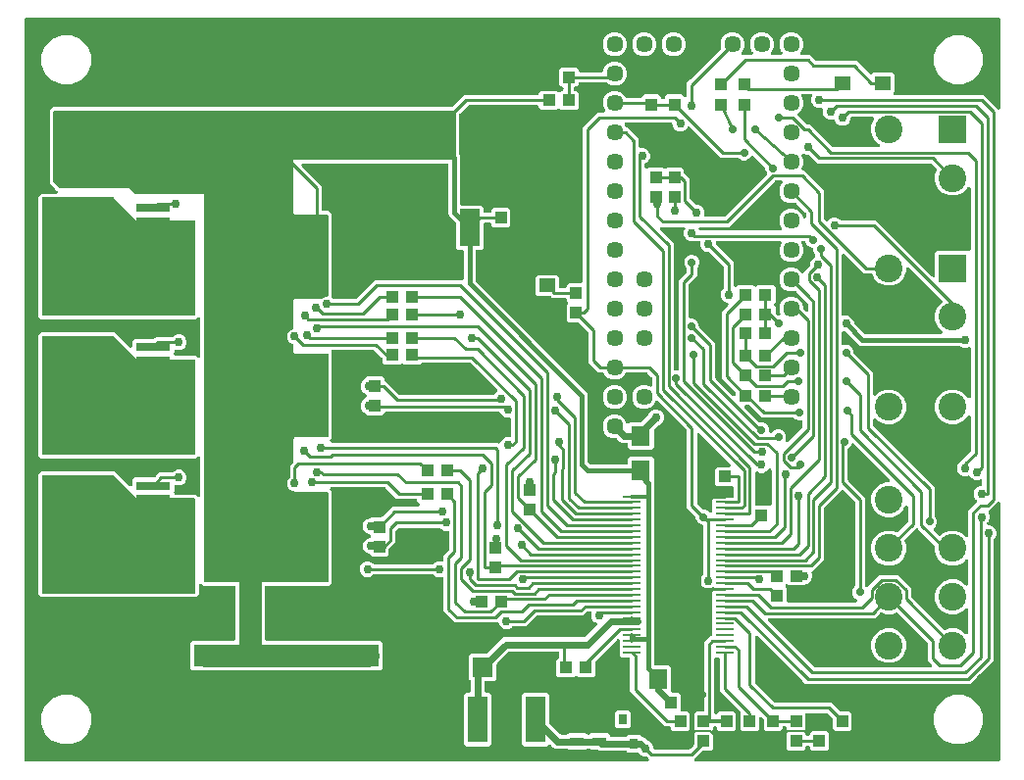
<source format=gbr>
G04 EAGLE Gerber RS-274X export*
G75*
%MOMM*%
%FSLAX34Y34*%
%LPD*%
%AMOC8*
5,1,8,0,0,1.08239X$1,22.5*%
G01*
%ADD10R,1.500000X0.210000*%
%ADD11R,4.000000X7.000000*%
%ADD12R,1.100000X1.000000*%
%ADD13R,1.000000X1.100000*%
%ADD14R,1.800000X1.700000*%
%ADD15R,1.800000X4.000000*%
%ADD16R,1.200000X0.800000*%
%ADD17C,1.447800*%
%ADD18R,1.600000X1.800000*%
%ADD19R,1.778000X3.175000*%
%ADD20R,0.800000X0.900000*%
%ADD21R,3.000000X8.000000*%
%ADD22R,3.000000X0.800000*%
%ADD23R,7.650000X7.500000*%
%ADD24C,1.930400*%
%ADD25R,1.930400X1.930400*%
%ADD26R,1.400000X1.200000*%
%ADD27C,2.400000*%
%ADD28R,2.400000X2.400000*%
%ADD29R,5.080000X10.160000*%
%ADD30R,10.160000X5.080000*%
%ADD31C,0.254000*%
%ADD32C,0.755600*%
%ADD33C,0.955600*%
%ADD34C,0.609600*%
%ADD35C,0.304800*%
%ADD36C,0.406400*%
%ADD37C,0.200000*%
%ADD38C,0.705600*%
%ADD39C,1.930400*%
%ADD40C,0.254000*%

G36*
X541504Y3822D02*
X541504Y3822D01*
X541604Y3824D01*
X541677Y3842D01*
X541750Y3851D01*
X541845Y3884D01*
X541942Y3909D01*
X542009Y3943D01*
X542079Y3968D01*
X542163Y4023D01*
X542252Y4069D01*
X542309Y4117D01*
X542371Y4157D01*
X542441Y4229D01*
X542518Y4294D01*
X542562Y4354D01*
X542614Y4408D01*
X542665Y4494D01*
X542725Y4575D01*
X542754Y4643D01*
X542792Y4707D01*
X542823Y4803D01*
X542863Y4895D01*
X542876Y4968D01*
X542899Y5039D01*
X542907Y5139D01*
X542924Y5238D01*
X542921Y5312D01*
X542927Y5386D01*
X542912Y5486D01*
X542907Y5586D01*
X542886Y5657D01*
X542875Y5731D01*
X542838Y5824D01*
X542810Y5921D01*
X542774Y5986D01*
X542746Y6055D01*
X542689Y6137D01*
X542640Y6225D01*
X542575Y6301D01*
X542547Y6341D01*
X542521Y6365D01*
X542481Y6411D01*
X541165Y7727D01*
X541066Y7806D01*
X540972Y7890D01*
X540930Y7914D01*
X540892Y7944D01*
X540778Y7998D01*
X540667Y8059D01*
X540621Y8072D01*
X540577Y8093D01*
X540454Y8119D01*
X540332Y8154D01*
X540271Y8159D01*
X540236Y8166D01*
X540188Y8165D01*
X540088Y8173D01*
X538642Y8173D01*
X536133Y9213D01*
X534340Y11005D01*
X534241Y11084D01*
X534148Y11168D01*
X534105Y11192D01*
X534067Y11222D01*
X533953Y11276D01*
X533843Y11337D01*
X533796Y11350D01*
X533752Y11371D01*
X533629Y11397D01*
X533507Y11432D01*
X533446Y11437D01*
X533412Y11444D01*
X533364Y11443D01*
X533263Y11451D01*
X524737Y11451D01*
X523731Y12457D01*
X523632Y12536D01*
X523538Y12620D01*
X523496Y12644D01*
X523458Y12674D01*
X523344Y12728D01*
X523233Y12789D01*
X523187Y12802D01*
X523143Y12823D01*
X523020Y12849D01*
X522898Y12884D01*
X522837Y12889D01*
X522802Y12896D01*
X522754Y12895D01*
X522654Y12903D01*
X500787Y12903D01*
X498537Y13835D01*
X498535Y13836D01*
X498533Y13837D01*
X498372Y13883D01*
X498202Y13931D01*
X498200Y13931D01*
X498198Y13932D01*
X497954Y13951D01*
X492737Y13951D01*
X492231Y14457D01*
X492132Y14536D01*
X492038Y14620D01*
X491996Y14644D01*
X491958Y14674D01*
X491844Y14728D01*
X491733Y14789D01*
X491687Y14802D01*
X491643Y14823D01*
X491520Y14849D01*
X491398Y14884D01*
X491337Y14889D01*
X491302Y14896D01*
X491254Y14895D01*
X491154Y14903D01*
X489846Y14903D01*
X489720Y14889D01*
X489594Y14882D01*
X489548Y14869D01*
X489500Y14863D01*
X489381Y14821D01*
X489259Y14786D01*
X489217Y14762D01*
X489171Y14746D01*
X489065Y14677D01*
X488955Y14616D01*
X488909Y14576D01*
X488879Y14557D01*
X488845Y14522D01*
X488769Y14457D01*
X488263Y13951D01*
X473737Y13951D01*
X473231Y14457D01*
X473132Y14536D01*
X473038Y14620D01*
X472996Y14644D01*
X472958Y14674D01*
X472844Y14728D01*
X472733Y14789D01*
X472687Y14802D01*
X472643Y14823D01*
X472520Y14849D01*
X472398Y14884D01*
X472337Y14889D01*
X472302Y14896D01*
X472254Y14895D01*
X472154Y14903D01*
X462787Y14903D01*
X460546Y15831D01*
X458617Y17761D01*
X458422Y17956D01*
X458401Y17972D01*
X458384Y17992D01*
X458265Y18081D01*
X458149Y18173D01*
X458125Y18184D01*
X458104Y18200D01*
X457968Y18258D01*
X457834Y18322D01*
X457808Y18327D01*
X457784Y18338D01*
X457638Y18364D01*
X457493Y18395D01*
X457467Y18395D01*
X457441Y18399D01*
X457292Y18392D01*
X457145Y18389D01*
X457119Y18383D01*
X457093Y18381D01*
X456950Y18340D01*
X456807Y18304D01*
X456783Y18292D01*
X456758Y18285D01*
X456629Y18212D01*
X456497Y18144D01*
X456477Y18127D01*
X456454Y18115D01*
X456268Y17956D01*
X455263Y16951D01*
X434737Y16951D01*
X432951Y18737D01*
X432951Y61263D01*
X434737Y63049D01*
X455263Y63049D01*
X457049Y61263D01*
X457049Y37204D01*
X457063Y37079D01*
X457070Y36952D01*
X457083Y36906D01*
X457089Y36858D01*
X457131Y36739D01*
X457166Y36618D01*
X457190Y36575D01*
X457206Y36530D01*
X457275Y36424D01*
X457336Y36313D01*
X457376Y36267D01*
X457395Y36237D01*
X457430Y36204D01*
X457495Y36127D01*
X466079Y27543D01*
X466178Y27464D01*
X466272Y27380D01*
X466314Y27356D01*
X466352Y27326D01*
X466466Y27272D01*
X466577Y27211D01*
X466624Y27198D01*
X466667Y27177D01*
X466791Y27151D01*
X466913Y27116D01*
X466973Y27111D01*
X467008Y27104D01*
X467056Y27105D01*
X467156Y27097D01*
X472154Y27097D01*
X472280Y27111D01*
X472406Y27118D01*
X472452Y27131D01*
X472500Y27137D01*
X472619Y27179D01*
X472741Y27214D01*
X472783Y27238D01*
X472829Y27254D01*
X472935Y27323D01*
X473045Y27384D01*
X473091Y27424D01*
X473121Y27443D01*
X473155Y27478D01*
X473231Y27543D01*
X473737Y28049D01*
X488263Y28049D01*
X488769Y27543D01*
X488868Y27464D01*
X488962Y27380D01*
X489004Y27356D01*
X489042Y27326D01*
X489156Y27272D01*
X489267Y27211D01*
X489313Y27198D01*
X489357Y27177D01*
X489480Y27151D01*
X489602Y27116D01*
X489663Y27111D01*
X489698Y27104D01*
X489746Y27105D01*
X489846Y27097D01*
X491154Y27097D01*
X491280Y27111D01*
X491406Y27118D01*
X491452Y27131D01*
X491500Y27137D01*
X491619Y27179D01*
X491741Y27214D01*
X491783Y27238D01*
X491829Y27254D01*
X491935Y27323D01*
X492045Y27384D01*
X492091Y27424D01*
X492121Y27443D01*
X492155Y27478D01*
X492231Y27543D01*
X492737Y28049D01*
X507263Y28049D01*
X509110Y26202D01*
X509156Y26085D01*
X509206Y25946D01*
X509220Y25924D01*
X509230Y25899D01*
X509315Y25778D01*
X509395Y25653D01*
X509414Y25635D01*
X509429Y25613D01*
X509539Y25514D01*
X509646Y25411D01*
X509668Y25397D01*
X509688Y25380D01*
X509818Y25308D01*
X509945Y25232D01*
X509970Y25224D01*
X509993Y25211D01*
X510136Y25171D01*
X510277Y25126D01*
X510303Y25124D01*
X510328Y25116D01*
X510572Y25097D01*
X522654Y25097D01*
X522780Y25111D01*
X522906Y25118D01*
X522952Y25131D01*
X523000Y25137D01*
X523119Y25179D01*
X523241Y25214D01*
X523283Y25238D01*
X523329Y25254D01*
X523435Y25323D01*
X523545Y25384D01*
X523591Y25424D01*
X523621Y25443D01*
X523655Y25478D01*
X523659Y25482D01*
X523661Y25483D01*
X523662Y25484D01*
X523731Y25543D01*
X524737Y26549D01*
X535263Y26549D01*
X536269Y25543D01*
X536368Y25464D01*
X536462Y25380D01*
X536504Y25356D01*
X536542Y25326D01*
X536656Y25272D01*
X536767Y25211D01*
X536813Y25198D01*
X536857Y25177D01*
X536980Y25151D01*
X537102Y25116D01*
X537163Y25111D01*
X537193Y25105D01*
X539454Y24169D01*
X541890Y21732D01*
X541892Y21730D01*
X541893Y21729D01*
X542030Y21621D01*
X542163Y21515D01*
X542165Y21514D01*
X542167Y21513D01*
X542385Y21401D01*
X543867Y20787D01*
X545787Y18867D01*
X546827Y16358D01*
X546827Y15842D01*
X546830Y15816D01*
X546828Y15790D01*
X546850Y15643D01*
X546867Y15496D01*
X546875Y15471D01*
X546879Y15445D01*
X546934Y15307D01*
X546984Y15168D01*
X546998Y15146D01*
X547008Y15121D01*
X547093Y15000D01*
X547173Y14875D01*
X547192Y14857D01*
X547207Y14835D01*
X547317Y14736D01*
X547424Y14633D01*
X547446Y14619D01*
X547466Y14602D01*
X547596Y14530D01*
X547723Y14454D01*
X547748Y14446D01*
X547771Y14433D01*
X547914Y14393D01*
X548055Y14348D01*
X548081Y14346D01*
X548106Y14338D01*
X548350Y14319D01*
X577580Y14319D01*
X577706Y14333D01*
X577832Y14340D01*
X577878Y14353D01*
X577926Y14359D01*
X578045Y14401D01*
X578167Y14436D01*
X578209Y14460D01*
X578254Y14476D01*
X578361Y14545D01*
X578471Y14606D01*
X578517Y14646D01*
X578547Y14665D01*
X578581Y14700D01*
X578657Y14765D01*
X581505Y17613D01*
X581584Y17712D01*
X581668Y17806D01*
X581692Y17848D01*
X581722Y17886D01*
X581776Y18000D01*
X581837Y18111D01*
X581850Y18157D01*
X581871Y18201D01*
X581897Y18324D01*
X581932Y18446D01*
X581937Y18507D01*
X581944Y18542D01*
X581943Y18590D01*
X581951Y18690D01*
X581951Y28263D01*
X582611Y28923D01*
X582628Y28943D01*
X582648Y28960D01*
X582736Y29080D01*
X582828Y29196D01*
X582839Y29220D01*
X582855Y29241D01*
X582913Y29377D01*
X582977Y29511D01*
X582982Y29537D01*
X582993Y29561D01*
X583019Y29707D01*
X583050Y29852D01*
X583050Y29878D01*
X583054Y29904D01*
X583047Y30052D01*
X583044Y30200D01*
X583038Y30226D01*
X583037Y30252D01*
X582996Y30394D01*
X582959Y30538D01*
X582947Y30562D01*
X582940Y30587D01*
X582868Y30716D01*
X582800Y30848D01*
X582783Y30868D01*
X582770Y30891D01*
X582611Y31077D01*
X581951Y31737D01*
X581951Y45263D01*
X583737Y47049D01*
X589158Y47049D01*
X589184Y47052D01*
X589210Y47050D01*
X589357Y47072D01*
X589504Y47089D01*
X589529Y47097D01*
X589555Y47101D01*
X589693Y47156D01*
X589832Y47206D01*
X589854Y47220D01*
X589879Y47230D01*
X590000Y47315D01*
X590125Y47395D01*
X590143Y47414D01*
X590165Y47429D01*
X590264Y47539D01*
X590367Y47646D01*
X590381Y47668D01*
X590398Y47688D01*
X590470Y47818D01*
X590546Y47945D01*
X590554Y47970D01*
X590567Y47993D01*
X590607Y48136D01*
X590652Y48277D01*
X590654Y48303D01*
X590662Y48328D01*
X590681Y48572D01*
X590681Y106789D01*
X593657Y109765D01*
X596011Y112119D01*
X596268Y112119D01*
X596294Y112122D01*
X596320Y112120D01*
X596467Y112142D01*
X596614Y112159D01*
X596639Y112167D01*
X596665Y112171D01*
X596803Y112226D01*
X596942Y112276D01*
X596964Y112290D01*
X596989Y112300D01*
X597110Y112385D01*
X597235Y112465D01*
X597253Y112484D01*
X597275Y112499D01*
X597374Y112609D01*
X597477Y112716D01*
X597491Y112738D01*
X597508Y112758D01*
X597580Y112888D01*
X597656Y113015D01*
X597664Y113040D01*
X597677Y113063D01*
X597717Y113206D01*
X597762Y113347D01*
X597764Y113373D01*
X597772Y113398D01*
X597791Y113642D01*
X597791Y150113D01*
X599321Y151643D01*
X599353Y151682D01*
X599390Y151716D01*
X599461Y151819D01*
X599538Y151916D01*
X599560Y151962D01*
X599588Y152003D01*
X599634Y152119D01*
X599687Y152231D01*
X599698Y152280D01*
X599716Y152327D01*
X599734Y152450D01*
X599760Y152572D01*
X599760Y152622D01*
X599767Y152672D01*
X599757Y152796D01*
X599754Y152920D01*
X599742Y152969D01*
X599738Y153019D01*
X599700Y153138D01*
X599669Y153258D01*
X599646Y153303D01*
X599631Y153351D01*
X599567Y153458D01*
X599510Y153568D01*
X599477Y153606D01*
X599451Y153650D01*
X599365Y153739D01*
X599284Y153834D01*
X599243Y153864D01*
X599208Y153900D01*
X599104Y153967D01*
X599004Y154041D01*
X598957Y154061D01*
X598915Y154088D01*
X598798Y154129D01*
X598684Y154179D01*
X598634Y154188D01*
X598587Y154204D01*
X598463Y154218D01*
X598341Y154240D01*
X598290Y154238D01*
X598240Y154243D01*
X598117Y154229D01*
X597993Y154222D01*
X597944Y154208D01*
X597894Y154203D01*
X597661Y154127D01*
X597658Y154126D01*
X595358Y153173D01*
X592642Y153173D01*
X590133Y154213D01*
X588213Y156133D01*
X587173Y158642D01*
X587173Y161358D01*
X588213Y163867D01*
X589235Y164890D01*
X589314Y164989D01*
X589398Y165082D01*
X589422Y165125D01*
X589452Y165163D01*
X589506Y165277D01*
X589567Y165387D01*
X589580Y165434D01*
X589601Y165478D01*
X589627Y165601D01*
X589662Y165723D01*
X589667Y165784D01*
X589674Y165818D01*
X589673Y165866D01*
X589681Y165967D01*
X589681Y206996D01*
X589673Y207071D01*
X589674Y207148D01*
X589653Y207244D01*
X589641Y207342D01*
X589616Y207414D01*
X589599Y207488D01*
X589557Y207577D01*
X589524Y207670D01*
X589482Y207734D01*
X589450Y207803D01*
X589388Y207880D01*
X589335Y207963D01*
X589280Y208016D01*
X589232Y208076D01*
X589155Y208137D01*
X589084Y208205D01*
X589019Y208244D01*
X588959Y208292D01*
X588826Y208360D01*
X588785Y208384D01*
X588767Y208390D01*
X588741Y208403D01*
X586275Y209425D01*
X584425Y211275D01*
X583423Y213692D01*
X583423Y214838D01*
X583409Y214964D01*
X583402Y215090D01*
X583389Y215136D01*
X583383Y215184D01*
X583341Y215303D01*
X583306Y215425D01*
X583282Y215467D01*
X583266Y215512D01*
X583197Y215619D01*
X583136Y215729D01*
X583096Y215775D01*
X583077Y215805D01*
X583042Y215839D01*
X582977Y215915D01*
X575681Y223211D01*
X575681Y289580D01*
X575667Y289706D01*
X575660Y289832D01*
X575647Y289878D01*
X575641Y289926D01*
X575599Y290045D01*
X575564Y290167D01*
X575540Y290209D01*
X575524Y290254D01*
X575455Y290361D01*
X575394Y290471D01*
X575354Y290517D01*
X575335Y290547D01*
X575300Y290581D01*
X575235Y290657D01*
X550786Y315106D01*
X550669Y315200D01*
X550554Y315297D01*
X550532Y315308D01*
X550513Y315323D01*
X550377Y315387D01*
X550243Y315456D01*
X550220Y315461D01*
X550198Y315472D01*
X550051Y315503D01*
X549905Y315540D01*
X549881Y315540D01*
X549857Y315545D01*
X549708Y315543D01*
X549557Y315545D01*
X549533Y315540D01*
X549509Y315539D01*
X549363Y315503D01*
X549216Y315470D01*
X549194Y315460D01*
X549171Y315454D01*
X549037Y315385D01*
X548902Y315321D01*
X548883Y315306D01*
X548861Y315295D01*
X548746Y315197D01*
X548629Y315103D01*
X548614Y315084D01*
X548596Y315069D01*
X548506Y314948D01*
X548413Y314830D01*
X548400Y314804D01*
X548389Y314788D01*
X548370Y314745D01*
X548302Y314612D01*
X547531Y312752D01*
X544459Y309680D01*
X544428Y309641D01*
X544391Y309607D01*
X544357Y309558D01*
X544330Y309563D01*
X544280Y309560D01*
X544230Y309566D01*
X544106Y309551D01*
X543982Y309545D01*
X543934Y309531D01*
X543884Y309525D01*
X543651Y309450D01*
X540856Y308292D01*
X536764Y308292D01*
X532982Y309859D01*
X530089Y312752D01*
X528522Y316534D01*
X528522Y320626D01*
X530089Y324408D01*
X532982Y327301D01*
X536764Y328868D01*
X540856Y328868D01*
X543575Y327742D01*
X543720Y327700D01*
X543863Y327655D01*
X543887Y327653D01*
X543910Y327646D01*
X544061Y327639D01*
X544210Y327627D01*
X544234Y327630D01*
X544258Y327629D01*
X544406Y327656D01*
X544555Y327678D01*
X544577Y327687D01*
X544601Y327692D01*
X544739Y327752D01*
X544879Y327807D01*
X544899Y327821D01*
X544921Y327830D01*
X545042Y327920D01*
X545165Y328006D01*
X545181Y328024D01*
X545201Y328038D01*
X545298Y328153D01*
X545398Y328265D01*
X545410Y328286D01*
X545426Y328304D01*
X545494Y328438D01*
X545567Y328570D01*
X545573Y328593D01*
X545584Y328615D01*
X545621Y328760D01*
X545662Y328905D01*
X545664Y328934D01*
X545669Y328953D01*
X545669Y329000D01*
X545681Y329149D01*
X545681Y334580D01*
X545667Y334706D01*
X545660Y334832D01*
X545647Y334878D01*
X545641Y334926D01*
X545599Y335045D01*
X545564Y335167D01*
X545540Y335209D01*
X545524Y335254D01*
X545455Y335361D01*
X545394Y335471D01*
X545354Y335517D01*
X545335Y335547D01*
X545300Y335581D01*
X545235Y335657D01*
X541677Y339215D01*
X541578Y339294D01*
X541484Y339378D01*
X541442Y339402D01*
X541404Y339432D01*
X541290Y339486D01*
X541179Y339547D01*
X541133Y339560D01*
X541089Y339581D01*
X540966Y339607D01*
X540844Y339642D01*
X540783Y339647D01*
X540748Y339654D01*
X540700Y339653D01*
X540600Y339661D01*
X523774Y339661D01*
X523698Y339653D01*
X523622Y339654D01*
X523526Y339633D01*
X523428Y339621D01*
X523356Y339596D01*
X523281Y339579D01*
X523193Y339537D01*
X523100Y339504D01*
X523036Y339462D01*
X522967Y339430D01*
X522890Y339368D01*
X522807Y339315D01*
X522754Y339260D01*
X522694Y339212D01*
X522633Y339135D01*
X522565Y339064D01*
X522526Y338999D01*
X522478Y338939D01*
X522410Y338806D01*
X522386Y338765D01*
X522380Y338747D01*
X522367Y338721D01*
X522131Y338152D01*
X519238Y335259D01*
X515456Y333692D01*
X511364Y333692D01*
X507582Y335259D01*
X504689Y338152D01*
X504453Y338721D01*
X504416Y338788D01*
X504388Y338859D01*
X504332Y338939D01*
X504284Y339026D01*
X504232Y339082D01*
X504189Y339145D01*
X504116Y339211D01*
X504050Y339284D01*
X503987Y339327D01*
X503930Y339378D01*
X503844Y339426D01*
X503763Y339482D01*
X503692Y339510D01*
X503625Y339547D01*
X503530Y339574D01*
X503439Y339610D01*
X503363Y339621D01*
X503290Y339642D01*
X503141Y339654D01*
X503094Y339661D01*
X503075Y339659D01*
X503046Y339661D01*
X499231Y339661D01*
X490681Y348211D01*
X490681Y374080D01*
X490667Y374206D01*
X490660Y374332D01*
X490647Y374378D01*
X490641Y374426D01*
X490599Y374545D01*
X490564Y374667D01*
X490540Y374709D01*
X490524Y374754D01*
X490455Y374861D01*
X490394Y374971D01*
X490354Y375017D01*
X490335Y375047D01*
X490300Y375081D01*
X490235Y375157D01*
X482887Y382505D01*
X482788Y382584D01*
X482694Y382668D01*
X482652Y382692D01*
X482614Y382722D01*
X482500Y382776D01*
X482389Y382837D01*
X482343Y382850D01*
X482299Y382871D01*
X482176Y382897D01*
X482054Y382932D01*
X481993Y382937D01*
X481958Y382944D01*
X481910Y382943D01*
X481810Y382951D01*
X473737Y382951D01*
X471951Y384737D01*
X471951Y398263D01*
X472611Y398923D01*
X472628Y398943D01*
X472648Y398960D01*
X472736Y399080D01*
X472828Y399196D01*
X472839Y399220D01*
X472855Y399241D01*
X472913Y399377D01*
X472977Y399511D01*
X472982Y399537D01*
X472993Y399561D01*
X473019Y399707D01*
X473050Y399852D01*
X473050Y399878D01*
X473054Y399904D01*
X473047Y400052D01*
X473044Y400200D01*
X473038Y400226D01*
X473037Y400252D01*
X472996Y400394D01*
X472959Y400538D01*
X472947Y400562D01*
X472940Y400587D01*
X472868Y400716D01*
X472800Y400848D01*
X472783Y400868D01*
X472770Y400891D01*
X472611Y401077D01*
X471951Y401737D01*
X471951Y402658D01*
X471948Y402684D01*
X471950Y402710D01*
X471928Y402857D01*
X471911Y403004D01*
X471903Y403029D01*
X471899Y403055D01*
X471844Y403193D01*
X471794Y403332D01*
X471780Y403354D01*
X471770Y403379D01*
X471685Y403500D01*
X471605Y403625D01*
X471586Y403643D01*
X471571Y403665D01*
X471461Y403764D01*
X471354Y403867D01*
X471332Y403881D01*
X471312Y403898D01*
X471182Y403970D01*
X471055Y404046D01*
X471030Y404054D01*
X471007Y404067D01*
X470864Y404107D01*
X470723Y404152D01*
X470697Y404154D01*
X470672Y404162D01*
X470428Y404181D01*
X459711Y404181D01*
X458387Y405505D01*
X458288Y405584D01*
X458194Y405668D01*
X458152Y405692D01*
X458114Y405722D01*
X458000Y405776D01*
X457889Y405837D01*
X457843Y405850D01*
X457799Y405871D01*
X457676Y405897D01*
X457554Y405932D01*
X457493Y405937D01*
X457458Y405944D01*
X457410Y405943D01*
X457310Y405951D01*
X446737Y405951D01*
X444951Y407737D01*
X444951Y422263D01*
X446737Y424049D01*
X463263Y424049D01*
X465049Y422263D01*
X465049Y414342D01*
X465052Y414316D01*
X465050Y414290D01*
X465072Y414143D01*
X465089Y413996D01*
X465097Y413971D01*
X465101Y413945D01*
X465156Y413807D01*
X465206Y413668D01*
X465220Y413646D01*
X465230Y413621D01*
X465315Y413500D01*
X465395Y413375D01*
X465414Y413357D01*
X465429Y413335D01*
X465539Y413236D01*
X465646Y413133D01*
X465668Y413119D01*
X465688Y413102D01*
X465818Y413030D01*
X465945Y412954D01*
X465970Y412946D01*
X465993Y412933D01*
X466136Y412893D01*
X466277Y412848D01*
X466303Y412846D01*
X466328Y412838D01*
X466572Y412819D01*
X470428Y412819D01*
X470454Y412822D01*
X470480Y412820D01*
X470627Y412842D01*
X470774Y412859D01*
X470799Y412867D01*
X470825Y412871D01*
X470963Y412926D01*
X471102Y412976D01*
X471124Y412990D01*
X471149Y413000D01*
X471270Y413085D01*
X471395Y413165D01*
X471413Y413184D01*
X471435Y413199D01*
X471534Y413309D01*
X471637Y413416D01*
X471651Y413438D01*
X471668Y413458D01*
X471740Y413588D01*
X471816Y413715D01*
X471824Y413740D01*
X471837Y413763D01*
X471877Y413906D01*
X471922Y414047D01*
X471924Y414073D01*
X471932Y414098D01*
X471951Y414342D01*
X471951Y415263D01*
X473737Y417049D01*
X484158Y417049D01*
X484184Y417052D01*
X484210Y417050D01*
X484357Y417072D01*
X484504Y417089D01*
X484529Y417097D01*
X484555Y417101D01*
X484693Y417156D01*
X484832Y417206D01*
X484854Y417220D01*
X484879Y417230D01*
X485000Y417315D01*
X485125Y417395D01*
X485143Y417414D01*
X485165Y417429D01*
X485264Y417539D01*
X485367Y417646D01*
X485381Y417668D01*
X485398Y417688D01*
X485470Y417818D01*
X485546Y417945D01*
X485554Y417970D01*
X485567Y417993D01*
X485607Y418136D01*
X485652Y418277D01*
X485654Y418303D01*
X485662Y418328D01*
X485681Y418572D01*
X485681Y551789D01*
X498211Y564319D01*
X503445Y564319D01*
X503545Y564330D01*
X503645Y564332D01*
X503717Y564350D01*
X503791Y564359D01*
X503886Y564393D01*
X503983Y564417D01*
X504049Y564451D01*
X504119Y564476D01*
X504204Y564531D01*
X504293Y564577D01*
X504350Y564625D01*
X504412Y564665D01*
X504482Y564738D01*
X504559Y564803D01*
X504603Y564862D01*
X504654Y564916D01*
X504706Y565002D01*
X504766Y565083D01*
X504795Y565151D01*
X504833Y565215D01*
X504864Y565311D01*
X504903Y565403D01*
X504917Y565476D01*
X504939Y565547D01*
X504947Y565647D01*
X504965Y565746D01*
X504961Y565820D01*
X504967Y565894D01*
X504952Y565994D01*
X504947Y566094D01*
X504926Y566166D01*
X504915Y566239D01*
X504878Y566332D01*
X504850Y566429D01*
X504814Y566494D01*
X504787Y566563D01*
X504738Y566633D01*
X503122Y570534D01*
X503122Y574626D01*
X504689Y578408D01*
X507582Y581301D01*
X511364Y582868D01*
X515456Y582868D01*
X519238Y581301D01*
X522131Y578408D01*
X522367Y577839D01*
X522404Y577772D01*
X522432Y577701D01*
X522488Y577621D01*
X522536Y577534D01*
X522588Y577478D01*
X522631Y577415D01*
X522704Y577349D01*
X522770Y577276D01*
X522833Y577233D01*
X522890Y577182D01*
X522976Y577134D01*
X523057Y577078D01*
X523128Y577050D01*
X523195Y577013D01*
X523290Y576986D01*
X523381Y576950D01*
X523457Y576939D01*
X523530Y576918D01*
X523679Y576906D01*
X523726Y576899D01*
X523745Y576901D01*
X523774Y576899D01*
X535428Y576899D01*
X535454Y576902D01*
X535480Y576900D01*
X535627Y576922D01*
X535774Y576939D01*
X535799Y576947D01*
X535825Y576951D01*
X535963Y577006D01*
X536102Y577056D01*
X536124Y577070D01*
X536149Y577080D01*
X536270Y577165D01*
X536395Y577245D01*
X536413Y577264D01*
X536435Y577279D01*
X536534Y577389D01*
X536637Y577496D01*
X536651Y577518D01*
X536668Y577538D01*
X536740Y577668D01*
X536816Y577795D01*
X536824Y577820D01*
X536837Y577843D01*
X536877Y577986D01*
X536922Y578127D01*
X536924Y578153D01*
X536932Y578178D01*
X536937Y578249D01*
X538737Y580049D01*
X551263Y580049D01*
X553049Y578263D01*
X553049Y577342D01*
X553052Y577316D01*
X553050Y577290D01*
X553072Y577143D01*
X553089Y576996D01*
X553097Y576971D01*
X553101Y576945D01*
X553156Y576807D01*
X553206Y576668D01*
X553220Y576646D01*
X553230Y576621D01*
X553315Y576500D01*
X553395Y576375D01*
X553414Y576357D01*
X553429Y576335D01*
X553539Y576236D01*
X553646Y576133D01*
X553668Y576119D01*
X553688Y576102D01*
X553818Y576030D01*
X553945Y575954D01*
X553970Y575946D01*
X553993Y575933D01*
X554136Y575893D01*
X554277Y575848D01*
X554303Y575846D01*
X554328Y575838D01*
X554572Y575819D01*
X555428Y575819D01*
X555454Y575822D01*
X555480Y575820D01*
X555627Y575842D01*
X555774Y575859D01*
X555799Y575867D01*
X555825Y575871D01*
X555963Y575926D01*
X556102Y575976D01*
X556124Y575990D01*
X556149Y576000D01*
X556270Y576085D01*
X556395Y576165D01*
X556413Y576184D01*
X556435Y576199D01*
X556534Y576309D01*
X556637Y576416D01*
X556651Y576438D01*
X556668Y576458D01*
X556740Y576588D01*
X556816Y576715D01*
X556824Y576740D01*
X556837Y576763D01*
X556877Y576906D01*
X556922Y577047D01*
X556924Y577073D01*
X556932Y577098D01*
X556951Y577342D01*
X556951Y578263D01*
X558737Y580049D01*
X571263Y580049D01*
X573081Y578231D01*
X573159Y578168D01*
X573232Y578098D01*
X573296Y578060D01*
X573354Y578014D01*
X573445Y577971D01*
X573531Y577920D01*
X573602Y577897D01*
X573669Y577865D01*
X573767Y577844D01*
X573863Y577813D01*
X573937Y577807D01*
X574010Y577792D01*
X574110Y577793D01*
X574210Y577785D01*
X574284Y577796D01*
X574358Y577798D01*
X574455Y577822D01*
X574555Y577837D01*
X574624Y577865D01*
X574696Y577883D01*
X574785Y577929D01*
X574879Y577966D01*
X574940Y578008D01*
X575006Y578042D01*
X575082Y578107D01*
X575165Y578165D01*
X575215Y578220D01*
X575271Y578268D01*
X575331Y578349D01*
X575398Y578424D01*
X575434Y578489D01*
X575479Y578548D01*
X575518Y578641D01*
X575567Y578729D01*
X575587Y578800D01*
X575617Y578868D01*
X575634Y578967D01*
X575662Y579064D01*
X575670Y579164D01*
X575678Y579211D01*
X575676Y579247D01*
X575681Y579308D01*
X575681Y590159D01*
X578657Y593135D01*
X604628Y619105D01*
X604675Y619165D01*
X604730Y619218D01*
X604783Y619301D01*
X604844Y619378D01*
X604877Y619447D01*
X604918Y619512D01*
X604951Y619604D01*
X604993Y619693D01*
X605009Y619768D01*
X605035Y619840D01*
X605046Y619938D01*
X605066Y620034D01*
X605065Y620110D01*
X605074Y620186D01*
X605062Y620284D01*
X605060Y620382D01*
X605042Y620457D01*
X605033Y620532D01*
X604987Y620674D01*
X604975Y620720D01*
X604967Y620737D01*
X604958Y620765D01*
X604722Y621334D01*
X604722Y625426D01*
X606289Y629208D01*
X609182Y632101D01*
X612964Y633668D01*
X617056Y633668D01*
X620838Y632101D01*
X623731Y629208D01*
X625298Y625426D01*
X625298Y621334D01*
X623731Y617552D01*
X623098Y616919D01*
X623036Y616840D01*
X622966Y616768D01*
X622928Y616704D01*
X622881Y616646D01*
X622839Y616555D01*
X622787Y616469D01*
X622764Y616398D01*
X622733Y616331D01*
X622711Y616233D01*
X622681Y616137D01*
X622675Y616063D01*
X622659Y615990D01*
X622661Y615890D01*
X622653Y615790D01*
X622664Y615716D01*
X622665Y615642D01*
X622690Y615545D01*
X622705Y615445D01*
X622732Y615376D01*
X622750Y615304D01*
X622796Y615215D01*
X622833Y615121D01*
X622876Y615060D01*
X622910Y614994D01*
X622975Y614917D01*
X623032Y614835D01*
X623087Y614785D01*
X623136Y614729D01*
X623216Y614669D01*
X623291Y614602D01*
X623356Y614566D01*
X623416Y614521D01*
X623508Y614482D01*
X623596Y614433D01*
X623668Y614413D01*
X623736Y614383D01*
X623835Y614366D01*
X623931Y614338D01*
X624031Y614330D01*
X624079Y614322D01*
X624115Y614324D01*
X624175Y614319D01*
X631245Y614319D01*
X631345Y614330D01*
X631445Y614332D01*
X631517Y614350D01*
X631591Y614359D01*
X631686Y614392D01*
X631783Y614417D01*
X631849Y614451D01*
X631919Y614476D01*
X632004Y614531D01*
X632093Y614577D01*
X632149Y614625D01*
X632212Y614665D01*
X632282Y614737D01*
X632358Y614802D01*
X632402Y614862D01*
X632454Y614916D01*
X632506Y615002D01*
X632565Y615083D01*
X632595Y615151D01*
X632633Y615215D01*
X632664Y615310D01*
X632703Y615403D01*
X632717Y615476D01*
X632739Y615547D01*
X632747Y615647D01*
X632765Y615746D01*
X632761Y615820D01*
X632767Y615894D01*
X632752Y615994D01*
X632747Y616094D01*
X632727Y616165D01*
X632715Y616239D01*
X632678Y616332D01*
X632651Y616429D01*
X632614Y616494D01*
X632587Y616563D01*
X632529Y616645D01*
X632480Y616733D01*
X632415Y616809D01*
X632388Y616849D01*
X632361Y616873D01*
X632322Y616919D01*
X631689Y617552D01*
X630122Y621334D01*
X630122Y625426D01*
X631689Y629208D01*
X634582Y632101D01*
X638364Y633668D01*
X642456Y633668D01*
X646238Y632101D01*
X649131Y629208D01*
X650698Y625426D01*
X650698Y621334D01*
X649131Y617552D01*
X648498Y616919D01*
X648436Y616840D01*
X648366Y616768D01*
X648328Y616704D01*
X648281Y616646D01*
X648239Y616555D01*
X648187Y616469D01*
X648164Y616398D01*
X648133Y616331D01*
X648111Y616233D01*
X648081Y616137D01*
X648075Y616063D01*
X648059Y615990D01*
X648061Y615890D01*
X648053Y615790D01*
X648064Y615716D01*
X648065Y615642D01*
X648090Y615545D01*
X648105Y615445D01*
X648132Y615376D01*
X648150Y615304D01*
X648196Y615215D01*
X648233Y615121D01*
X648276Y615060D01*
X648310Y614994D01*
X648375Y614917D01*
X648432Y614835D01*
X648487Y614785D01*
X648536Y614729D01*
X648616Y614669D01*
X648691Y614602D01*
X648756Y614566D01*
X648816Y614521D01*
X648908Y614482D01*
X648996Y614433D01*
X649068Y614413D01*
X649136Y614383D01*
X649235Y614366D01*
X649331Y614338D01*
X649431Y614330D01*
X649479Y614322D01*
X649515Y614324D01*
X649575Y614319D01*
X656645Y614319D01*
X656745Y614330D01*
X656845Y614332D01*
X656917Y614350D01*
X656991Y614359D01*
X657086Y614392D01*
X657183Y614417D01*
X657249Y614451D01*
X657319Y614476D01*
X657404Y614531D01*
X657493Y614577D01*
X657549Y614625D01*
X657612Y614665D01*
X657682Y614737D01*
X657758Y614802D01*
X657802Y614862D01*
X657854Y614916D01*
X657906Y615002D01*
X657965Y615083D01*
X657995Y615151D01*
X658033Y615215D01*
X658064Y615310D01*
X658103Y615403D01*
X658117Y615476D01*
X658139Y615547D01*
X658147Y615647D01*
X658165Y615746D01*
X658161Y615820D01*
X658167Y615894D01*
X658152Y615994D01*
X658147Y616094D01*
X658127Y616165D01*
X658115Y616239D01*
X658078Y616332D01*
X658051Y616429D01*
X658014Y616494D01*
X657987Y616563D01*
X657929Y616645D01*
X657880Y616733D01*
X657815Y616809D01*
X657788Y616849D01*
X657761Y616873D01*
X657722Y616919D01*
X657089Y617552D01*
X655522Y621334D01*
X655522Y625426D01*
X657089Y629208D01*
X659982Y632101D01*
X663764Y633668D01*
X667856Y633668D01*
X671638Y632101D01*
X674531Y629208D01*
X676098Y625426D01*
X676098Y621334D01*
X674531Y617552D01*
X673898Y616919D01*
X673836Y616840D01*
X673766Y616768D01*
X673728Y616704D01*
X673681Y616646D01*
X673639Y616555D01*
X673587Y616469D01*
X673564Y616398D01*
X673533Y616331D01*
X673511Y616233D01*
X673481Y616137D01*
X673475Y616063D01*
X673459Y615990D01*
X673461Y615890D01*
X673453Y615790D01*
X673464Y615716D01*
X673465Y615642D01*
X673490Y615545D01*
X673505Y615445D01*
X673532Y615376D01*
X673550Y615304D01*
X673596Y615215D01*
X673633Y615121D01*
X673676Y615060D01*
X673710Y614994D01*
X673775Y614917D01*
X673832Y614835D01*
X673887Y614785D01*
X673936Y614729D01*
X674016Y614669D01*
X674091Y614602D01*
X674156Y614566D01*
X674216Y614521D01*
X674308Y614482D01*
X674396Y614433D01*
X674468Y614413D01*
X674536Y614383D01*
X674635Y614366D01*
X674731Y614338D01*
X674831Y614330D01*
X674879Y614322D01*
X674915Y614324D01*
X674975Y614319D01*
X681789Y614319D01*
X686343Y609765D01*
X686442Y609686D01*
X686536Y609602D01*
X686578Y609578D01*
X686616Y609548D01*
X686730Y609494D01*
X686841Y609433D01*
X686887Y609420D01*
X686931Y609399D01*
X687054Y609373D01*
X687176Y609338D01*
X687237Y609333D01*
X687272Y609326D01*
X687320Y609327D01*
X687420Y609319D01*
X721789Y609319D01*
X733321Y597787D01*
X733341Y597770D01*
X733358Y597750D01*
X733478Y597662D01*
X733594Y597570D01*
X733618Y597559D01*
X733639Y597543D01*
X733775Y597484D01*
X733909Y597421D01*
X733935Y597416D01*
X733959Y597405D01*
X734105Y597379D01*
X734250Y597348D01*
X734276Y597348D01*
X734302Y597344D01*
X734450Y597351D01*
X734598Y597354D01*
X734624Y597360D01*
X734650Y597361D01*
X734792Y597403D01*
X734936Y597439D01*
X734959Y597451D01*
X734985Y597458D01*
X735114Y597530D01*
X735246Y597598D01*
X735266Y597615D01*
X735289Y597628D01*
X735475Y597787D01*
X736737Y599049D01*
X753263Y599049D01*
X755049Y597263D01*
X755049Y582737D01*
X754231Y581919D01*
X754168Y581840D01*
X754098Y581768D01*
X754060Y581704D01*
X754014Y581646D01*
X753971Y581555D01*
X753920Y581469D01*
X753897Y581398D01*
X753865Y581331D01*
X753844Y581233D01*
X753813Y581137D01*
X753807Y581063D01*
X753792Y580990D01*
X753793Y580890D01*
X753785Y580790D01*
X753796Y580716D01*
X753798Y580642D01*
X753822Y580545D01*
X753837Y580445D01*
X753865Y580376D01*
X753883Y580304D01*
X753929Y580215D01*
X753966Y580121D01*
X754008Y580060D01*
X754042Y579994D01*
X754107Y579918D01*
X754165Y579835D01*
X754220Y579785D01*
X754268Y579729D01*
X754349Y579669D01*
X754424Y579602D01*
X754489Y579566D01*
X754548Y579521D01*
X754641Y579482D01*
X754729Y579433D01*
X754800Y579413D01*
X754868Y579383D01*
X754967Y579366D01*
X755064Y579338D01*
X755164Y579330D01*
X755211Y579322D01*
X755247Y579324D01*
X755308Y579319D01*
X831789Y579319D01*
X841343Y569765D01*
X843589Y567519D01*
X843667Y567456D01*
X843740Y567386D01*
X843804Y567348D01*
X843862Y567302D01*
X843953Y567259D01*
X844039Y567208D01*
X844110Y567185D01*
X844177Y567153D01*
X844275Y567132D01*
X844371Y567101D01*
X844445Y567095D01*
X844518Y567080D01*
X844618Y567081D01*
X844718Y567073D01*
X844792Y567084D01*
X844866Y567086D01*
X844963Y567110D01*
X845063Y567125D01*
X845132Y567153D01*
X845204Y567171D01*
X845293Y567217D01*
X845387Y567254D01*
X845448Y567296D01*
X845514Y567330D01*
X845590Y567395D01*
X845673Y567453D01*
X845723Y567508D01*
X845779Y567556D01*
X845839Y567637D01*
X845906Y567712D01*
X845942Y567777D01*
X845987Y567836D01*
X846026Y567929D01*
X846075Y568017D01*
X846095Y568088D01*
X846125Y568156D01*
X846142Y568255D01*
X846170Y568352D01*
X846178Y568452D01*
X846186Y568500D01*
X846184Y568535D01*
X846189Y568596D01*
X846189Y644666D01*
X846186Y644692D01*
X846188Y644718D01*
X846166Y644865D01*
X846149Y645012D01*
X846141Y645037D01*
X846137Y645063D01*
X846082Y645201D01*
X846032Y645340D01*
X846018Y645362D01*
X846008Y645387D01*
X845923Y645508D01*
X845843Y645633D01*
X845824Y645651D01*
X845809Y645673D01*
X845699Y645772D01*
X845592Y645875D01*
X845570Y645889D01*
X845550Y645906D01*
X845420Y645978D01*
X845293Y646054D01*
X845268Y646062D01*
X845245Y646075D01*
X845102Y646115D01*
X844961Y646160D01*
X844935Y646162D01*
X844910Y646170D01*
X844666Y646189D01*
X5334Y646189D01*
X5308Y646186D01*
X5282Y646188D01*
X5135Y646166D01*
X4988Y646149D01*
X4963Y646141D01*
X4937Y646137D01*
X4799Y646082D01*
X4660Y646032D01*
X4638Y646018D01*
X4613Y646008D01*
X4492Y645923D01*
X4367Y645843D01*
X4349Y645824D01*
X4327Y645809D01*
X4228Y645699D01*
X4125Y645592D01*
X4111Y645570D01*
X4094Y645550D01*
X4022Y645420D01*
X3946Y645293D01*
X3938Y645268D01*
X3925Y645245D01*
X3885Y645102D01*
X3840Y644961D01*
X3838Y644935D01*
X3830Y644910D01*
X3811Y644666D01*
X3811Y5334D01*
X3814Y5308D01*
X3812Y5282D01*
X3834Y5135D01*
X3851Y4988D01*
X3859Y4963D01*
X3863Y4937D01*
X3918Y4799D01*
X3968Y4660D01*
X3982Y4638D01*
X3992Y4613D01*
X4077Y4492D01*
X4157Y4367D01*
X4176Y4349D01*
X4191Y4327D01*
X4301Y4228D01*
X4408Y4125D01*
X4430Y4111D01*
X4450Y4094D01*
X4580Y4022D01*
X4707Y3946D01*
X4732Y3938D01*
X4755Y3925D01*
X4898Y3885D01*
X5039Y3840D01*
X5065Y3838D01*
X5090Y3830D01*
X5334Y3811D01*
X541404Y3811D01*
X541504Y3822D01*
G37*
%LPC*%
G36*
X384737Y16951D02*
X384737Y16951D01*
X382951Y18737D01*
X382951Y61263D01*
X384737Y63049D01*
X387380Y63049D01*
X387406Y63052D01*
X387432Y63050D01*
X387579Y63072D01*
X387726Y63089D01*
X387751Y63097D01*
X387777Y63101D01*
X387915Y63156D01*
X388054Y63206D01*
X388076Y63220D01*
X388101Y63230D01*
X388222Y63315D01*
X388347Y63395D01*
X388365Y63414D01*
X388387Y63429D01*
X388486Y63539D01*
X388589Y63646D01*
X388603Y63668D01*
X388620Y63688D01*
X388692Y63818D01*
X388768Y63945D01*
X388776Y63970D01*
X388789Y63993D01*
X388829Y64136D01*
X388874Y64277D01*
X388876Y64303D01*
X388884Y64328D01*
X388903Y64572D01*
X388903Y73154D01*
X388889Y73280D01*
X388882Y73406D01*
X388869Y73452D01*
X388863Y73500D01*
X388821Y73619D01*
X388786Y73741D01*
X388762Y73783D01*
X388746Y73829D01*
X388677Y73935D01*
X388616Y74045D01*
X388576Y74091D01*
X388557Y74121D01*
X388522Y74155D01*
X388457Y74231D01*
X387451Y75237D01*
X387451Y94763D01*
X389237Y96549D01*
X401796Y96549D01*
X401921Y96563D01*
X402047Y96570D01*
X402094Y96583D01*
X402142Y96589D01*
X402261Y96631D01*
X402382Y96666D01*
X402424Y96690D01*
X402470Y96706D01*
X402576Y96775D01*
X402687Y96836D01*
X402733Y96876D01*
X402763Y96895D01*
X402796Y96930D01*
X402873Y96995D01*
X416046Y110169D01*
X418287Y111097D01*
X486844Y111097D01*
X486969Y111111D01*
X487095Y111118D01*
X487142Y111131D01*
X487190Y111137D01*
X487309Y111179D01*
X487430Y111214D01*
X487472Y111238D01*
X487518Y111254D01*
X487624Y111323D01*
X487734Y111384D01*
X487781Y111424D01*
X487811Y111443D01*
X487844Y111478D01*
X487921Y111543D01*
X497673Y121295D01*
X497766Y121413D01*
X497863Y121528D01*
X497875Y121549D01*
X497890Y121568D01*
X497954Y121704D01*
X498022Y121838D01*
X498028Y121861D01*
X498038Y121883D01*
X498070Y122030D01*
X498106Y122176D01*
X498107Y122200D01*
X498112Y122224D01*
X498109Y122374D01*
X498111Y122524D01*
X498106Y122548D01*
X498106Y122572D01*
X498069Y122718D01*
X498037Y122865D01*
X498027Y122887D01*
X498021Y122910D01*
X497952Y123044D01*
X497887Y123180D01*
X497872Y123198D01*
X497861Y123220D01*
X497764Y123335D01*
X497670Y123452D01*
X497651Y123467D01*
X497635Y123485D01*
X497514Y123575D01*
X497396Y123668D01*
X497370Y123681D01*
X497355Y123693D01*
X497312Y123711D01*
X497179Y123779D01*
X496133Y124213D01*
X494213Y126133D01*
X493173Y128642D01*
X493173Y131358D01*
X493180Y131375D01*
X493222Y131520D01*
X493267Y131663D01*
X493269Y131687D01*
X493276Y131710D01*
X493283Y131861D01*
X493295Y132010D01*
X493292Y132034D01*
X493293Y132058D01*
X493266Y132206D01*
X493244Y132355D01*
X493235Y132377D01*
X493231Y132401D01*
X493171Y132539D01*
X493115Y132679D01*
X493101Y132699D01*
X493092Y132721D01*
X493002Y132842D01*
X492916Y132965D01*
X492898Y132981D01*
X492884Y133000D01*
X492769Y133098D01*
X492657Y133198D01*
X492636Y133210D01*
X492618Y133226D01*
X492484Y133294D01*
X492352Y133367D01*
X492329Y133373D01*
X492308Y133384D01*
X492161Y133421D01*
X492017Y133462D01*
X491988Y133464D01*
X491969Y133469D01*
X491922Y133469D01*
X491773Y133481D01*
X490220Y133481D01*
X490094Y133467D01*
X489968Y133460D01*
X489922Y133447D01*
X489874Y133441D01*
X489755Y133399D01*
X489633Y133364D01*
X489591Y133340D01*
X489546Y133324D01*
X489439Y133255D01*
X489329Y133194D01*
X489283Y133154D01*
X489253Y133135D01*
X489219Y133100D01*
X489143Y133035D01*
X485789Y129681D01*
X446420Y129681D01*
X446294Y129667D01*
X446168Y129660D01*
X446122Y129647D01*
X446074Y129641D01*
X445955Y129599D01*
X445833Y129564D01*
X445791Y129540D01*
X445746Y129524D01*
X445639Y129455D01*
X445529Y129394D01*
X445483Y129354D01*
X445453Y129335D01*
X445419Y129300D01*
X445343Y129235D01*
X436789Y120681D01*
X425967Y120681D01*
X425841Y120667D01*
X425715Y120660D01*
X425668Y120647D01*
X425620Y120641D01*
X425501Y120599D01*
X425380Y120564D01*
X425338Y120540D01*
X425292Y120524D01*
X425186Y120455D01*
X425076Y120394D01*
X425030Y120354D01*
X425000Y120335D01*
X424966Y120300D01*
X424890Y120235D01*
X423867Y119213D01*
X421358Y118173D01*
X418642Y118173D01*
X416133Y119213D01*
X414213Y121133D01*
X413547Y122741D01*
X413509Y122808D01*
X413481Y122879D01*
X413425Y122959D01*
X413377Y123046D01*
X413326Y123102D01*
X413282Y123165D01*
X413209Y123231D01*
X413143Y123304D01*
X413080Y123347D01*
X413023Y123398D01*
X412937Y123446D01*
X412856Y123502D01*
X412785Y123530D01*
X412718Y123567D01*
X412624Y123594D01*
X412532Y123630D01*
X412457Y123641D01*
X412383Y123662D01*
X412234Y123674D01*
X412187Y123681D01*
X412168Y123679D01*
X412139Y123681D01*
X375211Y123681D01*
X365681Y133211D01*
X365681Y161856D01*
X365664Y162004D01*
X365652Y162155D01*
X365644Y162178D01*
X365641Y162202D01*
X365591Y162343D01*
X365545Y162487D01*
X365532Y162507D01*
X365524Y162530D01*
X365442Y162657D01*
X365365Y162785D01*
X365348Y162803D01*
X365335Y162823D01*
X365226Y162928D01*
X365122Y163035D01*
X365102Y163048D01*
X365084Y163065D01*
X364955Y163142D01*
X364829Y163224D01*
X364806Y163232D01*
X364785Y163244D01*
X364642Y163290D01*
X364500Y163340D01*
X364476Y163343D01*
X364453Y163350D01*
X364304Y163362D01*
X364154Y163379D01*
X364130Y163376D01*
X364106Y163378D01*
X363957Y163356D01*
X363808Y163338D01*
X363780Y163329D01*
X363761Y163327D01*
X363717Y163309D01*
X363575Y163263D01*
X363358Y163173D01*
X360642Y163173D01*
X358133Y164213D01*
X357110Y165235D01*
X357011Y165314D01*
X356918Y165398D01*
X356875Y165422D01*
X356837Y165452D01*
X356723Y165506D01*
X356613Y165567D01*
X356566Y165580D01*
X356522Y165601D01*
X356399Y165627D01*
X356277Y165662D01*
X356216Y165667D01*
X356182Y165674D01*
X356134Y165673D01*
X356033Y165681D01*
X305967Y165681D01*
X305841Y165667D01*
X305715Y165660D01*
X305668Y165647D01*
X305620Y165641D01*
X305501Y165599D01*
X305380Y165564D01*
X305338Y165540D01*
X305292Y165524D01*
X305186Y165455D01*
X305076Y165394D01*
X305030Y165354D01*
X305000Y165335D01*
X304966Y165300D01*
X304890Y165235D01*
X303867Y164213D01*
X301358Y163173D01*
X298642Y163173D01*
X296133Y164213D01*
X294213Y166133D01*
X293173Y168642D01*
X293173Y171358D01*
X294213Y173867D01*
X296133Y175787D01*
X298642Y176827D01*
X301358Y176827D01*
X303867Y175787D01*
X304890Y174765D01*
X304989Y174686D01*
X305082Y174602D01*
X305125Y174578D01*
X305163Y174548D01*
X305277Y174494D01*
X305387Y174433D01*
X305434Y174420D01*
X305478Y174399D01*
X305601Y174373D01*
X305723Y174338D01*
X305784Y174333D01*
X305818Y174326D01*
X305866Y174327D01*
X305967Y174319D01*
X356033Y174319D01*
X356159Y174333D01*
X356285Y174340D01*
X356332Y174353D01*
X356380Y174359D01*
X356499Y174401D01*
X356620Y174436D01*
X356662Y174460D01*
X356708Y174476D01*
X356814Y174545D01*
X356924Y174606D01*
X356970Y174646D01*
X357000Y174665D01*
X357034Y174700D01*
X357110Y174765D01*
X358133Y175787D01*
X360642Y176827D01*
X363358Y176827D01*
X363575Y176737D01*
X363720Y176696D01*
X363863Y176650D01*
X363887Y176648D01*
X363910Y176641D01*
X364061Y176634D01*
X364210Y176622D01*
X364234Y176625D01*
X364258Y176624D01*
X364406Y176651D01*
X364555Y176673D01*
X364577Y176682D01*
X364601Y176687D01*
X364739Y176747D01*
X364879Y176802D01*
X364899Y176816D01*
X364921Y176826D01*
X365042Y176915D01*
X365165Y177001D01*
X365181Y177019D01*
X365201Y177033D01*
X365298Y177148D01*
X365398Y177260D01*
X365410Y177281D01*
X365426Y177299D01*
X365494Y177433D01*
X365567Y177565D01*
X365573Y177588D01*
X365584Y177610D01*
X365621Y177755D01*
X365662Y177900D01*
X365664Y177929D01*
X365669Y177948D01*
X365669Y177995D01*
X365681Y178144D01*
X365681Y181789D01*
X370235Y186343D01*
X370314Y186442D01*
X370398Y186536D01*
X370422Y186578D01*
X370452Y186616D01*
X370506Y186730D01*
X370567Y186841D01*
X370580Y186887D01*
X370601Y186931D01*
X370627Y187054D01*
X370662Y187176D01*
X370667Y187237D01*
X370674Y187272D01*
X370673Y187320D01*
X370681Y187420D01*
X370681Y201650D01*
X370678Y201676D01*
X370680Y201702D01*
X370658Y201849D01*
X370641Y201996D01*
X370633Y202021D01*
X370629Y202047D01*
X370574Y202185D01*
X370524Y202324D01*
X370510Y202346D01*
X370500Y202371D01*
X370415Y202492D01*
X370335Y202617D01*
X370316Y202635D01*
X370301Y202657D01*
X370191Y202756D01*
X370084Y202859D01*
X370062Y202873D01*
X370042Y202890D01*
X369912Y202962D01*
X369785Y203038D01*
X369760Y203046D01*
X369737Y203059D01*
X369594Y203099D01*
X369453Y203144D01*
X369427Y203146D01*
X369402Y203154D01*
X369158Y203173D01*
X366642Y203173D01*
X364133Y204213D01*
X363110Y205235D01*
X363011Y205314D01*
X362918Y205398D01*
X362875Y205422D01*
X362837Y205452D01*
X362723Y205506D01*
X362613Y205567D01*
X362566Y205580D01*
X362522Y205601D01*
X362399Y205627D01*
X362277Y205662D01*
X362216Y205667D01*
X362182Y205674D01*
X362134Y205673D01*
X362033Y205681D01*
X327420Y205681D01*
X327294Y205667D01*
X327168Y205660D01*
X327122Y205647D01*
X327074Y205641D01*
X326955Y205599D01*
X326833Y205564D01*
X326791Y205540D01*
X326745Y205524D01*
X326639Y205455D01*
X326529Y205394D01*
X326483Y205354D01*
X326453Y205335D01*
X326419Y205300D01*
X326343Y205235D01*
X324765Y203657D01*
X324686Y203558D01*
X324602Y203464D01*
X324578Y203422D01*
X324548Y203384D01*
X324494Y203270D01*
X324433Y203159D01*
X324420Y203113D01*
X324399Y203069D01*
X324373Y202946D01*
X324338Y202824D01*
X324333Y202763D01*
X324326Y202728D01*
X324327Y202680D01*
X324319Y202580D01*
X324319Y193211D01*
X318495Y187387D01*
X318416Y187288D01*
X318332Y187194D01*
X318308Y187152D01*
X318278Y187114D01*
X318224Y187000D01*
X318163Y186889D01*
X318150Y186843D01*
X318129Y186799D01*
X318103Y186676D01*
X318068Y186554D01*
X318063Y186493D01*
X318056Y186458D01*
X318057Y186410D01*
X318049Y186310D01*
X318049Y182737D01*
X316263Y180951D01*
X303737Y180951D01*
X301640Y183049D01*
X301638Y183050D01*
X301637Y183052D01*
X301500Y183159D01*
X301367Y183265D01*
X301365Y183266D01*
X301363Y183268D01*
X301145Y183379D01*
X299133Y184213D01*
X297213Y186133D01*
X296173Y188642D01*
X296173Y191358D01*
X297213Y193867D01*
X299133Y195787D01*
X301813Y196897D01*
X301944Y196971D01*
X302078Y197039D01*
X302096Y197055D01*
X302117Y197067D01*
X302228Y197168D01*
X302343Y197265D01*
X302357Y197285D01*
X302375Y197301D01*
X302461Y197425D01*
X302550Y197545D01*
X302560Y197568D01*
X302573Y197587D01*
X302629Y197727D01*
X302688Y197865D01*
X302692Y197889D01*
X302701Y197912D01*
X302723Y198060D01*
X302750Y198208D01*
X302749Y198233D01*
X302752Y198256D01*
X302740Y198407D01*
X302732Y198556D01*
X302725Y198580D01*
X302723Y198604D01*
X302677Y198747D01*
X302635Y198891D01*
X302624Y198912D01*
X302616Y198935D01*
X302539Y199064D01*
X302465Y199195D01*
X302446Y199218D01*
X302436Y199234D01*
X302404Y199268D01*
X302307Y199382D01*
X301640Y200049D01*
X301638Y200050D01*
X301637Y200052D01*
X301499Y200160D01*
X301367Y200265D01*
X301365Y200266D01*
X301363Y200268D01*
X301145Y200379D01*
X299133Y201213D01*
X297213Y203133D01*
X296173Y205642D01*
X296173Y208358D01*
X297213Y210867D01*
X299133Y212787D01*
X301642Y213827D01*
X301884Y213827D01*
X302010Y213841D01*
X302136Y213848D01*
X302182Y213861D01*
X302230Y213867D01*
X302349Y213909D01*
X302471Y213944D01*
X302513Y213968D01*
X302559Y213984D01*
X302665Y214053D01*
X302775Y214114D01*
X302821Y214154D01*
X302851Y214173D01*
X302885Y214208D01*
X302961Y214273D01*
X303737Y215049D01*
X311810Y215049D01*
X311936Y215063D01*
X312062Y215070D01*
X312108Y215083D01*
X312156Y215089D01*
X312275Y215131D01*
X312397Y215166D01*
X312439Y215190D01*
X312484Y215206D01*
X312591Y215275D01*
X312701Y215336D01*
X312747Y215376D01*
X312777Y215395D01*
X312811Y215430D01*
X312887Y215495D01*
X321711Y224319D01*
X343692Y224319D01*
X343792Y224330D01*
X343892Y224332D01*
X343965Y224350D01*
X344038Y224359D01*
X344133Y224392D01*
X344230Y224417D01*
X344297Y224451D01*
X344367Y224476D01*
X344451Y224531D01*
X344540Y224577D01*
X344597Y224625D01*
X344659Y224665D01*
X344729Y224737D01*
X344806Y224802D01*
X344850Y224862D01*
X344902Y224916D01*
X344953Y225002D01*
X345013Y225083D01*
X345042Y225151D01*
X345080Y225215D01*
X345111Y225311D01*
X345151Y225403D01*
X345164Y225476D01*
X345187Y225547D01*
X345195Y225647D01*
X345212Y225746D01*
X345209Y225820D01*
X345215Y225894D01*
X345200Y225994D01*
X345195Y226094D01*
X345174Y226165D01*
X345163Y226239D01*
X345126Y226332D01*
X345098Y226429D01*
X345062Y226494D01*
X345034Y226563D01*
X344977Y226645D01*
X344928Y226733D01*
X344863Y226809D01*
X344835Y226849D01*
X344809Y226873D01*
X344769Y226919D01*
X342951Y228737D01*
X342951Y229158D01*
X342948Y229184D01*
X342950Y229210D01*
X342928Y229357D01*
X342911Y229504D01*
X342903Y229529D01*
X342899Y229555D01*
X342844Y229693D01*
X342794Y229832D01*
X342780Y229854D01*
X342770Y229879D01*
X342685Y230000D01*
X342605Y230125D01*
X342586Y230143D01*
X342571Y230165D01*
X342461Y230264D01*
X342354Y230367D01*
X342332Y230381D01*
X342312Y230398D01*
X342182Y230470D01*
X342055Y230546D01*
X342030Y230554D01*
X342007Y230567D01*
X341864Y230607D01*
X341723Y230652D01*
X341697Y230654D01*
X341672Y230662D01*
X341428Y230681D01*
X325211Y230681D01*
X315657Y240235D01*
X315558Y240314D01*
X315464Y240398D01*
X315422Y240422D01*
X315384Y240452D01*
X315270Y240506D01*
X315159Y240567D01*
X315113Y240580D01*
X315069Y240601D01*
X314946Y240627D01*
X314824Y240662D01*
X314763Y240667D01*
X314728Y240674D01*
X314680Y240673D01*
X314580Y240681D01*
X269104Y240681D01*
X269004Y240670D01*
X268904Y240668D01*
X268831Y240650D01*
X268758Y240641D01*
X268663Y240608D01*
X268566Y240583D01*
X268499Y240549D01*
X268429Y240524D01*
X268345Y240469D01*
X268256Y240423D01*
X268199Y240375D01*
X268137Y240335D01*
X268067Y240263D01*
X267990Y240198D01*
X267946Y240138D01*
X267894Y240084D01*
X267843Y239998D01*
X267783Y239917D01*
X267754Y239849D01*
X267716Y239785D01*
X267685Y239689D01*
X267645Y239597D01*
X267632Y239524D01*
X267609Y239453D01*
X267601Y239353D01*
X267584Y239254D01*
X267587Y239180D01*
X267581Y239106D01*
X267596Y239006D01*
X267601Y238906D01*
X267622Y238835D01*
X267633Y238761D01*
X267670Y238668D01*
X267698Y238571D01*
X267734Y238506D01*
X267762Y238437D01*
X267819Y238355D01*
X267868Y238267D01*
X267933Y238191D01*
X267961Y238151D01*
X267987Y238127D01*
X268027Y238081D01*
X269319Y236789D01*
X269319Y158211D01*
X266789Y155681D01*
X212774Y155681D01*
X212748Y155678D01*
X212722Y155680D01*
X212575Y155658D01*
X212428Y155641D01*
X212403Y155633D01*
X212377Y155629D01*
X212239Y155574D01*
X212100Y155524D01*
X212078Y155510D01*
X212053Y155500D01*
X211932Y155415D01*
X211807Y155335D01*
X211789Y155316D01*
X211767Y155301D01*
X211668Y155191D01*
X211565Y155084D01*
X211551Y155062D01*
X211534Y155042D01*
X211462Y154912D01*
X211386Y154785D01*
X211378Y154760D01*
X211365Y154737D01*
X211325Y154594D01*
X211280Y154453D01*
X211278Y154427D01*
X211270Y154402D01*
X211251Y154158D01*
X211251Y109624D01*
X211254Y109598D01*
X211252Y109572D01*
X211274Y109425D01*
X211291Y109278D01*
X211299Y109253D01*
X211303Y109227D01*
X211358Y109089D01*
X211408Y108950D01*
X211422Y108928D01*
X211432Y108903D01*
X211517Y108782D01*
X211597Y108657D01*
X211616Y108639D01*
X211631Y108617D01*
X211741Y108518D01*
X211848Y108415D01*
X211870Y108401D01*
X211890Y108384D01*
X212020Y108312D01*
X212147Y108236D01*
X212172Y108228D01*
X212195Y108215D01*
X212338Y108175D01*
X212479Y108130D01*
X212505Y108128D01*
X212530Y108120D01*
X212774Y108101D01*
X310915Y108101D01*
X312701Y106315D01*
X312701Y84485D01*
X310915Y82699D01*
X149085Y82699D01*
X147299Y84485D01*
X147299Y106315D01*
X149085Y108101D01*
X184326Y108101D01*
X184352Y108104D01*
X184378Y108102D01*
X184525Y108124D01*
X184672Y108141D01*
X184697Y108149D01*
X184723Y108153D01*
X184861Y108208D01*
X185000Y108258D01*
X185022Y108272D01*
X185047Y108282D01*
X185168Y108367D01*
X185293Y108447D01*
X185311Y108466D01*
X185333Y108481D01*
X185432Y108591D01*
X185535Y108698D01*
X185549Y108720D01*
X185566Y108740D01*
X185638Y108870D01*
X185714Y108997D01*
X185722Y109022D01*
X185735Y109045D01*
X185775Y109188D01*
X185820Y109329D01*
X185822Y109355D01*
X185830Y109380D01*
X185849Y109624D01*
X185849Y154158D01*
X185846Y154184D01*
X185848Y154210D01*
X185826Y154357D01*
X185809Y154504D01*
X185801Y154529D01*
X185797Y154555D01*
X185742Y154693D01*
X185692Y154832D01*
X185678Y154854D01*
X185668Y154879D01*
X185583Y155000D01*
X185503Y155125D01*
X185484Y155143D01*
X185469Y155165D01*
X185359Y155264D01*
X185252Y155367D01*
X185230Y155381D01*
X185210Y155398D01*
X185080Y155470D01*
X184953Y155546D01*
X184928Y155554D01*
X184905Y155567D01*
X184762Y155607D01*
X184621Y155652D01*
X184595Y155654D01*
X184570Y155662D01*
X184326Y155681D01*
X158211Y155681D01*
X156919Y156973D01*
X156840Y157036D01*
X156768Y157106D01*
X156704Y157144D01*
X156646Y157190D01*
X156555Y157233D01*
X156469Y157284D01*
X156398Y157307D01*
X156331Y157339D01*
X156233Y157360D01*
X156137Y157391D01*
X156063Y157397D01*
X155990Y157412D01*
X155890Y157411D01*
X155790Y157419D01*
X155716Y157408D01*
X155642Y157406D01*
X155545Y157382D01*
X155445Y157367D01*
X155376Y157339D01*
X155304Y157321D01*
X155215Y157275D01*
X155121Y157238D01*
X155060Y157196D01*
X154994Y157162D01*
X154918Y157097D01*
X154835Y157039D01*
X154785Y156984D01*
X154729Y156936D01*
X154669Y156855D01*
X154602Y156780D01*
X154566Y156715D01*
X154521Y156656D01*
X154482Y156563D01*
X154433Y156475D01*
X154413Y156404D01*
X154383Y156336D01*
X154366Y156237D01*
X154338Y156140D01*
X154330Y156040D01*
X154322Y155992D01*
X154324Y155957D01*
X154319Y155896D01*
X154319Y148211D01*
X151789Y145681D01*
X18211Y145681D01*
X15681Y148211D01*
X15681Y251789D01*
X18211Y254319D01*
X81789Y254319D01*
X94351Y241757D01*
X94429Y241694D01*
X94502Y241624D01*
X94566Y241586D01*
X94624Y241540D01*
X94715Y241497D01*
X94801Y241446D01*
X94872Y241423D01*
X94939Y241391D01*
X95037Y241370D01*
X95133Y241339D01*
X95207Y241333D01*
X95280Y241318D01*
X95380Y241319D01*
X95480Y241311D01*
X95554Y241322D01*
X95628Y241324D01*
X95725Y241348D01*
X95825Y241363D01*
X95894Y241391D01*
X95966Y241409D01*
X96056Y241455D01*
X96149Y241492D01*
X96210Y241534D01*
X96276Y241568D01*
X96353Y241634D01*
X96435Y241691D01*
X96485Y241746D01*
X96541Y241794D01*
X96601Y241875D01*
X96668Y241950D01*
X96704Y242015D01*
X96749Y242074D01*
X96788Y242167D01*
X96837Y242255D01*
X96857Y242326D01*
X96887Y242395D01*
X96904Y242493D01*
X96932Y242590D01*
X96940Y242690D01*
X96948Y242738D01*
X96946Y242773D01*
X96951Y242834D01*
X96951Y247263D01*
X98737Y249049D01*
X115310Y249049D01*
X115436Y249063D01*
X115562Y249070D01*
X115608Y249083D01*
X115656Y249089D01*
X115776Y249131D01*
X115897Y249166D01*
X115939Y249190D01*
X115985Y249206D01*
X116091Y249275D01*
X116201Y249336D01*
X116247Y249376D01*
X116277Y249395D01*
X116282Y249400D01*
X116283Y249400D01*
X116312Y249431D01*
X116387Y249495D01*
X117235Y250343D01*
X120211Y253319D01*
X131033Y253319D01*
X131159Y253333D01*
X131285Y253340D01*
X131332Y253353D01*
X131380Y253359D01*
X131499Y253401D01*
X131620Y253436D01*
X131662Y253460D01*
X131708Y253476D01*
X131814Y253545D01*
X131924Y253606D01*
X131970Y253646D01*
X132000Y253665D01*
X132034Y253700D01*
X132110Y253765D01*
X133133Y254787D01*
X135642Y255827D01*
X138358Y255827D01*
X140867Y254787D01*
X142787Y252867D01*
X143827Y250358D01*
X143827Y247642D01*
X142787Y245133D01*
X140867Y243213D01*
X138358Y242173D01*
X135642Y242173D01*
X135155Y242375D01*
X135010Y242416D01*
X134867Y242462D01*
X134843Y242464D01*
X134820Y242471D01*
X134670Y242478D01*
X134520Y242490D01*
X134496Y242487D01*
X134472Y242488D01*
X134324Y242461D01*
X134175Y242438D01*
X134153Y242430D01*
X134129Y242425D01*
X133991Y242365D01*
X133851Y242310D01*
X133831Y242296D01*
X133809Y242286D01*
X133688Y242196D01*
X133565Y242111D01*
X133549Y242093D01*
X133530Y242078D01*
X133432Y241963D01*
X133332Y241852D01*
X133320Y241831D01*
X133304Y241812D01*
X133236Y241679D01*
X133163Y241547D01*
X133157Y241524D01*
X133146Y241502D01*
X133109Y241356D01*
X133068Y241212D01*
X133066Y241182D01*
X133061Y241164D01*
X133061Y241117D01*
X133049Y240968D01*
X133049Y236543D01*
X133023Y236489D01*
X133018Y236463D01*
X133007Y236439D01*
X132981Y236293D01*
X132950Y236148D01*
X132950Y236122D01*
X132946Y236096D01*
X132953Y235948D01*
X132956Y235800D01*
X132962Y235774D01*
X132964Y235748D01*
X133005Y235606D01*
X133041Y235462D01*
X133053Y235438D01*
X133060Y235413D01*
X133132Y235284D01*
X133200Y235152D01*
X133217Y235132D01*
X133230Y235109D01*
X133275Y235056D01*
X133315Y235000D01*
X133395Y234875D01*
X133414Y234857D01*
X133429Y234835D01*
X133539Y234736D01*
X133646Y234633D01*
X133668Y234619D01*
X133688Y234602D01*
X133818Y234530D01*
X133945Y234454D01*
X133970Y234446D01*
X133993Y234433D01*
X134136Y234393D01*
X134277Y234348D01*
X134303Y234346D01*
X134328Y234338D01*
X134572Y234319D01*
X151789Y234319D01*
X153081Y233027D01*
X153160Y232964D01*
X153232Y232894D01*
X153296Y232856D01*
X153354Y232810D01*
X153445Y232767D01*
X153531Y232716D01*
X153602Y232693D01*
X153669Y232661D01*
X153767Y232640D01*
X153863Y232609D01*
X153937Y232603D01*
X154010Y232588D01*
X154110Y232589D01*
X154210Y232581D01*
X154284Y232592D01*
X154358Y232594D01*
X154455Y232618D01*
X154555Y232633D01*
X154624Y232661D01*
X154696Y232679D01*
X154785Y232725D01*
X154879Y232762D01*
X154940Y232804D01*
X155006Y232838D01*
X155082Y232903D01*
X155165Y232961D01*
X155215Y233016D01*
X155271Y233064D01*
X155331Y233145D01*
X155398Y233220D01*
X155434Y233285D01*
X155479Y233344D01*
X155518Y233437D01*
X155567Y233525D01*
X155587Y233596D01*
X155617Y233664D01*
X155634Y233763D01*
X155662Y233860D01*
X155670Y233960D01*
X155678Y234008D01*
X155676Y234043D01*
X155681Y234104D01*
X155681Y265896D01*
X155670Y265996D01*
X155668Y266096D01*
X155650Y266169D01*
X155641Y266242D01*
X155608Y266337D01*
X155583Y266434D01*
X155549Y266501D01*
X155524Y266571D01*
X155469Y266655D01*
X155423Y266744D01*
X155375Y266801D01*
X155335Y266863D01*
X155263Y266933D01*
X155198Y267010D01*
X155138Y267054D01*
X155084Y267106D01*
X154998Y267157D01*
X154917Y267217D01*
X154849Y267246D01*
X154785Y267284D01*
X154689Y267315D01*
X154597Y267355D01*
X154524Y267368D01*
X154453Y267391D01*
X154353Y267399D01*
X154254Y267416D01*
X154180Y267413D01*
X154106Y267419D01*
X154006Y267404D01*
X153906Y267399D01*
X153835Y267378D01*
X153761Y267367D01*
X153668Y267330D01*
X153571Y267302D01*
X153506Y267266D01*
X153437Y267238D01*
X153355Y267181D01*
X153267Y267132D01*
X153191Y267067D01*
X153151Y267039D01*
X153127Y267013D01*
X153081Y266973D01*
X151789Y265681D01*
X18211Y265681D01*
X15681Y268211D01*
X15681Y371789D01*
X18211Y374319D01*
X81789Y374319D01*
X84765Y371343D01*
X94351Y361757D01*
X94429Y361694D01*
X94502Y361624D01*
X94566Y361586D01*
X94624Y361540D01*
X94715Y361497D01*
X94801Y361446D01*
X94872Y361423D01*
X94939Y361391D01*
X95037Y361370D01*
X95133Y361339D01*
X95207Y361333D01*
X95280Y361318D01*
X95380Y361319D01*
X95480Y361311D01*
X95554Y361322D01*
X95628Y361324D01*
X95725Y361348D01*
X95825Y361363D01*
X95894Y361391D01*
X95966Y361409D01*
X96056Y361455D01*
X96149Y361492D01*
X96210Y361534D01*
X96276Y361568D01*
X96353Y361634D01*
X96435Y361691D01*
X96485Y361746D01*
X96541Y361794D01*
X96601Y361875D01*
X96668Y361950D01*
X96704Y362015D01*
X96749Y362074D01*
X96788Y362167D01*
X96837Y362255D01*
X96857Y362326D01*
X96887Y362394D01*
X96904Y362493D01*
X96932Y362590D01*
X96940Y362690D01*
X96948Y362738D01*
X96946Y362773D01*
X96951Y362834D01*
X96951Y367263D01*
X98737Y369049D01*
X115310Y369049D01*
X115436Y369063D01*
X115562Y369070D01*
X115608Y369083D01*
X115656Y369089D01*
X115775Y369131D01*
X115897Y369166D01*
X115939Y369190D01*
X115985Y369206D01*
X116091Y369275D01*
X116201Y369336D01*
X116247Y369376D01*
X116277Y369395D01*
X116311Y369430D01*
X116387Y369495D01*
X117211Y370319D01*
X131033Y370319D01*
X131159Y370333D01*
X131285Y370340D01*
X131332Y370353D01*
X131380Y370359D01*
X131499Y370401D01*
X131620Y370436D01*
X131662Y370460D01*
X131708Y370476D01*
X131814Y370545D01*
X131924Y370606D01*
X131970Y370646D01*
X132000Y370665D01*
X132034Y370700D01*
X132110Y370765D01*
X133133Y371787D01*
X135642Y372827D01*
X138358Y372827D01*
X140867Y371787D01*
X142787Y369867D01*
X143827Y367358D01*
X143827Y364642D01*
X142787Y362133D01*
X140867Y360213D01*
X138358Y359173D01*
X135642Y359173D01*
X135155Y359375D01*
X135010Y359416D01*
X134867Y359462D01*
X134843Y359464D01*
X134820Y359471D01*
X134669Y359478D01*
X134520Y359490D01*
X134496Y359487D01*
X134472Y359488D01*
X134324Y359461D01*
X134175Y359438D01*
X134153Y359429D01*
X134129Y359425D01*
X133991Y359365D01*
X133851Y359310D01*
X133831Y359296D01*
X133809Y359286D01*
X133688Y359196D01*
X133565Y359111D01*
X133549Y359093D01*
X133529Y359078D01*
X133432Y358963D01*
X133332Y358852D01*
X133320Y358831D01*
X133304Y358812D01*
X133236Y358679D01*
X133163Y358547D01*
X133157Y358524D01*
X133146Y358502D01*
X133109Y358357D01*
X133068Y358212D01*
X133066Y358182D01*
X133061Y358164D01*
X133061Y358117D01*
X133049Y357968D01*
X133049Y356543D01*
X133023Y356489D01*
X133018Y356463D01*
X133007Y356439D01*
X132981Y356293D01*
X132950Y356148D01*
X132950Y356122D01*
X132946Y356096D01*
X132953Y355948D01*
X132956Y355800D01*
X132962Y355774D01*
X132964Y355748D01*
X133005Y355606D01*
X133041Y355462D01*
X133053Y355438D01*
X133060Y355413D01*
X133132Y355284D01*
X133200Y355152D01*
X133217Y355132D01*
X133230Y355109D01*
X133275Y355056D01*
X133315Y355000D01*
X133395Y354875D01*
X133414Y354857D01*
X133429Y354835D01*
X133539Y354736D01*
X133646Y354633D01*
X133668Y354619D01*
X133688Y354602D01*
X133818Y354530D01*
X133945Y354454D01*
X133970Y354446D01*
X133993Y354433D01*
X134136Y354393D01*
X134277Y354348D01*
X134303Y354346D01*
X134328Y354338D01*
X134572Y354319D01*
X151789Y354319D01*
X153081Y353027D01*
X153160Y352964D01*
X153232Y352894D01*
X153296Y352856D01*
X153354Y352810D01*
X153445Y352767D01*
X153531Y352716D01*
X153602Y352693D01*
X153669Y352661D01*
X153767Y352640D01*
X153863Y352609D01*
X153937Y352603D01*
X154010Y352588D01*
X154110Y352589D01*
X154210Y352581D01*
X154284Y352592D01*
X154358Y352594D01*
X154455Y352618D01*
X154555Y352633D01*
X154624Y352661D01*
X154696Y352679D01*
X154785Y352725D01*
X154879Y352762D01*
X154940Y352804D01*
X155006Y352838D01*
X155082Y352903D01*
X155165Y352961D01*
X155215Y353016D01*
X155271Y353064D01*
X155331Y353145D01*
X155398Y353220D01*
X155434Y353285D01*
X155479Y353344D01*
X155518Y353437D01*
X155567Y353525D01*
X155587Y353596D01*
X155617Y353664D01*
X155634Y353763D01*
X155662Y353860D01*
X155670Y353960D01*
X155678Y354008D01*
X155676Y354043D01*
X155681Y354104D01*
X155681Y385896D01*
X155670Y385996D01*
X155668Y386096D01*
X155650Y386169D01*
X155641Y386242D01*
X155608Y386337D01*
X155583Y386434D01*
X155549Y386501D01*
X155524Y386571D01*
X155469Y386655D01*
X155423Y386744D01*
X155375Y386801D01*
X155335Y386863D01*
X155263Y386933D01*
X155198Y387010D01*
X155138Y387054D01*
X155084Y387106D01*
X154998Y387157D01*
X154917Y387217D01*
X154849Y387246D01*
X154785Y387284D01*
X154689Y387315D01*
X154597Y387355D01*
X154524Y387368D01*
X154453Y387391D01*
X154353Y387399D01*
X154254Y387416D01*
X154180Y387413D01*
X154106Y387419D01*
X154006Y387404D01*
X153906Y387399D01*
X153835Y387378D01*
X153761Y387367D01*
X153668Y387330D01*
X153571Y387302D01*
X153506Y387266D01*
X153437Y387238D01*
X153355Y387181D01*
X153267Y387132D01*
X153191Y387067D01*
X153151Y387039D01*
X153127Y387013D01*
X153081Y386973D01*
X151789Y385681D01*
X18211Y385681D01*
X15681Y388211D01*
X15681Y491789D01*
X18211Y494319D01*
X30896Y494319D01*
X30996Y494330D01*
X31096Y494332D01*
X31169Y494350D01*
X31242Y494359D01*
X31337Y494392D01*
X31434Y494417D01*
X31501Y494451D01*
X31571Y494476D01*
X31655Y494531D01*
X31744Y494577D01*
X31801Y494625D01*
X31863Y494665D01*
X31933Y494737D01*
X32010Y494802D01*
X32054Y494862D01*
X32106Y494916D01*
X32157Y495002D01*
X32217Y495083D01*
X32246Y495151D01*
X32284Y495215D01*
X32315Y495311D01*
X32355Y495403D01*
X32368Y495476D01*
X32391Y495547D01*
X32399Y495647D01*
X32416Y495746D01*
X32413Y495820D01*
X32419Y495894D01*
X32404Y495994D01*
X32399Y496094D01*
X32378Y496165D01*
X32367Y496239D01*
X32330Y496332D01*
X32302Y496429D01*
X32266Y496494D01*
X32238Y496563D01*
X32181Y496645D01*
X32132Y496733D01*
X32067Y496809D01*
X32039Y496849D01*
X32013Y496873D01*
X31973Y496919D01*
X30235Y498657D01*
X25681Y503211D01*
X25681Y566789D01*
X28211Y569319D01*
X372580Y569319D01*
X372706Y569333D01*
X372832Y569340D01*
X372878Y569353D01*
X372926Y569359D01*
X373045Y569401D01*
X373167Y569436D01*
X373209Y569460D01*
X373255Y569476D01*
X373361Y569545D01*
X373471Y569606D01*
X373517Y569646D01*
X373547Y569665D01*
X373581Y569700D01*
X373657Y569765D01*
X383211Y579319D01*
X446428Y579319D01*
X446454Y579322D01*
X446480Y579320D01*
X446627Y579342D01*
X446774Y579359D01*
X446799Y579367D01*
X446825Y579371D01*
X446963Y579426D01*
X447102Y579476D01*
X447124Y579490D01*
X447149Y579500D01*
X447270Y579585D01*
X447395Y579665D01*
X447413Y579684D01*
X447435Y579699D01*
X447534Y579809D01*
X447637Y579916D01*
X447651Y579938D01*
X447668Y579958D01*
X447740Y580088D01*
X447816Y580215D01*
X447824Y580240D01*
X447837Y580263D01*
X447877Y580406D01*
X447922Y580547D01*
X447924Y580573D01*
X447932Y580598D01*
X447951Y580842D01*
X447951Y581263D01*
X449737Y583049D01*
X463263Y583049D01*
X463923Y582389D01*
X463943Y582372D01*
X463960Y582352D01*
X464080Y582264D01*
X464196Y582172D01*
X464220Y582161D01*
X464241Y582145D01*
X464377Y582087D01*
X464511Y582023D01*
X464537Y582018D01*
X464561Y582007D01*
X464707Y581981D01*
X464852Y581950D01*
X464878Y581950D01*
X464904Y581946D01*
X465052Y581953D01*
X465200Y581956D01*
X465226Y581962D01*
X465252Y581963D01*
X465394Y582004D01*
X465538Y582041D01*
X465562Y582053D01*
X465587Y582060D01*
X465716Y582132D01*
X465848Y582200D01*
X465868Y582217D01*
X465891Y582230D01*
X466077Y582389D01*
X466737Y583049D01*
X467658Y583049D01*
X467684Y583052D01*
X467710Y583050D01*
X467857Y583072D01*
X468004Y583089D01*
X468029Y583097D01*
X468055Y583101D01*
X468193Y583156D01*
X468332Y583206D01*
X468354Y583220D01*
X468379Y583230D01*
X468500Y583315D01*
X468625Y583395D01*
X468643Y583414D01*
X468665Y583429D01*
X468764Y583539D01*
X468867Y583646D01*
X468881Y583668D01*
X468898Y583688D01*
X468970Y583818D01*
X469046Y583945D01*
X469054Y583970D01*
X469067Y583993D01*
X469107Y584136D01*
X469152Y584277D01*
X469154Y584303D01*
X469162Y584328D01*
X469181Y584572D01*
X469181Y585428D01*
X469178Y585454D01*
X469180Y585480D01*
X469158Y585627D01*
X469141Y585774D01*
X469133Y585799D01*
X469129Y585825D01*
X469074Y585963D01*
X469024Y586102D01*
X469010Y586124D01*
X469000Y586149D01*
X468915Y586270D01*
X468835Y586395D01*
X468816Y586413D01*
X468801Y586435D01*
X468691Y586534D01*
X468584Y586637D01*
X468562Y586651D01*
X468542Y586668D01*
X468412Y586740D01*
X468285Y586816D01*
X468260Y586824D01*
X468237Y586837D01*
X468094Y586877D01*
X467953Y586922D01*
X467927Y586924D01*
X467902Y586932D01*
X467658Y586951D01*
X466737Y586951D01*
X464951Y588737D01*
X464951Y601263D01*
X466737Y603049D01*
X480263Y603049D01*
X482049Y601263D01*
X482049Y600842D01*
X482052Y600816D01*
X482050Y600790D01*
X482072Y600643D01*
X482089Y600496D01*
X482097Y600471D01*
X482101Y600445D01*
X482156Y600307D01*
X482206Y600168D01*
X482220Y600146D01*
X482230Y600121D01*
X482315Y600000D01*
X482395Y599875D01*
X482414Y599857D01*
X482429Y599835D01*
X482539Y599736D01*
X482646Y599633D01*
X482668Y599619D01*
X482688Y599602D01*
X482818Y599530D01*
X482945Y599454D01*
X482970Y599446D01*
X482993Y599433D01*
X483136Y599393D01*
X483277Y599348D01*
X483303Y599346D01*
X483328Y599338D01*
X483572Y599319D01*
X501811Y599319D01*
X501887Y599327D01*
X501964Y599326D01*
X502060Y599347D01*
X502158Y599359D01*
X502230Y599384D01*
X502304Y599401D01*
X502393Y599443D01*
X502486Y599476D01*
X502550Y599518D01*
X502619Y599550D01*
X502696Y599612D01*
X502778Y599665D01*
X502832Y599720D01*
X502891Y599768D01*
X502952Y599845D01*
X503021Y599916D01*
X503060Y599981D01*
X503107Y600041D01*
X503175Y600175D01*
X503200Y600215D01*
X503205Y600233D01*
X503219Y600259D01*
X504689Y603808D01*
X507582Y606701D01*
X511364Y608268D01*
X515456Y608268D01*
X519238Y606701D01*
X522131Y603808D01*
X523698Y600026D01*
X523698Y595934D01*
X522131Y592152D01*
X519238Y589259D01*
X515456Y587692D01*
X511364Y587692D01*
X507582Y589259D01*
X506606Y590235D01*
X506507Y590314D01*
X506413Y590398D01*
X506371Y590422D01*
X506333Y590452D01*
X506219Y590506D01*
X506108Y590567D01*
X506061Y590580D01*
X506018Y590601D01*
X505894Y590627D01*
X505773Y590662D01*
X505712Y590667D01*
X505677Y590674D01*
X505629Y590673D01*
X505529Y590681D01*
X483572Y590681D01*
X483546Y590678D01*
X483520Y590680D01*
X483373Y590658D01*
X483226Y590641D01*
X483201Y590633D01*
X483175Y590629D01*
X483037Y590574D01*
X482898Y590524D01*
X482876Y590510D01*
X482851Y590500D01*
X482730Y590415D01*
X482605Y590335D01*
X482587Y590316D01*
X482565Y590301D01*
X482466Y590191D01*
X482363Y590084D01*
X482349Y590062D01*
X482332Y590042D01*
X482260Y589912D01*
X482184Y589785D01*
X482176Y589760D01*
X482163Y589737D01*
X482123Y589594D01*
X482078Y589453D01*
X482076Y589427D01*
X482068Y589402D01*
X482049Y589158D01*
X482049Y588737D01*
X480263Y586951D01*
X479342Y586951D01*
X479316Y586948D01*
X479290Y586950D01*
X479143Y586928D01*
X478996Y586911D01*
X478971Y586903D01*
X478945Y586899D01*
X478807Y586844D01*
X478668Y586794D01*
X478646Y586780D01*
X478621Y586770D01*
X478500Y586685D01*
X478375Y586605D01*
X478357Y586586D01*
X478335Y586571D01*
X478236Y586461D01*
X478133Y586354D01*
X478119Y586332D01*
X478102Y586312D01*
X478030Y586182D01*
X477954Y586055D01*
X477946Y586030D01*
X477933Y586007D01*
X477893Y585864D01*
X477848Y585723D01*
X477846Y585697D01*
X477838Y585672D01*
X477819Y585428D01*
X477819Y584572D01*
X477822Y584546D01*
X477820Y584520D01*
X477842Y584373D01*
X477859Y584226D01*
X477867Y584201D01*
X477871Y584175D01*
X477926Y584037D01*
X477976Y583898D01*
X477990Y583876D01*
X478000Y583851D01*
X478085Y583730D01*
X478165Y583605D01*
X478184Y583587D01*
X478199Y583565D01*
X478309Y583466D01*
X478416Y583363D01*
X478438Y583349D01*
X478458Y583332D01*
X478588Y583260D01*
X478715Y583184D01*
X478740Y583176D01*
X478763Y583163D01*
X478906Y583123D01*
X479047Y583078D01*
X479073Y583076D01*
X479098Y583068D01*
X479342Y583049D01*
X480263Y583049D01*
X482049Y581263D01*
X482049Y568737D01*
X480263Y566951D01*
X466737Y566951D01*
X466077Y567611D01*
X466057Y567628D01*
X466040Y567648D01*
X465921Y567736D01*
X465804Y567828D01*
X465780Y567839D01*
X465759Y567855D01*
X465623Y567913D01*
X465489Y567977D01*
X465463Y567982D01*
X465439Y567993D01*
X465293Y568019D01*
X465148Y568050D01*
X465122Y568050D01*
X465096Y568054D01*
X464948Y568047D01*
X464800Y568044D01*
X464774Y568038D01*
X464748Y568037D01*
X464606Y567995D01*
X464462Y567959D01*
X464439Y567947D01*
X464413Y567940D01*
X464284Y567867D01*
X464152Y567800D01*
X464132Y567783D01*
X464109Y567770D01*
X463923Y567611D01*
X463263Y566951D01*
X449737Y566951D01*
X447951Y568737D01*
X447951Y569158D01*
X447948Y569184D01*
X447950Y569210D01*
X447928Y569357D01*
X447911Y569504D01*
X447903Y569529D01*
X447899Y569555D01*
X447844Y569693D01*
X447794Y569832D01*
X447780Y569854D01*
X447770Y569879D01*
X447685Y570000D01*
X447605Y570125D01*
X447586Y570143D01*
X447571Y570165D01*
X447461Y570264D01*
X447354Y570367D01*
X447332Y570381D01*
X447312Y570398D01*
X447182Y570470D01*
X447055Y570546D01*
X447030Y570554D01*
X447007Y570567D01*
X446864Y570607D01*
X446723Y570652D01*
X446697Y570654D01*
X446672Y570662D01*
X446428Y570681D01*
X387420Y570681D01*
X387294Y570667D01*
X387168Y570660D01*
X387122Y570647D01*
X387074Y570641D01*
X386955Y570599D01*
X386833Y570564D01*
X386791Y570540D01*
X386746Y570524D01*
X386639Y570455D01*
X386529Y570394D01*
X386483Y570354D01*
X386453Y570335D01*
X386419Y570300D01*
X386343Y570235D01*
X379765Y563657D01*
X379686Y563558D01*
X379602Y563464D01*
X379578Y563422D01*
X379548Y563384D01*
X379494Y563270D01*
X379433Y563159D01*
X379420Y563113D01*
X379399Y563069D01*
X379373Y562946D01*
X379338Y562824D01*
X379333Y562763D01*
X379326Y562729D01*
X379327Y562680D01*
X379319Y562580D01*
X379319Y528153D01*
X379319Y528151D01*
X379319Y528149D01*
X379340Y527970D01*
X379359Y527807D01*
X379359Y527805D01*
X379360Y527803D01*
X379435Y527570D01*
X380081Y526011D01*
X380081Y485447D01*
X380084Y485421D01*
X380082Y485395D01*
X380104Y485248D01*
X380121Y485101D01*
X380129Y485076D01*
X380133Y485050D01*
X380188Y484912D01*
X380238Y484773D01*
X380252Y484751D01*
X380262Y484726D01*
X380347Y484605D01*
X380427Y484480D01*
X380446Y484462D01*
X380461Y484440D01*
X380571Y484341D01*
X380678Y484238D01*
X380700Y484224D01*
X380720Y484207D01*
X380850Y484135D01*
X380977Y484059D01*
X381002Y484051D01*
X381025Y484038D01*
X381168Y483998D01*
X381309Y483953D01*
X381335Y483951D01*
X381360Y483943D01*
X381604Y483924D01*
X398173Y483924D01*
X399959Y482138D01*
X399959Y479342D01*
X399962Y479316D01*
X399960Y479290D01*
X399982Y479143D01*
X399999Y478996D01*
X400007Y478971D01*
X400011Y478945D01*
X400066Y478807D01*
X400116Y478668D01*
X400130Y478646D01*
X400140Y478621D01*
X400225Y478500D01*
X400305Y478375D01*
X400324Y478357D01*
X400339Y478335D01*
X400449Y478236D01*
X400556Y478133D01*
X400578Y478119D01*
X400598Y478102D01*
X400728Y478030D01*
X400855Y477954D01*
X400880Y477946D01*
X400903Y477933D01*
X401046Y477893D01*
X401187Y477848D01*
X401213Y477846D01*
X401238Y477838D01*
X401482Y477819D01*
X405428Y477819D01*
X405454Y477822D01*
X405480Y477820D01*
X405627Y477842D01*
X405774Y477859D01*
X405799Y477867D01*
X405825Y477871D01*
X405963Y477926D01*
X406102Y477976D01*
X406124Y477990D01*
X406149Y478000D01*
X406270Y478085D01*
X406395Y478165D01*
X406413Y478184D01*
X406435Y478199D01*
X406534Y478309D01*
X406637Y478416D01*
X406651Y478438D01*
X406668Y478458D01*
X406740Y478588D01*
X406816Y478715D01*
X406824Y478740D01*
X406837Y478763D01*
X406877Y478906D01*
X406922Y479047D01*
X406924Y479073D01*
X406932Y479098D01*
X406951Y479342D01*
X406951Y480263D01*
X408737Y482049D01*
X421263Y482049D01*
X423049Y480263D01*
X423049Y466737D01*
X421263Y464951D01*
X408737Y464951D01*
X406951Y466737D01*
X406951Y467658D01*
X406948Y467684D01*
X406950Y467710D01*
X406928Y467857D01*
X406911Y468004D01*
X406903Y468029D01*
X406899Y468055D01*
X406844Y468193D01*
X406794Y468332D01*
X406780Y468354D01*
X406770Y468379D01*
X406685Y468500D01*
X406605Y468625D01*
X406586Y468643D01*
X406571Y468665D01*
X406461Y468764D01*
X406354Y468867D01*
X406332Y468881D01*
X406312Y468898D01*
X406182Y468970D01*
X406055Y469046D01*
X406030Y469054D01*
X406007Y469067D01*
X405864Y469107D01*
X405723Y469152D01*
X405697Y469154D01*
X405672Y469162D01*
X405428Y469181D01*
X401482Y469181D01*
X401456Y469178D01*
X401430Y469180D01*
X401283Y469158D01*
X401136Y469141D01*
X401111Y469133D01*
X401085Y469129D01*
X400947Y469074D01*
X400808Y469024D01*
X400786Y469010D01*
X400761Y469000D01*
X400640Y468915D01*
X400515Y468835D01*
X400497Y468816D01*
X400475Y468801D01*
X400376Y468691D01*
X400273Y468584D01*
X400259Y468562D01*
X400242Y468542D01*
X400170Y468412D01*
X400094Y468285D01*
X400086Y468260D01*
X400073Y468237D01*
X400033Y468094D01*
X399988Y467953D01*
X399986Y467927D01*
X399978Y467902D01*
X399959Y467658D01*
X399959Y447862D01*
X398173Y446076D01*
X394624Y446076D01*
X394598Y446073D01*
X394572Y446075D01*
X394425Y446053D01*
X394278Y446036D01*
X394253Y446028D01*
X394227Y446024D01*
X394089Y445969D01*
X393950Y445919D01*
X393928Y445905D01*
X393903Y445895D01*
X393782Y445810D01*
X393657Y445730D01*
X393639Y445711D01*
X393617Y445696D01*
X393518Y445586D01*
X393415Y445479D01*
X393401Y445457D01*
X393384Y445437D01*
X393312Y445307D01*
X393236Y445180D01*
X393228Y445155D01*
X393215Y445132D01*
X393175Y444989D01*
X393130Y444848D01*
X393128Y444822D01*
X393120Y444797D01*
X393101Y444553D01*
X393101Y419715D01*
X393115Y419590D01*
X393122Y419464D01*
X393135Y419417D01*
X393141Y419369D01*
X393183Y419250D01*
X393218Y419129D01*
X393242Y419087D01*
X393258Y419041D01*
X393327Y418935D01*
X393388Y418825D01*
X393428Y418778D01*
X393447Y418748D01*
X393482Y418715D01*
X393547Y418638D01*
X489307Y322878D01*
X490081Y321011D01*
X490081Y262735D01*
X490082Y262721D01*
X490082Y262711D01*
X490090Y262656D01*
X490095Y262610D01*
X490102Y262484D01*
X490115Y262437D01*
X490121Y262389D01*
X490163Y262270D01*
X490198Y262149D01*
X490222Y262107D01*
X490238Y262061D01*
X490307Y261955D01*
X490368Y261845D01*
X490408Y261798D01*
X490427Y261768D01*
X490462Y261735D01*
X490527Y261658D01*
X491658Y260527D01*
X491757Y260448D01*
X491851Y260364D01*
X491894Y260340D01*
X491931Y260310D01*
X492046Y260256D01*
X492156Y260195D01*
X492203Y260182D01*
X492246Y260161D01*
X492370Y260135D01*
X492492Y260100D01*
X492552Y260095D01*
X492587Y260088D01*
X492635Y260089D01*
X492735Y260081D01*
X523428Y260081D01*
X523454Y260084D01*
X523480Y260082D01*
X523627Y260104D01*
X523774Y260121D01*
X523799Y260129D01*
X523825Y260133D01*
X523963Y260188D01*
X524102Y260238D01*
X524124Y260252D01*
X524149Y260262D01*
X524270Y260347D01*
X524395Y260427D01*
X524413Y260446D01*
X524435Y260461D01*
X524534Y260571D01*
X524637Y260678D01*
X524651Y260700D01*
X524668Y260720D01*
X524740Y260850D01*
X524816Y260977D01*
X524824Y261002D01*
X524837Y261025D01*
X524877Y261168D01*
X524922Y261309D01*
X524924Y261335D01*
X524932Y261360D01*
X524951Y261604D01*
X524951Y265263D01*
X526737Y267049D01*
X545263Y267049D01*
X547049Y265263D01*
X547049Y245391D01*
X547049Y245389D01*
X547049Y245387D01*
X547069Y245215D01*
X547081Y245113D01*
X547081Y88572D01*
X547084Y88546D01*
X547082Y88520D01*
X547104Y88373D01*
X547121Y88226D01*
X547129Y88201D01*
X547133Y88175D01*
X547188Y88037D01*
X547238Y87898D01*
X547252Y87876D01*
X547262Y87851D01*
X547347Y87730D01*
X547427Y87605D01*
X547446Y87587D01*
X547461Y87565D01*
X547571Y87466D01*
X547678Y87363D01*
X547700Y87349D01*
X547720Y87332D01*
X547850Y87260D01*
X547977Y87184D01*
X548002Y87176D01*
X548025Y87163D01*
X548168Y87123D01*
X548309Y87078D01*
X548335Y87076D01*
X548360Y87068D01*
X548604Y87049D01*
X560263Y87049D01*
X562049Y85263D01*
X562049Y64572D01*
X562052Y64546D01*
X562050Y64520D01*
X562072Y64373D01*
X562089Y64226D01*
X562097Y64201D01*
X562101Y64175D01*
X562156Y64037D01*
X562206Y63898D01*
X562220Y63876D01*
X562230Y63851D01*
X562315Y63730D01*
X562395Y63605D01*
X562414Y63587D01*
X562429Y63565D01*
X562539Y63466D01*
X562646Y63363D01*
X562668Y63349D01*
X562688Y63332D01*
X562818Y63260D01*
X562945Y63184D01*
X562970Y63176D01*
X562993Y63163D01*
X563136Y63123D01*
X563277Y63078D01*
X563303Y63076D01*
X563328Y63068D01*
X563572Y63049D01*
X568263Y63049D01*
X570049Y61263D01*
X570049Y48572D01*
X570052Y48546D01*
X570050Y48520D01*
X570072Y48373D01*
X570089Y48226D01*
X570097Y48201D01*
X570101Y48175D01*
X570156Y48037D01*
X570206Y47898D01*
X570220Y47876D01*
X570230Y47851D01*
X570315Y47730D01*
X570395Y47605D01*
X570414Y47587D01*
X570429Y47565D01*
X570539Y47466D01*
X570646Y47363D01*
X570668Y47349D01*
X570688Y47332D01*
X570818Y47260D01*
X570945Y47184D01*
X570970Y47176D01*
X570993Y47163D01*
X571136Y47123D01*
X571277Y47078D01*
X571303Y47076D01*
X571328Y47068D01*
X571572Y47049D01*
X576263Y47049D01*
X578049Y45263D01*
X578049Y31737D01*
X576263Y29951D01*
X563737Y29951D01*
X561951Y31737D01*
X561951Y32658D01*
X561948Y32684D01*
X561950Y32710D01*
X561928Y32857D01*
X561911Y33004D01*
X561903Y33029D01*
X561899Y33055D01*
X561844Y33193D01*
X561794Y33332D01*
X561780Y33354D01*
X561770Y33379D01*
X561685Y33500D01*
X561605Y33625D01*
X561586Y33643D01*
X561571Y33665D01*
X561461Y33764D01*
X561354Y33867D01*
X561332Y33881D01*
X561312Y33898D01*
X561182Y33970D01*
X561055Y34046D01*
X561030Y34054D01*
X561007Y34067D01*
X560864Y34107D01*
X560723Y34152D01*
X560697Y34154D01*
X560672Y34162D01*
X560428Y34181D01*
X556711Y34181D01*
X526681Y64211D01*
X526681Y92178D01*
X526679Y92196D01*
X526680Y92211D01*
X526679Y92218D01*
X526680Y92230D01*
X526658Y92377D01*
X526641Y92524D01*
X526633Y92549D01*
X526629Y92575D01*
X526574Y92713D01*
X526524Y92852D01*
X526510Y92874D01*
X526500Y92899D01*
X526415Y93020D01*
X526335Y93145D01*
X526316Y93163D01*
X526301Y93185D01*
X526191Y93284D01*
X526084Y93387D01*
X526062Y93401D01*
X526042Y93418D01*
X525912Y93490D01*
X525785Y93566D01*
X525760Y93574D01*
X525737Y93587D01*
X525594Y93627D01*
X525453Y93672D01*
X525427Y93674D01*
X525402Y93682D01*
X525158Y93701D01*
X519577Y93701D01*
X517791Y95487D01*
X517791Y108006D01*
X517780Y108106D01*
X517778Y108206D01*
X517760Y108279D01*
X517751Y108352D01*
X517718Y108447D01*
X517693Y108544D01*
X517659Y108611D01*
X517634Y108681D01*
X517579Y108765D01*
X517533Y108854D01*
X517485Y108911D01*
X517445Y108973D01*
X517373Y109043D01*
X517308Y109120D01*
X517248Y109164D01*
X517194Y109216D01*
X517108Y109267D01*
X517027Y109327D01*
X516959Y109356D01*
X516895Y109394D01*
X516799Y109425D01*
X516707Y109465D01*
X516634Y109478D01*
X516563Y109501D01*
X516463Y109509D01*
X516364Y109526D01*
X516290Y109523D01*
X516216Y109529D01*
X516116Y109514D01*
X516016Y109509D01*
X515945Y109488D01*
X515871Y109477D01*
X515778Y109440D01*
X515681Y109412D01*
X515616Y109376D01*
X515547Y109348D01*
X515465Y109291D01*
X515377Y109242D01*
X515301Y109177D01*
X515261Y109149D01*
X515237Y109123D01*
X515191Y109083D01*
X497495Y91387D01*
X497416Y91288D01*
X497332Y91194D01*
X497308Y91152D01*
X497278Y91114D01*
X497224Y91000D01*
X497163Y90889D01*
X497150Y90843D01*
X497129Y90799D01*
X497103Y90676D01*
X497068Y90554D01*
X497063Y90493D01*
X497056Y90458D01*
X497057Y90410D01*
X497049Y90310D01*
X497049Y78737D01*
X495263Y76951D01*
X481737Y76951D01*
X481077Y77611D01*
X481057Y77628D01*
X481040Y77648D01*
X480921Y77736D01*
X480804Y77828D01*
X480780Y77839D01*
X480759Y77855D01*
X480623Y77913D01*
X480489Y77977D01*
X480463Y77982D01*
X480439Y77993D01*
X480293Y78019D01*
X480148Y78050D01*
X480122Y78050D01*
X480096Y78054D01*
X479948Y78047D01*
X479800Y78044D01*
X479774Y78038D01*
X479748Y78037D01*
X479606Y77995D01*
X479462Y77959D01*
X479439Y77947D01*
X479413Y77940D01*
X479284Y77867D01*
X479152Y77800D01*
X479132Y77783D01*
X479109Y77770D01*
X478923Y77611D01*
X478263Y76951D01*
X464737Y76951D01*
X462951Y78737D01*
X462951Y91263D01*
X465008Y93319D01*
X465125Y93395D01*
X465143Y93414D01*
X465165Y93429D01*
X465264Y93538D01*
X465367Y93646D01*
X465381Y93668D01*
X465398Y93688D01*
X465470Y93818D01*
X465546Y93945D01*
X465554Y93970D01*
X465567Y93993D01*
X465607Y94136D01*
X465652Y94277D01*
X465654Y94303D01*
X465662Y94328D01*
X465681Y94572D01*
X465681Y97380D01*
X465678Y97406D01*
X465680Y97432D01*
X465658Y97579D01*
X465641Y97726D01*
X465633Y97751D01*
X465629Y97777D01*
X465574Y97915D01*
X465524Y98054D01*
X465510Y98076D01*
X465500Y98101D01*
X465415Y98222D01*
X465335Y98347D01*
X465316Y98365D01*
X465301Y98387D01*
X465191Y98486D01*
X465084Y98589D01*
X465062Y98603D01*
X465042Y98620D01*
X464912Y98692D01*
X464785Y98768D01*
X464760Y98776D01*
X464737Y98789D01*
X464594Y98829D01*
X464453Y98874D01*
X464427Y98876D01*
X464402Y98884D01*
X464158Y98903D01*
X422656Y98903D01*
X422531Y98889D01*
X422405Y98882D01*
X422358Y98869D01*
X422310Y98863D01*
X422191Y98821D01*
X422070Y98786D01*
X422028Y98762D01*
X421982Y98746D01*
X421876Y98677D01*
X421765Y98616D01*
X421719Y98576D01*
X421689Y98557D01*
X421656Y98522D01*
X421579Y98457D01*
X411995Y88873D01*
X411916Y88774D01*
X411832Y88680D01*
X411808Y88638D01*
X411778Y88600D01*
X411724Y88486D01*
X411663Y88375D01*
X411650Y88328D01*
X411629Y88285D01*
X411603Y88161D01*
X411568Y88039D01*
X411563Y87979D01*
X411556Y87944D01*
X411557Y87896D01*
X411549Y87796D01*
X411549Y75237D01*
X409763Y73451D01*
X402620Y73451D01*
X402594Y73448D01*
X402568Y73450D01*
X402421Y73428D01*
X402274Y73411D01*
X402249Y73403D01*
X402223Y73399D01*
X402085Y73344D01*
X401946Y73294D01*
X401924Y73280D01*
X401899Y73270D01*
X401778Y73185D01*
X401653Y73105D01*
X401635Y73086D01*
X401613Y73071D01*
X401514Y72961D01*
X401411Y72854D01*
X401397Y72832D01*
X401380Y72812D01*
X401308Y72682D01*
X401232Y72555D01*
X401224Y72530D01*
X401211Y72507D01*
X401171Y72364D01*
X401126Y72223D01*
X401124Y72197D01*
X401116Y72172D01*
X401097Y71928D01*
X401097Y64572D01*
X401100Y64546D01*
X401098Y64520D01*
X401120Y64373D01*
X401137Y64226D01*
X401145Y64201D01*
X401149Y64175D01*
X401204Y64037D01*
X401254Y63898D01*
X401268Y63876D01*
X401278Y63851D01*
X401363Y63730D01*
X401443Y63605D01*
X401462Y63587D01*
X401477Y63565D01*
X401587Y63466D01*
X401694Y63363D01*
X401716Y63349D01*
X401736Y63332D01*
X401866Y63260D01*
X401993Y63184D01*
X402018Y63176D01*
X402041Y63163D01*
X402184Y63123D01*
X402325Y63078D01*
X402351Y63076D01*
X402376Y63068D01*
X402620Y63049D01*
X405263Y63049D01*
X407049Y61263D01*
X407049Y18737D01*
X405263Y16951D01*
X384737Y16951D01*
G37*
%LPD*%
G36*
X265118Y158746D02*
X265118Y158746D01*
X265237Y158753D01*
X265275Y158766D01*
X265316Y158771D01*
X265426Y158814D01*
X265539Y158851D01*
X265574Y158873D01*
X265611Y158888D01*
X265707Y158958D01*
X265808Y159021D01*
X265836Y159051D01*
X265869Y159074D01*
X265945Y159166D01*
X266026Y159253D01*
X266046Y159288D01*
X266071Y159319D01*
X266122Y159427D01*
X266180Y159531D01*
X266190Y159571D01*
X266207Y159607D01*
X266229Y159724D01*
X266259Y159839D01*
X266263Y159900D01*
X266267Y159920D01*
X266265Y159940D01*
X266269Y160000D01*
X266269Y235000D01*
X266254Y235118D01*
X266247Y235237D01*
X266234Y235275D01*
X266229Y235316D01*
X266186Y235426D01*
X266149Y235539D01*
X266127Y235574D01*
X266112Y235611D01*
X266043Y235707D01*
X265979Y235808D01*
X265949Y235836D01*
X265926Y235869D01*
X265834Y235945D01*
X265747Y236026D01*
X265712Y236046D01*
X265681Y236071D01*
X265573Y236122D01*
X265469Y236180D01*
X265429Y236190D01*
X265393Y236207D01*
X265276Y236229D01*
X265161Y236259D01*
X265101Y236263D01*
X265081Y236267D01*
X265060Y236265D01*
X265000Y236269D01*
X236269Y236269D01*
X236269Y236615D01*
X236266Y236645D01*
X236268Y236674D01*
X236246Y236802D01*
X236229Y236931D01*
X236219Y236958D01*
X236214Y236987D01*
X236160Y237106D01*
X236112Y237226D01*
X236095Y237250D01*
X236083Y237277D01*
X236002Y237379D01*
X235926Y237484D01*
X235903Y237503D01*
X235884Y237526D01*
X235781Y237604D01*
X235681Y237687D01*
X235654Y237699D01*
X235630Y237717D01*
X235486Y237788D01*
X233421Y238643D01*
X231643Y240421D01*
X230681Y242743D01*
X230681Y245257D01*
X231643Y247579D01*
X232818Y248754D01*
X232878Y248832D01*
X232946Y248904D01*
X232975Y248957D01*
X233012Y249005D01*
X233052Y249096D01*
X233100Y249182D01*
X233115Y249241D01*
X233139Y249297D01*
X233154Y249395D01*
X233179Y249490D01*
X233185Y249590D01*
X233189Y249611D01*
X233187Y249623D01*
X233189Y249651D01*
X233189Y259578D01*
X235793Y262182D01*
X235897Y262287D01*
X235958Y262365D01*
X236026Y262437D01*
X236055Y262490D01*
X236092Y262538D01*
X236132Y262629D01*
X236180Y262716D01*
X236195Y262774D01*
X236219Y262830D01*
X236234Y262928D01*
X236259Y263023D01*
X236265Y263124D01*
X236269Y263144D01*
X236267Y263156D01*
X236269Y263184D01*
X236269Y283731D01*
X265000Y283731D01*
X265118Y283746D01*
X265237Y283753D01*
X265275Y283766D01*
X265316Y283771D01*
X265426Y283814D01*
X265539Y283851D01*
X265574Y283873D01*
X265611Y283888D01*
X265707Y283958D01*
X265808Y284021D01*
X265836Y284051D01*
X265869Y284074D01*
X265945Y284166D01*
X266026Y284253D01*
X266046Y284288D01*
X266071Y284319D01*
X266122Y284427D01*
X266180Y284531D01*
X266190Y284571D01*
X266207Y284607D01*
X266229Y284724D01*
X266259Y284839D01*
X266263Y284900D01*
X266267Y284920D01*
X266265Y284940D01*
X266269Y285000D01*
X266269Y355000D01*
X266254Y355118D01*
X266247Y355237D01*
X266234Y355275D01*
X266229Y355316D01*
X266186Y355426D01*
X266149Y355539D01*
X266127Y355574D01*
X266112Y355611D01*
X266043Y355707D01*
X265979Y355808D01*
X265949Y355836D01*
X265926Y355869D01*
X265834Y355945D01*
X265747Y356026D01*
X265712Y356046D01*
X265681Y356071D01*
X265573Y356122D01*
X265469Y356180D01*
X265429Y356190D01*
X265393Y356207D01*
X265276Y356229D01*
X265161Y356259D01*
X265101Y356263D01*
X265081Y356267D01*
X265060Y356265D01*
X265000Y356269D01*
X236269Y356269D01*
X236269Y363615D01*
X236266Y363645D01*
X236268Y363674D01*
X236246Y363802D01*
X236229Y363931D01*
X236219Y363958D01*
X236214Y363987D01*
X236160Y364106D01*
X236112Y364226D01*
X236095Y364250D01*
X236083Y364277D01*
X236002Y364379D01*
X235926Y364484D01*
X235903Y364503D01*
X235884Y364526D01*
X235781Y364604D01*
X235681Y364687D01*
X235654Y364699D01*
X235630Y364717D01*
X235486Y364788D01*
X233421Y365643D01*
X231643Y367421D01*
X230681Y369743D01*
X230681Y372257D01*
X231643Y374579D01*
X233421Y376357D01*
X235486Y377212D01*
X235511Y377227D01*
X235539Y377236D01*
X235649Y377305D01*
X235762Y377370D01*
X235783Y377390D01*
X235808Y377406D01*
X235897Y377501D01*
X235990Y377591D01*
X236006Y377616D01*
X236026Y377638D01*
X236089Y377751D01*
X236157Y377862D01*
X236165Y377890D01*
X236180Y377916D01*
X236212Y378042D01*
X236250Y378166D01*
X236252Y378195D01*
X236259Y378224D01*
X236269Y378385D01*
X236269Y403731D01*
X260269Y403731D01*
X260367Y403743D01*
X260466Y403746D01*
X260524Y403763D01*
X260584Y403771D01*
X260677Y403807D01*
X260772Y403835D01*
X260824Y403865D01*
X260880Y403888D01*
X260960Y403946D01*
X261046Y403996D01*
X261121Y404062D01*
X261138Y404074D01*
X261145Y404084D01*
X261166Y404103D01*
X261421Y404357D01*
X263743Y405319D01*
X265000Y405319D01*
X265118Y405334D01*
X265237Y405341D01*
X265275Y405354D01*
X265316Y405359D01*
X265426Y405402D01*
X265539Y405439D01*
X265574Y405461D01*
X265611Y405476D01*
X265707Y405545D01*
X265808Y405609D01*
X265836Y405639D01*
X265869Y405662D01*
X265945Y405754D01*
X266026Y405841D01*
X266046Y405876D01*
X266071Y405907D01*
X266122Y406015D01*
X266180Y406119D01*
X266190Y406159D01*
X266207Y406195D01*
X266229Y406312D01*
X266259Y406427D01*
X266263Y406487D01*
X266267Y406507D01*
X266265Y406528D01*
X266269Y406588D01*
X266269Y475000D01*
X266254Y475118D01*
X266247Y475237D01*
X266234Y475275D01*
X266229Y475316D01*
X266186Y475426D01*
X266149Y475539D01*
X266127Y475574D01*
X266112Y475611D01*
X266043Y475707D01*
X265979Y475808D01*
X265949Y475836D01*
X265926Y475869D01*
X265834Y475945D01*
X265747Y476026D01*
X265712Y476046D01*
X265681Y476071D01*
X265573Y476122D01*
X265469Y476180D01*
X265429Y476190D01*
X265393Y476207D01*
X265276Y476229D01*
X265161Y476259D01*
X265101Y476263D01*
X265081Y476267D01*
X265060Y476265D01*
X265000Y476269D01*
X236269Y476269D01*
X236269Y523731D01*
X375000Y523731D01*
X375118Y523746D01*
X375237Y523753D01*
X375275Y523766D01*
X375316Y523771D01*
X375426Y523814D01*
X375539Y523851D01*
X375574Y523873D01*
X375611Y523888D01*
X375707Y523958D01*
X375808Y524021D01*
X375836Y524051D01*
X375869Y524074D01*
X375945Y524166D01*
X376026Y524253D01*
X376046Y524288D01*
X376071Y524319D01*
X376122Y524427D01*
X376180Y524531D01*
X376190Y524571D01*
X376207Y524607D01*
X376229Y524724D01*
X376259Y524839D01*
X376263Y524900D01*
X376267Y524920D01*
X376265Y524940D01*
X376269Y525000D01*
X376269Y565000D01*
X376254Y565118D01*
X376247Y565237D01*
X376234Y565275D01*
X376229Y565316D01*
X376186Y565426D01*
X376149Y565539D01*
X376127Y565574D01*
X376112Y565611D01*
X376043Y565707D01*
X375979Y565808D01*
X375949Y565836D01*
X375926Y565869D01*
X375834Y565945D01*
X375747Y566026D01*
X375712Y566046D01*
X375681Y566071D01*
X375573Y566122D01*
X375469Y566180D01*
X375429Y566190D01*
X375393Y566207D01*
X375276Y566229D01*
X375161Y566259D01*
X375101Y566263D01*
X375081Y566267D01*
X375060Y566265D01*
X375000Y566269D01*
X30000Y566269D01*
X29882Y566254D01*
X29763Y566247D01*
X29725Y566234D01*
X29684Y566229D01*
X29574Y566186D01*
X29461Y566149D01*
X29426Y566127D01*
X29389Y566112D01*
X29293Y566043D01*
X29192Y565979D01*
X29164Y565949D01*
X29131Y565926D01*
X29056Y565834D01*
X28974Y565747D01*
X28954Y565712D01*
X28929Y565681D01*
X28878Y565573D01*
X28820Y565469D01*
X28810Y565429D01*
X28793Y565393D01*
X28771Y565276D01*
X28741Y565161D01*
X28737Y565101D01*
X28733Y565081D01*
X28735Y565060D01*
X28731Y565000D01*
X28731Y505000D01*
X28743Y504902D01*
X28746Y504803D01*
X28763Y504745D01*
X28771Y504684D01*
X28807Y504592D01*
X28835Y504497D01*
X28865Y504445D01*
X28888Y504389D01*
X28946Y504309D01*
X28996Y504223D01*
X29062Y504148D01*
X29074Y504131D01*
X29084Y504124D01*
X29103Y504103D01*
X34103Y499103D01*
X34181Y499042D01*
X34253Y498974D01*
X34306Y498945D01*
X34354Y498908D01*
X34445Y498868D01*
X34531Y498820D01*
X34590Y498805D01*
X34646Y498781D01*
X34744Y498766D01*
X34839Y498741D01*
X34939Y498735D01*
X34960Y498731D01*
X34972Y498733D01*
X35000Y498731D01*
X94474Y498731D01*
X99103Y494103D01*
X99181Y494042D01*
X99253Y493974D01*
X99306Y493945D01*
X99354Y493908D01*
X99445Y493868D01*
X99531Y493820D01*
X99590Y493805D01*
X99646Y493781D01*
X99744Y493766D01*
X99839Y493741D01*
X99939Y493735D01*
X99960Y493731D01*
X99972Y493733D01*
X100000Y493731D01*
X158731Y493731D01*
X158731Y160000D01*
X158746Y159882D01*
X158753Y159763D01*
X158766Y159725D01*
X158771Y159684D01*
X158814Y159574D01*
X158851Y159461D01*
X158873Y159426D01*
X158888Y159389D01*
X158958Y159293D01*
X159021Y159192D01*
X159051Y159164D01*
X159074Y159131D01*
X159166Y159056D01*
X159253Y158974D01*
X159288Y158954D01*
X159319Y158929D01*
X159427Y158878D01*
X159531Y158820D01*
X159571Y158810D01*
X159607Y158793D01*
X159724Y158771D01*
X159839Y158741D01*
X159900Y158737D01*
X159920Y158733D01*
X159940Y158735D01*
X160000Y158731D01*
X265000Y158731D01*
X265118Y158746D01*
G37*
G36*
X844692Y3814D02*
X844692Y3814D01*
X844718Y3812D01*
X844865Y3834D01*
X845012Y3851D01*
X845037Y3859D01*
X845063Y3863D01*
X845201Y3918D01*
X845340Y3968D01*
X845362Y3982D01*
X845387Y3992D01*
X845508Y4077D01*
X845633Y4157D01*
X845651Y4176D01*
X845673Y4191D01*
X845772Y4301D01*
X845875Y4408D01*
X845889Y4430D01*
X845906Y4450D01*
X845978Y4580D01*
X846054Y4707D01*
X846062Y4732D01*
X846075Y4755D01*
X846115Y4898D01*
X846160Y5039D01*
X846162Y5065D01*
X846170Y5090D01*
X846189Y5334D01*
X846189Y226404D01*
X846178Y226504D01*
X846176Y226604D01*
X846158Y226677D01*
X846149Y226750D01*
X846116Y226845D01*
X846091Y226942D01*
X846057Y227009D01*
X846032Y227079D01*
X845977Y227163D01*
X845931Y227252D01*
X845883Y227309D01*
X845843Y227371D01*
X845771Y227441D01*
X845706Y227518D01*
X845646Y227562D01*
X845592Y227614D01*
X845506Y227665D01*
X845425Y227725D01*
X845357Y227754D01*
X845293Y227792D01*
X845197Y227823D01*
X845105Y227863D01*
X845032Y227876D01*
X844961Y227899D01*
X844861Y227907D01*
X844762Y227924D01*
X844688Y227921D01*
X844614Y227927D01*
X844514Y227912D01*
X844414Y227907D01*
X844343Y227886D01*
X844269Y227875D01*
X844176Y227838D01*
X844079Y227810D01*
X844014Y227774D01*
X843945Y227746D01*
X843863Y227689D01*
X843775Y227640D01*
X843699Y227575D01*
X843659Y227547D01*
X843635Y227521D01*
X843589Y227481D01*
X839765Y223657D01*
X836614Y220506D01*
X836515Y220442D01*
X836386Y220365D01*
X836369Y220348D01*
X836349Y220335D01*
X836244Y220226D01*
X836136Y220122D01*
X836123Y220102D01*
X836106Y220084D01*
X836029Y219955D01*
X835948Y219829D01*
X835940Y219806D01*
X835927Y219785D01*
X835882Y219642D01*
X835831Y219500D01*
X835829Y219476D01*
X835821Y219453D01*
X835809Y219304D01*
X835792Y219154D01*
X835795Y219130D01*
X835793Y219106D01*
X835816Y218957D01*
X835833Y218808D01*
X835842Y218780D01*
X835845Y218761D01*
X835863Y218717D01*
X835908Y218575D01*
X836827Y216358D01*
X836827Y213642D01*
X835787Y211133D01*
X835082Y210427D01*
X835019Y210348D01*
X834949Y210276D01*
X834911Y210212D01*
X834865Y210154D01*
X834822Y210063D01*
X834770Y209977D01*
X834748Y209906D01*
X834716Y209839D01*
X834695Y209741D01*
X834664Y209645D01*
X834658Y209571D01*
X834643Y209498D01*
X834644Y209398D01*
X834636Y209298D01*
X834647Y209224D01*
X834649Y209150D01*
X834673Y209053D01*
X834688Y208953D01*
X834715Y208884D01*
X834734Y208812D01*
X834780Y208723D01*
X834817Y208629D01*
X834859Y208568D01*
X834893Y208502D01*
X834958Y208425D01*
X835016Y208343D01*
X835071Y208293D01*
X835119Y208237D01*
X835200Y208177D01*
X835274Y208110D01*
X835340Y208074D01*
X835399Y208029D01*
X835491Y207990D01*
X835579Y207941D01*
X835651Y207921D01*
X835719Y207891D01*
X835818Y207874D01*
X835915Y207846D01*
X836015Y207838D01*
X836062Y207830D01*
X836098Y207832D01*
X836159Y207827D01*
X837358Y207827D01*
X839867Y206787D01*
X841787Y204867D01*
X842827Y202358D01*
X842827Y199642D01*
X841787Y197133D01*
X840765Y196110D01*
X840686Y196011D01*
X840602Y195918D01*
X840578Y195875D01*
X840548Y195837D01*
X840494Y195723D01*
X840433Y195613D01*
X840420Y195566D01*
X840399Y195522D01*
X840373Y195399D01*
X840338Y195277D01*
X840333Y195216D01*
X840326Y195182D01*
X840327Y195134D01*
X840319Y195033D01*
X840319Y91211D01*
X819789Y70681D01*
X678211Y70681D01*
X675235Y73657D01*
X636919Y111973D01*
X636841Y112036D01*
X636768Y112106D01*
X636704Y112144D01*
X636646Y112190D01*
X636555Y112233D01*
X636469Y112284D01*
X636398Y112307D01*
X636331Y112339D01*
X636233Y112360D01*
X636137Y112391D01*
X636063Y112397D01*
X635990Y112412D01*
X635890Y112411D01*
X635790Y112419D01*
X635716Y112408D01*
X635642Y112406D01*
X635545Y112382D01*
X635445Y112367D01*
X635376Y112339D01*
X635304Y112321D01*
X635214Y112275D01*
X635121Y112238D01*
X635060Y112196D01*
X634994Y112162D01*
X634917Y112096D01*
X634835Y112039D01*
X634785Y111984D01*
X634729Y111936D01*
X634669Y111855D01*
X634602Y111780D01*
X634566Y111715D01*
X634521Y111656D01*
X634482Y111563D01*
X634433Y111475D01*
X634413Y111404D01*
X634383Y111335D01*
X634366Y111237D01*
X634338Y111140D01*
X634330Y111040D01*
X634322Y110992D01*
X634324Y110957D01*
X634319Y110896D01*
X634319Y72420D01*
X634333Y72294D01*
X634340Y72168D01*
X634353Y72122D01*
X634359Y72074D01*
X634401Y71955D01*
X634436Y71833D01*
X634460Y71791D01*
X634476Y71746D01*
X634545Y71639D01*
X634606Y71529D01*
X634646Y71483D01*
X634665Y71453D01*
X634700Y71419D01*
X634765Y71343D01*
X651343Y54765D01*
X651442Y54686D01*
X651536Y54602D01*
X651578Y54578D01*
X651616Y54548D01*
X651730Y54494D01*
X651841Y54433D01*
X651887Y54420D01*
X651931Y54399D01*
X652054Y54373D01*
X652176Y54338D01*
X652237Y54333D01*
X652272Y54326D01*
X652320Y54327D01*
X652420Y54319D01*
X700289Y54319D01*
X707113Y47495D01*
X707212Y47416D01*
X707306Y47332D01*
X707348Y47308D01*
X707386Y47278D01*
X707500Y47224D01*
X707611Y47163D01*
X707657Y47150D01*
X707701Y47129D01*
X707824Y47103D01*
X707946Y47068D01*
X708007Y47063D01*
X708041Y47056D01*
X708090Y47057D01*
X708190Y47049D01*
X716263Y47049D01*
X718049Y45263D01*
X718049Y31737D01*
X716263Y29951D01*
X703737Y29951D01*
X701951Y31737D01*
X701951Y39810D01*
X701937Y39936D01*
X701930Y40062D01*
X701917Y40108D01*
X701911Y40156D01*
X701869Y40275D01*
X701834Y40397D01*
X701810Y40439D01*
X701794Y40485D01*
X701725Y40591D01*
X701664Y40701D01*
X701624Y40747D01*
X701605Y40777D01*
X701570Y40811D01*
X701505Y40887D01*
X697157Y45235D01*
X697058Y45314D01*
X696964Y45398D01*
X696922Y45422D01*
X696884Y45452D01*
X696770Y45506D01*
X696659Y45567D01*
X696613Y45580D01*
X696569Y45601D01*
X696446Y45627D01*
X696324Y45662D01*
X696263Y45667D01*
X696228Y45674D01*
X696180Y45673D01*
X696080Y45681D01*
X679572Y45681D01*
X679546Y45678D01*
X679520Y45680D01*
X679373Y45658D01*
X679226Y45641D01*
X679201Y45633D01*
X679175Y45629D01*
X679037Y45574D01*
X678898Y45524D01*
X678876Y45510D01*
X678851Y45500D01*
X678730Y45415D01*
X678605Y45335D01*
X678587Y45316D01*
X678565Y45301D01*
X678466Y45191D01*
X678363Y45084D01*
X678349Y45062D01*
X678332Y45042D01*
X678260Y44912D01*
X678184Y44785D01*
X678176Y44760D01*
X678163Y44737D01*
X678123Y44594D01*
X678078Y44453D01*
X678076Y44427D01*
X678068Y44402D01*
X678049Y44158D01*
X678049Y31737D01*
X677389Y31077D01*
X677372Y31057D01*
X677352Y31040D01*
X677264Y30920D01*
X677172Y30804D01*
X677161Y30780D01*
X677145Y30759D01*
X677087Y30623D01*
X677023Y30489D01*
X677018Y30463D01*
X677007Y30439D01*
X676981Y30293D01*
X676950Y30148D01*
X676950Y30122D01*
X676946Y30096D01*
X676953Y29948D01*
X676956Y29800D01*
X676962Y29774D01*
X676963Y29748D01*
X677004Y29606D01*
X677041Y29462D01*
X677053Y29438D01*
X677060Y29413D01*
X677132Y29284D01*
X677200Y29152D01*
X677217Y29132D01*
X677230Y29109D01*
X677389Y28923D01*
X678049Y28263D01*
X678049Y27342D01*
X678052Y27316D01*
X678050Y27290D01*
X678072Y27143D01*
X678089Y26996D01*
X678097Y26971D01*
X678101Y26945D01*
X678156Y26807D01*
X678206Y26668D01*
X678220Y26646D01*
X678230Y26621D01*
X678315Y26500D01*
X678395Y26375D01*
X678414Y26357D01*
X678429Y26335D01*
X678539Y26236D01*
X678646Y26133D01*
X678668Y26119D01*
X678688Y26102D01*
X678818Y26030D01*
X678945Y25954D01*
X678970Y25946D01*
X678993Y25933D01*
X679136Y25893D01*
X679277Y25848D01*
X679303Y25846D01*
X679328Y25838D01*
X679572Y25819D01*
X680428Y25819D01*
X680454Y25822D01*
X680480Y25820D01*
X680627Y25842D01*
X680774Y25859D01*
X680799Y25867D01*
X680825Y25871D01*
X680963Y25926D01*
X681102Y25976D01*
X681124Y25990D01*
X681149Y26000D01*
X681270Y26085D01*
X681395Y26165D01*
X681413Y26184D01*
X681435Y26199D01*
X681534Y26309D01*
X681637Y26416D01*
X681651Y26438D01*
X681668Y26458D01*
X681740Y26588D01*
X681816Y26715D01*
X681824Y26740D01*
X681837Y26763D01*
X681877Y26906D01*
X681922Y27047D01*
X681924Y27073D01*
X681932Y27098D01*
X681951Y27342D01*
X681951Y28263D01*
X683737Y30049D01*
X696263Y30049D01*
X698049Y28263D01*
X698049Y14737D01*
X696263Y12951D01*
X683737Y12951D01*
X681951Y14737D01*
X681951Y15658D01*
X681948Y15684D01*
X681950Y15710D01*
X681928Y15857D01*
X681911Y16004D01*
X681903Y16029D01*
X681899Y16055D01*
X681844Y16193D01*
X681794Y16332D01*
X681780Y16354D01*
X681770Y16379D01*
X681685Y16500D01*
X681605Y16625D01*
X681586Y16643D01*
X681571Y16665D01*
X681461Y16764D01*
X681354Y16867D01*
X681332Y16881D01*
X681312Y16898D01*
X681182Y16970D01*
X681055Y17046D01*
X681030Y17054D01*
X681007Y17067D01*
X680864Y17107D01*
X680723Y17152D01*
X680697Y17154D01*
X680672Y17162D01*
X680428Y17181D01*
X679572Y17181D01*
X679546Y17178D01*
X679520Y17180D01*
X679373Y17158D01*
X679226Y17141D01*
X679201Y17133D01*
X679175Y17129D01*
X679037Y17074D01*
X678898Y17024D01*
X678876Y17010D01*
X678851Y17000D01*
X678730Y16915D01*
X678605Y16835D01*
X678587Y16816D01*
X678565Y16801D01*
X678466Y16691D01*
X678363Y16584D01*
X678349Y16562D01*
X678332Y16542D01*
X678260Y16412D01*
X678184Y16285D01*
X678176Y16260D01*
X678163Y16237D01*
X678123Y16094D01*
X678078Y15953D01*
X678076Y15927D01*
X678068Y15902D01*
X678049Y15658D01*
X678049Y14737D01*
X676263Y12951D01*
X663737Y12951D01*
X661951Y14737D01*
X661951Y28263D01*
X662611Y28923D01*
X662628Y28943D01*
X662648Y28960D01*
X662736Y29079D01*
X662828Y29196D01*
X662839Y29220D01*
X662855Y29241D01*
X662913Y29377D01*
X662977Y29511D01*
X662982Y29537D01*
X662993Y29561D01*
X663019Y29707D01*
X663050Y29852D01*
X663050Y29878D01*
X663054Y29904D01*
X663047Y30052D01*
X663044Y30200D01*
X663038Y30226D01*
X663037Y30252D01*
X662995Y30394D01*
X662959Y30538D01*
X662947Y30561D01*
X662940Y30587D01*
X662867Y30716D01*
X662800Y30848D01*
X662783Y30868D01*
X662770Y30891D01*
X662611Y31077D01*
X661951Y31737D01*
X661951Y32658D01*
X661948Y32684D01*
X661950Y32710D01*
X661928Y32857D01*
X661911Y33004D01*
X661903Y33029D01*
X661899Y33055D01*
X661844Y33193D01*
X661794Y33332D01*
X661780Y33354D01*
X661770Y33379D01*
X661685Y33500D01*
X661605Y33625D01*
X661586Y33643D01*
X661571Y33665D01*
X661461Y33764D01*
X661354Y33867D01*
X661332Y33881D01*
X661312Y33898D01*
X661182Y33970D01*
X661055Y34046D01*
X661030Y34054D01*
X661007Y34067D01*
X660864Y34107D01*
X660723Y34152D01*
X660697Y34154D01*
X660672Y34162D01*
X660428Y34181D01*
X659572Y34181D01*
X659546Y34178D01*
X659520Y34180D01*
X659373Y34158D01*
X659226Y34141D01*
X659201Y34133D01*
X659175Y34129D01*
X659037Y34074D01*
X658898Y34024D01*
X658876Y34010D01*
X658851Y34000D01*
X658730Y33915D01*
X658605Y33835D01*
X658587Y33816D01*
X658565Y33801D01*
X658466Y33691D01*
X658363Y33584D01*
X658349Y33562D01*
X658332Y33542D01*
X658260Y33412D01*
X658184Y33285D01*
X658176Y33260D01*
X658163Y33237D01*
X658123Y33094D01*
X658078Y32953D01*
X658076Y32927D01*
X658068Y32902D01*
X658049Y32658D01*
X658049Y31737D01*
X656263Y29951D01*
X643737Y29951D01*
X641951Y31737D01*
X641951Y39810D01*
X641937Y39935D01*
X641930Y40062D01*
X641917Y40108D01*
X641911Y40156D01*
X641869Y40275D01*
X641834Y40397D01*
X641810Y40439D01*
X641794Y40484D01*
X641725Y40591D01*
X641664Y40701D01*
X641624Y40747D01*
X641605Y40777D01*
X641570Y40811D01*
X641505Y40887D01*
X640649Y41743D01*
X640570Y41806D01*
X640498Y41876D01*
X640434Y41914D01*
X640376Y41960D01*
X640285Y42003D01*
X640199Y42054D01*
X640128Y42077D01*
X640061Y42109D01*
X639963Y42130D01*
X639867Y42161D01*
X639793Y42167D01*
X639720Y42182D01*
X639620Y42181D01*
X639520Y42189D01*
X639446Y42178D01*
X639372Y42176D01*
X639275Y42152D01*
X639175Y42137D01*
X639106Y42109D01*
X639034Y42091D01*
X638945Y42045D01*
X638851Y42008D01*
X638790Y41966D01*
X638724Y41932D01*
X638647Y41866D01*
X638565Y41809D01*
X638515Y41754D01*
X638459Y41706D01*
X638399Y41625D01*
X638332Y41550D01*
X638296Y41485D01*
X638251Y41426D01*
X638212Y41333D01*
X638163Y41245D01*
X638143Y41174D01*
X638113Y41106D01*
X638096Y41007D01*
X638068Y40910D01*
X638060Y40810D01*
X638052Y40763D01*
X638054Y40727D01*
X638049Y40666D01*
X638049Y31737D01*
X636263Y29951D01*
X623737Y29951D01*
X621951Y31737D01*
X621951Y45335D01*
X621957Y45343D01*
X622016Y45479D01*
X622079Y45613D01*
X622084Y45639D01*
X622095Y45663D01*
X622121Y45809D01*
X622152Y45954D01*
X622152Y45980D01*
X622156Y46006D01*
X622149Y46154D01*
X622146Y46302D01*
X622140Y46328D01*
X622139Y46354D01*
X622097Y46496D01*
X622061Y46640D01*
X622049Y46663D01*
X622042Y46689D01*
X621970Y46818D01*
X621902Y46950D01*
X621885Y46970D01*
X621872Y46993D01*
X621713Y47179D01*
X604021Y64871D01*
X604021Y92178D01*
X604019Y92196D01*
X604020Y92211D01*
X604019Y92218D01*
X604020Y92230D01*
X603998Y92377D01*
X603981Y92524D01*
X603973Y92549D01*
X603969Y92575D01*
X603914Y92713D01*
X603864Y92852D01*
X603850Y92874D01*
X603840Y92899D01*
X603755Y93020D01*
X603675Y93145D01*
X603656Y93163D01*
X603641Y93185D01*
X603531Y93284D01*
X603424Y93387D01*
X603402Y93401D01*
X603382Y93418D01*
X603252Y93490D01*
X603125Y93566D01*
X603100Y93574D01*
X603077Y93587D01*
X602934Y93627D01*
X602793Y93672D01*
X602767Y93674D01*
X602742Y93682D01*
X602498Y93701D01*
X600842Y93701D01*
X600816Y93698D01*
X600790Y93700D01*
X600643Y93678D01*
X600496Y93661D01*
X600471Y93653D01*
X600445Y93649D01*
X600307Y93594D01*
X600168Y93544D01*
X600146Y93530D01*
X600121Y93520D01*
X600000Y93435D01*
X599875Y93355D01*
X599857Y93336D01*
X599835Y93321D01*
X599736Y93211D01*
X599633Y93104D01*
X599619Y93082D01*
X599602Y93062D01*
X599530Y92932D01*
X599454Y92805D01*
X599446Y92780D01*
X599433Y92757D01*
X599393Y92614D01*
X599348Y92473D01*
X599346Y92447D01*
X599338Y92422D01*
X599319Y92178D01*
X599319Y46308D01*
X599330Y46208D01*
X599332Y46108D01*
X599350Y46035D01*
X599359Y45962D01*
X599392Y45867D01*
X599417Y45770D01*
X599451Y45703D01*
X599476Y45633D01*
X599531Y45549D01*
X599577Y45460D01*
X599625Y45403D01*
X599665Y45341D01*
X599737Y45271D01*
X599802Y45194D01*
X599862Y45150D01*
X599916Y45098D01*
X600002Y45047D01*
X600083Y44987D01*
X600151Y44958D01*
X600215Y44920D01*
X600311Y44889D01*
X600403Y44849D01*
X600476Y44836D01*
X600547Y44813D01*
X600647Y44805D01*
X600746Y44788D01*
X600820Y44791D01*
X600894Y44785D01*
X600994Y44800D01*
X601094Y44805D01*
X601165Y44826D01*
X601239Y44837D01*
X601332Y44874D01*
X601429Y44902D01*
X601494Y44938D01*
X601563Y44966D01*
X601645Y45023D01*
X601733Y45072D01*
X601809Y45137D01*
X601849Y45165D01*
X601873Y45191D01*
X601919Y45231D01*
X603737Y47049D01*
X616263Y47049D01*
X618049Y45263D01*
X618049Y31737D01*
X616263Y29951D01*
X603737Y29951D01*
X601951Y31737D01*
X601951Y32404D01*
X601948Y32430D01*
X601950Y32456D01*
X601928Y32603D01*
X601911Y32750D01*
X601903Y32775D01*
X601899Y32801D01*
X601844Y32939D01*
X601794Y33078D01*
X601780Y33100D01*
X601770Y33125D01*
X601685Y33246D01*
X601605Y33371D01*
X601586Y33389D01*
X601571Y33411D01*
X601461Y33510D01*
X601354Y33613D01*
X601332Y33627D01*
X601312Y33644D01*
X601182Y33716D01*
X601055Y33792D01*
X601030Y33800D01*
X601007Y33813D01*
X600864Y33853D01*
X600723Y33898D01*
X600697Y33900D01*
X600672Y33908D01*
X600428Y33927D01*
X599572Y33927D01*
X599546Y33924D01*
X599520Y33926D01*
X599373Y33904D01*
X599226Y33887D01*
X599201Y33879D01*
X599175Y33875D01*
X599037Y33820D01*
X598898Y33770D01*
X598876Y33756D01*
X598851Y33746D01*
X598730Y33661D01*
X598605Y33581D01*
X598587Y33562D01*
X598565Y33547D01*
X598466Y33437D01*
X598363Y33330D01*
X598349Y33308D01*
X598332Y33288D01*
X598260Y33158D01*
X598184Y33031D01*
X598176Y33006D01*
X598163Y32983D01*
X598123Y32840D01*
X598078Y32699D01*
X598076Y32673D01*
X598068Y32648D01*
X598049Y32404D01*
X598049Y31737D01*
X597389Y31077D01*
X597372Y31057D01*
X597352Y31040D01*
X597264Y30921D01*
X597172Y30804D01*
X597161Y30780D01*
X597145Y30759D01*
X597087Y30623D01*
X597023Y30489D01*
X597018Y30463D01*
X597007Y30439D01*
X596981Y30293D01*
X596950Y30148D01*
X596950Y30122D01*
X596946Y30096D01*
X596953Y29948D01*
X596956Y29800D01*
X596962Y29774D01*
X596963Y29748D01*
X597005Y29606D01*
X597041Y29462D01*
X597053Y29439D01*
X597060Y29413D01*
X597133Y29284D01*
X597200Y29152D01*
X597217Y29132D01*
X597230Y29109D01*
X597389Y28923D01*
X598049Y28263D01*
X598049Y14737D01*
X596263Y12951D01*
X589690Y12951D01*
X589564Y12937D01*
X589438Y12930D01*
X589392Y12917D01*
X589344Y12911D01*
X589225Y12869D01*
X589103Y12834D01*
X589061Y12810D01*
X589016Y12794D01*
X588909Y12725D01*
X588799Y12664D01*
X588753Y12624D01*
X588723Y12605D01*
X588722Y12604D01*
X588689Y12570D01*
X588613Y12505D01*
X582519Y6411D01*
X582456Y6333D01*
X582386Y6260D01*
X582348Y6196D01*
X582302Y6138D01*
X582259Y6047D01*
X582208Y5961D01*
X582185Y5890D01*
X582153Y5823D01*
X582132Y5725D01*
X582101Y5629D01*
X582095Y5555D01*
X582080Y5482D01*
X582081Y5382D01*
X582073Y5282D01*
X582084Y5208D01*
X582086Y5134D01*
X582110Y5037D01*
X582125Y4937D01*
X582153Y4868D01*
X582171Y4796D01*
X582217Y4706D01*
X582254Y4613D01*
X582296Y4552D01*
X582330Y4486D01*
X582396Y4409D01*
X582453Y4327D01*
X582508Y4277D01*
X582556Y4221D01*
X582637Y4161D01*
X582712Y4094D01*
X582777Y4058D01*
X582836Y4013D01*
X582929Y3974D01*
X583017Y3925D01*
X583088Y3905D01*
X583156Y3875D01*
X583255Y3858D01*
X583352Y3830D01*
X583452Y3822D01*
X583500Y3814D01*
X583535Y3816D01*
X583596Y3811D01*
X844666Y3811D01*
X844692Y3814D01*
G37*
G36*
X150118Y268746D02*
X150118Y268746D01*
X150237Y268753D01*
X150275Y268766D01*
X150316Y268771D01*
X150426Y268814D01*
X150539Y268851D01*
X150574Y268873D01*
X150611Y268888D01*
X150707Y268958D01*
X150808Y269021D01*
X150836Y269051D01*
X150869Y269074D01*
X150945Y269166D01*
X151026Y269253D01*
X151046Y269288D01*
X151071Y269319D01*
X151122Y269427D01*
X151180Y269531D01*
X151190Y269571D01*
X151207Y269607D01*
X151229Y269724D01*
X151259Y269839D01*
X151263Y269900D01*
X151267Y269920D01*
X151265Y269940D01*
X151269Y270000D01*
X151269Y350000D01*
X151254Y350118D01*
X151247Y350237D01*
X151234Y350275D01*
X151229Y350316D01*
X151186Y350426D01*
X151149Y350539D01*
X151127Y350574D01*
X151112Y350611D01*
X151043Y350707D01*
X150979Y350808D01*
X150949Y350836D01*
X150926Y350869D01*
X150834Y350945D01*
X150747Y351026D01*
X150712Y351046D01*
X150681Y351071D01*
X150573Y351122D01*
X150469Y351180D01*
X150429Y351190D01*
X150393Y351207D01*
X150276Y351229D01*
X150161Y351259D01*
X150101Y351263D01*
X150081Y351267D01*
X150060Y351265D01*
X150000Y351269D01*
X100526Y351269D01*
X80898Y370898D01*
X80819Y370958D01*
X80747Y371026D01*
X80694Y371055D01*
X80646Y371092D01*
X80555Y371132D01*
X80469Y371180D01*
X80410Y371195D01*
X80354Y371219D01*
X80256Y371234D01*
X80161Y371259D01*
X80061Y371265D01*
X80040Y371269D01*
X80028Y371267D01*
X80000Y371269D01*
X20000Y371269D01*
X19882Y371254D01*
X19763Y371247D01*
X19725Y371234D01*
X19684Y371229D01*
X19574Y371186D01*
X19461Y371149D01*
X19426Y371127D01*
X19389Y371112D01*
X19293Y371043D01*
X19192Y370979D01*
X19164Y370949D01*
X19131Y370926D01*
X19056Y370834D01*
X18974Y370747D01*
X18954Y370712D01*
X18929Y370681D01*
X18878Y370573D01*
X18820Y370469D01*
X18810Y370429D01*
X18793Y370393D01*
X18771Y370276D01*
X18741Y370161D01*
X18737Y370101D01*
X18733Y370081D01*
X18735Y370060D01*
X18731Y370000D01*
X18731Y270000D01*
X18746Y269882D01*
X18753Y269763D01*
X18766Y269725D01*
X18771Y269684D01*
X18814Y269574D01*
X18851Y269461D01*
X18873Y269426D01*
X18888Y269389D01*
X18958Y269293D01*
X19021Y269192D01*
X19051Y269164D01*
X19074Y269131D01*
X19166Y269056D01*
X19253Y268974D01*
X19288Y268954D01*
X19319Y268929D01*
X19427Y268878D01*
X19531Y268820D01*
X19571Y268810D01*
X19607Y268793D01*
X19724Y268771D01*
X19839Y268741D01*
X19900Y268737D01*
X19920Y268733D01*
X19940Y268735D01*
X20000Y268731D01*
X150000Y268731D01*
X150118Y268746D01*
G37*
G36*
X150118Y148746D02*
X150118Y148746D01*
X150237Y148753D01*
X150275Y148766D01*
X150316Y148771D01*
X150426Y148814D01*
X150539Y148851D01*
X150574Y148873D01*
X150611Y148888D01*
X150707Y148958D01*
X150808Y149021D01*
X150836Y149051D01*
X150869Y149074D01*
X150945Y149166D01*
X151026Y149253D01*
X151046Y149288D01*
X151071Y149319D01*
X151122Y149427D01*
X151180Y149531D01*
X151190Y149571D01*
X151207Y149607D01*
X151229Y149724D01*
X151259Y149839D01*
X151263Y149900D01*
X151267Y149920D01*
X151265Y149940D01*
X151269Y150000D01*
X151269Y230000D01*
X151254Y230118D01*
X151247Y230237D01*
X151234Y230275D01*
X151229Y230316D01*
X151186Y230426D01*
X151149Y230539D01*
X151127Y230574D01*
X151112Y230611D01*
X151043Y230707D01*
X150979Y230808D01*
X150949Y230836D01*
X150926Y230869D01*
X150834Y230945D01*
X150747Y231026D01*
X150712Y231046D01*
X150681Y231071D01*
X150573Y231122D01*
X150469Y231180D01*
X150429Y231190D01*
X150393Y231207D01*
X150276Y231229D01*
X150161Y231259D01*
X150101Y231263D01*
X150081Y231267D01*
X150060Y231265D01*
X150000Y231269D01*
X100526Y231269D01*
X80898Y250898D01*
X80819Y250958D01*
X80747Y251026D01*
X80694Y251055D01*
X80646Y251092D01*
X80555Y251132D01*
X80469Y251180D01*
X80410Y251195D01*
X80354Y251219D01*
X80256Y251234D01*
X80161Y251259D01*
X80061Y251265D01*
X80040Y251269D01*
X80028Y251267D01*
X80000Y251269D01*
X20000Y251269D01*
X19882Y251254D01*
X19763Y251247D01*
X19725Y251234D01*
X19684Y251229D01*
X19574Y251186D01*
X19461Y251149D01*
X19426Y251127D01*
X19389Y251112D01*
X19293Y251043D01*
X19192Y250979D01*
X19164Y250949D01*
X19131Y250926D01*
X19056Y250834D01*
X18974Y250747D01*
X18954Y250712D01*
X18929Y250681D01*
X18878Y250573D01*
X18820Y250469D01*
X18810Y250429D01*
X18793Y250393D01*
X18771Y250276D01*
X18741Y250161D01*
X18737Y250101D01*
X18733Y250081D01*
X18735Y250060D01*
X18731Y250000D01*
X18731Y150000D01*
X18746Y149882D01*
X18753Y149763D01*
X18766Y149725D01*
X18771Y149684D01*
X18814Y149574D01*
X18851Y149461D01*
X18873Y149426D01*
X18888Y149389D01*
X18958Y149293D01*
X19021Y149192D01*
X19051Y149164D01*
X19074Y149131D01*
X19166Y149056D01*
X19253Y148974D01*
X19288Y148954D01*
X19319Y148929D01*
X19427Y148878D01*
X19531Y148820D01*
X19571Y148810D01*
X19607Y148793D01*
X19724Y148771D01*
X19839Y148741D01*
X19900Y148737D01*
X19920Y148733D01*
X19940Y148735D01*
X20000Y148731D01*
X150000Y148731D01*
X150118Y148746D01*
G37*
G36*
X150118Y388746D02*
X150118Y388746D01*
X150237Y388753D01*
X150275Y388766D01*
X150316Y388771D01*
X150426Y388814D01*
X150539Y388851D01*
X150574Y388873D01*
X150611Y388888D01*
X150707Y388958D01*
X150808Y389021D01*
X150836Y389051D01*
X150869Y389074D01*
X150945Y389166D01*
X151026Y389253D01*
X151046Y389288D01*
X151071Y389319D01*
X151122Y389427D01*
X151180Y389531D01*
X151190Y389571D01*
X151207Y389607D01*
X151229Y389724D01*
X151259Y389839D01*
X151263Y389900D01*
X151267Y389920D01*
X151265Y389940D01*
X151269Y390000D01*
X151269Y470000D01*
X151254Y470118D01*
X151247Y470237D01*
X151234Y470275D01*
X151229Y470316D01*
X151186Y470426D01*
X151149Y470539D01*
X151127Y470574D01*
X151112Y470611D01*
X151043Y470707D01*
X150979Y470808D01*
X150949Y470836D01*
X150926Y470869D01*
X150834Y470945D01*
X150747Y471026D01*
X150712Y471046D01*
X150681Y471071D01*
X150573Y471122D01*
X150469Y471180D01*
X150429Y471190D01*
X150393Y471207D01*
X150276Y471229D01*
X150161Y471259D01*
X150101Y471263D01*
X150081Y471267D01*
X150060Y471265D01*
X150000Y471269D01*
X100526Y471269D01*
X80898Y490898D01*
X80819Y490958D01*
X80747Y491026D01*
X80694Y491055D01*
X80646Y491092D01*
X80555Y491132D01*
X80469Y491180D01*
X80410Y491195D01*
X80354Y491219D01*
X80256Y491234D01*
X80161Y491259D01*
X80061Y491265D01*
X80040Y491269D01*
X80028Y491267D01*
X80000Y491269D01*
X20000Y491269D01*
X19882Y491254D01*
X19763Y491247D01*
X19725Y491234D01*
X19684Y491229D01*
X19574Y491186D01*
X19461Y491149D01*
X19426Y491127D01*
X19389Y491112D01*
X19293Y491043D01*
X19192Y490979D01*
X19164Y490949D01*
X19131Y490926D01*
X19056Y490834D01*
X18974Y490747D01*
X18954Y490712D01*
X18929Y490681D01*
X18878Y490573D01*
X18820Y490469D01*
X18810Y490429D01*
X18793Y490393D01*
X18771Y490276D01*
X18741Y490161D01*
X18737Y490101D01*
X18733Y490081D01*
X18735Y490060D01*
X18731Y490000D01*
X18731Y390000D01*
X18746Y389882D01*
X18753Y389763D01*
X18766Y389725D01*
X18771Y389684D01*
X18814Y389574D01*
X18851Y389461D01*
X18873Y389426D01*
X18888Y389389D01*
X18958Y389293D01*
X19021Y389192D01*
X19051Y389164D01*
X19074Y389131D01*
X19166Y389056D01*
X19253Y388974D01*
X19288Y388954D01*
X19319Y388929D01*
X19427Y388878D01*
X19531Y388820D01*
X19571Y388810D01*
X19607Y388793D01*
X19724Y388771D01*
X19839Y388741D01*
X19900Y388737D01*
X19920Y388733D01*
X19940Y388735D01*
X20000Y388731D01*
X150000Y388731D01*
X150118Y388746D01*
G37*
G36*
X289706Y403333D02*
X289706Y403333D01*
X289832Y403340D01*
X289878Y403353D01*
X289926Y403359D01*
X290045Y403401D01*
X290167Y403436D01*
X290209Y403460D01*
X290254Y403476D01*
X290361Y403545D01*
X290471Y403606D01*
X290517Y403646D01*
X290547Y403665D01*
X290581Y403700D01*
X290657Y403765D01*
X306211Y419319D01*
X381416Y419319D01*
X381442Y419322D01*
X381468Y419320D01*
X381615Y419342D01*
X381762Y419359D01*
X381787Y419367D01*
X381813Y419371D01*
X381951Y419426D01*
X382090Y419476D01*
X382112Y419490D01*
X382137Y419500D01*
X382258Y419585D01*
X382383Y419665D01*
X382401Y419684D01*
X382423Y419699D01*
X382522Y419809D01*
X382625Y419916D01*
X382639Y419938D01*
X382656Y419958D01*
X382728Y420088D01*
X382804Y420215D01*
X382812Y420240D01*
X382825Y420263D01*
X382865Y420406D01*
X382910Y420547D01*
X382912Y420573D01*
X382920Y420598D01*
X382939Y420842D01*
X382939Y444553D01*
X382936Y444579D01*
X382938Y444605D01*
X382916Y444752D01*
X382899Y444899D01*
X382891Y444924D01*
X382887Y444950D01*
X382832Y445088D01*
X382782Y445227D01*
X382768Y445249D01*
X382758Y445274D01*
X382673Y445395D01*
X382593Y445520D01*
X382574Y445538D01*
X382559Y445560D01*
X382449Y445659D01*
X382342Y445762D01*
X382320Y445776D01*
X382300Y445793D01*
X382170Y445865D01*
X382043Y445941D01*
X382018Y445949D01*
X381995Y445962D01*
X381852Y446002D01*
X381711Y446047D01*
X381685Y446049D01*
X381660Y446057D01*
X381416Y446076D01*
X377867Y446076D01*
X376081Y447862D01*
X376081Y469123D01*
X376067Y469248D01*
X376060Y469374D01*
X376047Y469421D01*
X376041Y469469D01*
X375999Y469588D01*
X375964Y469709D01*
X375940Y469751D01*
X375924Y469797D01*
X375855Y469903D01*
X375794Y470013D01*
X375754Y470060D01*
X375735Y470090D01*
X375700Y470123D01*
X375635Y470200D01*
X370693Y475142D01*
X369919Y477009D01*
X369919Y519158D01*
X369916Y519184D01*
X369918Y519210D01*
X369896Y519357D01*
X369879Y519504D01*
X369871Y519529D01*
X369867Y519555D01*
X369812Y519693D01*
X369762Y519832D01*
X369748Y519854D01*
X369738Y519879D01*
X369653Y520000D01*
X369573Y520125D01*
X369554Y520143D01*
X369539Y520165D01*
X369429Y520264D01*
X369322Y520367D01*
X369300Y520381D01*
X369280Y520398D01*
X369150Y520470D01*
X369023Y520546D01*
X368998Y520554D01*
X368975Y520567D01*
X368832Y520607D01*
X368691Y520652D01*
X368665Y520654D01*
X368640Y520662D01*
X368396Y520681D01*
X244504Y520681D01*
X244404Y520670D01*
X244304Y520668D01*
X244231Y520650D01*
X244158Y520641D01*
X244063Y520608D01*
X243966Y520583D01*
X243899Y520549D01*
X243829Y520524D01*
X243745Y520469D01*
X243656Y520423D01*
X243599Y520375D01*
X243537Y520335D01*
X243467Y520263D01*
X243390Y520198D01*
X243346Y520138D01*
X243294Y520084D01*
X243243Y519998D01*
X243183Y519917D01*
X243154Y519849D01*
X243116Y519785D01*
X243085Y519689D01*
X243045Y519597D01*
X243032Y519524D01*
X243009Y519453D01*
X243001Y519353D01*
X242984Y519254D01*
X242987Y519180D01*
X242981Y519106D01*
X242996Y519006D01*
X243001Y518906D01*
X243022Y518835D01*
X243033Y518761D01*
X243070Y518668D01*
X243098Y518571D01*
X243134Y518506D01*
X243162Y518437D01*
X243219Y518355D01*
X243268Y518267D01*
X243333Y518191D01*
X243361Y518151D01*
X243387Y518127D01*
X243427Y518081D01*
X260319Y501189D01*
X260319Y480842D01*
X260322Y480816D01*
X260320Y480790D01*
X260342Y480643D01*
X260359Y480496D01*
X260367Y480471D01*
X260371Y480445D01*
X260426Y480307D01*
X260476Y480168D01*
X260490Y480146D01*
X260500Y480121D01*
X260585Y480000D01*
X260665Y479875D01*
X260684Y479857D01*
X260699Y479835D01*
X260809Y479736D01*
X260916Y479633D01*
X260938Y479619D01*
X260958Y479602D01*
X261088Y479530D01*
X261215Y479454D01*
X261240Y479446D01*
X261263Y479433D01*
X261406Y479393D01*
X261547Y479348D01*
X261573Y479346D01*
X261598Y479338D01*
X261842Y479319D01*
X266789Y479319D01*
X269319Y476789D01*
X269319Y404967D01*
X269333Y404841D01*
X269340Y404715D01*
X269353Y404668D01*
X269359Y404620D01*
X269401Y404501D01*
X269436Y404380D01*
X269460Y404338D01*
X269476Y404292D01*
X269545Y404186D01*
X269606Y404076D01*
X269646Y404030D01*
X269665Y404000D01*
X269700Y403966D01*
X269765Y403890D01*
X269890Y403765D01*
X269989Y403686D01*
X270082Y403602D01*
X270125Y403578D01*
X270163Y403548D01*
X270277Y403494D01*
X270387Y403433D01*
X270434Y403420D01*
X270478Y403399D01*
X270601Y403373D01*
X270723Y403338D01*
X270784Y403333D01*
X270818Y403326D01*
X270866Y403327D01*
X270967Y403319D01*
X289580Y403319D01*
X289706Y403333D01*
G37*
G36*
X817284Y197767D02*
X817284Y197767D01*
X817358Y197768D01*
X817455Y197793D01*
X817555Y197808D01*
X817624Y197835D01*
X817696Y197853D01*
X817785Y197899D01*
X817879Y197936D01*
X817940Y197979D01*
X818006Y198013D01*
X818082Y198078D01*
X818165Y198135D01*
X818215Y198190D01*
X818271Y198239D01*
X818331Y198320D01*
X818398Y198394D01*
X818434Y198459D01*
X818479Y198519D01*
X818518Y198611D01*
X818567Y198699D01*
X818587Y198771D01*
X818617Y198839D01*
X818634Y198938D01*
X818662Y199035D01*
X818670Y199135D01*
X818678Y199182D01*
X818676Y199218D01*
X818681Y199278D01*
X818681Y220789D01*
X825542Y227649D01*
X825558Y227670D01*
X825578Y227687D01*
X825667Y227807D01*
X825759Y227922D01*
X825770Y227946D01*
X825785Y227967D01*
X825844Y228104D01*
X825907Y228238D01*
X825913Y228263D01*
X825923Y228287D01*
X825950Y228433D01*
X825981Y228578D01*
X825980Y228604D01*
X825985Y228630D01*
X825977Y228779D01*
X825975Y228927D01*
X825968Y228952D01*
X825967Y228978D01*
X825926Y229121D01*
X825890Y229265D01*
X825878Y229288D01*
X825871Y229313D01*
X825798Y229443D01*
X825730Y229575D01*
X825713Y229595D01*
X825700Y229617D01*
X825542Y229804D01*
X824213Y231133D01*
X823173Y233642D01*
X823173Y236358D01*
X824213Y238867D01*
X826133Y240787D01*
X828642Y241827D01*
X829158Y241827D01*
X829184Y241830D01*
X829210Y241828D01*
X829357Y241850D01*
X829504Y241867D01*
X829529Y241875D01*
X829555Y241879D01*
X829693Y241934D01*
X829832Y241984D01*
X829854Y241998D01*
X829879Y242008D01*
X830000Y242093D01*
X830125Y242173D01*
X830143Y242192D01*
X830165Y242207D01*
X830264Y242317D01*
X830367Y242424D01*
X830381Y242446D01*
X830398Y242466D01*
X830470Y242596D01*
X830546Y242723D01*
X830554Y242748D01*
X830567Y242771D01*
X830607Y242914D01*
X830652Y243055D01*
X830654Y243081D01*
X830662Y243106D01*
X830681Y243350D01*
X830681Y246270D01*
X830664Y246419D01*
X830652Y246569D01*
X830644Y246592D01*
X830641Y246616D01*
X830591Y246758D01*
X830545Y246901D01*
X830532Y246922D01*
X830524Y246944D01*
X830442Y247071D01*
X830365Y247200D01*
X830348Y247217D01*
X830335Y247237D01*
X830226Y247342D01*
X830122Y247450D01*
X830102Y247463D01*
X830084Y247479D01*
X829955Y247557D01*
X829829Y247638D01*
X829806Y247646D01*
X829785Y247658D01*
X829642Y247704D01*
X829500Y247754D01*
X829476Y247757D01*
X829453Y247765D01*
X829304Y247777D01*
X829154Y247793D01*
X829130Y247791D01*
X829106Y247792D01*
X828957Y247770D01*
X828808Y247753D01*
X828780Y247744D01*
X828761Y247741D01*
X828717Y247723D01*
X828575Y247677D01*
X827358Y247173D01*
X824642Y247173D01*
X822133Y248213D01*
X820068Y250278D01*
X820008Y250325D01*
X819955Y250380D01*
X819872Y250433D01*
X819795Y250495D01*
X819726Y250527D01*
X819661Y250568D01*
X819569Y250601D01*
X819480Y250643D01*
X819405Y250660D01*
X819333Y250685D01*
X819235Y250696D01*
X819139Y250717D01*
X819063Y250715D01*
X818987Y250724D01*
X818889Y250713D01*
X818790Y250711D01*
X818716Y250692D01*
X818640Y250683D01*
X818498Y250637D01*
X818452Y250626D01*
X818435Y250617D01*
X818408Y250608D01*
X817358Y250173D01*
X814642Y250173D01*
X812133Y251213D01*
X810213Y253133D01*
X809173Y255642D01*
X809173Y258358D01*
X810213Y260867D01*
X811235Y261890D01*
X811314Y261989D01*
X811398Y262082D01*
X811422Y262125D01*
X811452Y262163D01*
X811506Y262277D01*
X811567Y262387D01*
X811580Y262434D01*
X811601Y262478D01*
X811627Y262601D01*
X811662Y262723D01*
X811666Y262773D01*
X814657Y265765D01*
X820235Y271343D01*
X820314Y271442D01*
X820398Y271536D01*
X820422Y271578D01*
X820452Y271616D01*
X820506Y271730D01*
X820567Y271841D01*
X820580Y271887D01*
X820601Y271931D01*
X820627Y272054D01*
X820662Y272176D01*
X820667Y272237D01*
X820674Y272272D01*
X820673Y272320D01*
X820681Y272420D01*
X820681Y300876D01*
X820680Y300889D01*
X820680Y300897D01*
X820676Y300928D01*
X820678Y300976D01*
X820656Y301099D01*
X820641Y301222D01*
X820624Y301270D01*
X820615Y301319D01*
X820566Y301433D01*
X820524Y301550D01*
X820496Y301593D01*
X820476Y301639D01*
X820402Y301738D01*
X820335Y301843D01*
X820299Y301878D01*
X820269Y301918D01*
X820174Y301999D01*
X820084Y302085D01*
X820041Y302111D01*
X820002Y302144D01*
X819892Y302200D01*
X819785Y302264D01*
X819737Y302279D01*
X819692Y302302D01*
X819572Y302332D01*
X819453Y302370D01*
X819403Y302374D01*
X819354Y302386D01*
X819230Y302388D01*
X819106Y302398D01*
X819056Y302391D01*
X819006Y302391D01*
X818884Y302365D01*
X818761Y302347D01*
X818714Y302328D01*
X818665Y302317D01*
X818553Y302264D01*
X818437Y302218D01*
X818396Y302189D01*
X818350Y302167D01*
X818253Y302090D01*
X818151Y302019D01*
X818117Y301981D01*
X818078Y301950D01*
X818001Y301852D01*
X817918Y301760D01*
X817893Y301716D01*
X817862Y301676D01*
X817761Y301479D01*
X813525Y297242D01*
X807993Y294951D01*
X802007Y294951D01*
X796475Y297242D01*
X792242Y301475D01*
X789951Y307007D01*
X789951Y312993D01*
X792242Y318525D01*
X796475Y322758D01*
X802007Y325049D01*
X807993Y325049D01*
X813525Y322758D01*
X817763Y318519D01*
X817775Y318497D01*
X817792Y318450D01*
X817860Y318345D01*
X817920Y318237D01*
X817954Y318199D01*
X817981Y318157D01*
X818071Y318071D01*
X818154Y317979D01*
X818195Y317950D01*
X818232Y317915D01*
X818339Y317851D01*
X818441Y317780D01*
X818488Y317762D01*
X818531Y317736D01*
X818649Y317698D01*
X818765Y317652D01*
X818815Y317645D01*
X818863Y317630D01*
X818987Y317620D01*
X819110Y317602D01*
X819160Y317606D01*
X819210Y317602D01*
X819333Y317620D01*
X819457Y317631D01*
X819505Y317646D01*
X819555Y317653D01*
X819670Y317699D01*
X819789Y317738D01*
X819832Y317764D01*
X819879Y317782D01*
X819981Y317853D01*
X820087Y317917D01*
X820124Y317952D01*
X820165Y317981D01*
X820248Y318073D01*
X820337Y318160D01*
X820365Y318203D01*
X820398Y318240D01*
X820458Y318349D01*
X820526Y318453D01*
X820543Y318501D01*
X820567Y318545D01*
X820601Y318665D01*
X820642Y318782D01*
X820648Y318832D01*
X820662Y318880D01*
X820681Y319124D01*
X820681Y360270D01*
X820679Y360288D01*
X820680Y360303D01*
X820668Y360388D01*
X820664Y360420D01*
X820652Y360569D01*
X820644Y360592D01*
X820641Y360616D01*
X820591Y360758D01*
X820544Y360901D01*
X820532Y360922D01*
X820524Y360944D01*
X820442Y361071D01*
X820365Y361200D01*
X820348Y361217D01*
X820335Y361237D01*
X820227Y361342D01*
X820122Y361450D01*
X820102Y361463D01*
X820084Y361479D01*
X819955Y361557D01*
X819829Y361638D01*
X819806Y361646D01*
X819785Y361658D01*
X819642Y361704D01*
X819500Y361754D01*
X819476Y361757D01*
X819453Y361765D01*
X819304Y361777D01*
X819154Y361793D01*
X819130Y361791D01*
X819106Y361793D01*
X818957Y361770D01*
X818808Y361753D01*
X818780Y361744D01*
X818761Y361741D01*
X818717Y361723D01*
X818575Y361677D01*
X817358Y361173D01*
X814642Y361173D01*
X812133Y362213D01*
X811872Y362473D01*
X811774Y362552D01*
X811680Y362636D01*
X811637Y362660D01*
X811599Y362690D01*
X811485Y362744D01*
X811375Y362805D01*
X811328Y362818D01*
X811284Y362839D01*
X811161Y362865D01*
X811039Y362900D01*
X810978Y362905D01*
X810944Y362912D01*
X810896Y362911D01*
X810795Y362919D01*
X725989Y362919D01*
X725352Y363183D01*
X724122Y363693D01*
X713088Y374727D01*
X712989Y374806D01*
X712895Y374890D01*
X712852Y374914D01*
X712815Y374944D01*
X712700Y374998D01*
X712590Y375059D01*
X712543Y375072D01*
X712500Y375093D01*
X712376Y375119D01*
X712254Y375154D01*
X712194Y375159D01*
X712159Y375166D01*
X712111Y375165D01*
X712011Y375173D01*
X711642Y375173D01*
X711425Y375263D01*
X711281Y375304D01*
X711137Y375350D01*
X711113Y375352D01*
X711090Y375359D01*
X710940Y375366D01*
X710790Y375378D01*
X710766Y375375D01*
X710742Y375376D01*
X710594Y375349D01*
X710445Y375327D01*
X710423Y375318D01*
X710399Y375313D01*
X710261Y375253D01*
X710121Y375198D01*
X710101Y375184D01*
X710079Y375174D01*
X709959Y375085D01*
X709835Y374999D01*
X709819Y374981D01*
X709800Y374967D01*
X709702Y374852D01*
X709602Y374740D01*
X709590Y374719D01*
X709574Y374701D01*
X709506Y374567D01*
X709433Y374435D01*
X709427Y374412D01*
X709416Y374390D01*
X709379Y374245D01*
X709338Y374100D01*
X709336Y374071D01*
X709331Y374052D01*
X709331Y374005D01*
X709319Y373856D01*
X709319Y364873D01*
X709336Y364724D01*
X709348Y364574D01*
X709356Y364551D01*
X709359Y364527D01*
X709409Y364386D01*
X709456Y364243D01*
X709468Y364222D01*
X709476Y364199D01*
X709558Y364073D01*
X709635Y363944D01*
X709652Y363927D01*
X709665Y363906D01*
X709773Y363802D01*
X709878Y363694D01*
X709898Y363681D01*
X709916Y363664D01*
X710045Y363587D01*
X710171Y363506D01*
X710194Y363498D01*
X710215Y363485D01*
X710358Y363440D01*
X710500Y363389D01*
X710524Y363386D01*
X710547Y363379D01*
X710696Y363367D01*
X710846Y363350D01*
X710870Y363353D01*
X710894Y363351D01*
X711043Y363373D01*
X711192Y363391D01*
X711220Y363400D01*
X711239Y363403D01*
X711283Y363420D01*
X711425Y363466D01*
X711692Y363577D01*
X714308Y363577D01*
X714706Y363412D01*
X716725Y362575D01*
X718575Y360725D01*
X719577Y358308D01*
X719577Y357162D01*
X719578Y357153D01*
X719578Y357148D01*
X719591Y357036D01*
X719598Y356910D01*
X719611Y356864D01*
X719617Y356816D01*
X719659Y356697D01*
X719694Y356575D01*
X719718Y356533D01*
X719734Y356488D01*
X719803Y356381D01*
X719864Y356271D01*
X719904Y356225D01*
X719923Y356195D01*
X719958Y356161D01*
X720023Y356085D01*
X736319Y339789D01*
X736319Y321278D01*
X736330Y321178D01*
X736332Y321078D01*
X736350Y321006D01*
X736359Y320932D01*
X736392Y320838D01*
X736417Y320740D01*
X736451Y320674D01*
X736476Y320604D01*
X736531Y320520D01*
X736577Y320430D01*
X736625Y320374D01*
X736665Y320311D01*
X736737Y320241D01*
X736802Y320165D01*
X736862Y320121D01*
X736916Y320069D01*
X737002Y320017D01*
X737083Y319958D01*
X737151Y319928D01*
X737215Y319890D01*
X737311Y319860D01*
X737403Y319820D01*
X737476Y319807D01*
X737547Y319784D01*
X737647Y319776D01*
X737746Y319758D01*
X737820Y319762D01*
X737894Y319756D01*
X737994Y319771D01*
X738094Y319776D01*
X738165Y319797D01*
X738239Y319808D01*
X738332Y319845D01*
X738429Y319873D01*
X738494Y319909D01*
X738563Y319936D01*
X738645Y319994D01*
X738733Y320043D01*
X738809Y320108D01*
X738849Y320135D01*
X738873Y320162D01*
X738919Y320201D01*
X741476Y322758D01*
X747007Y325049D01*
X752993Y325049D01*
X758525Y322758D01*
X762758Y318525D01*
X765049Y312993D01*
X765049Y307007D01*
X762758Y301475D01*
X758525Y297242D01*
X752993Y294951D01*
X747007Y294951D01*
X741476Y297242D01*
X738919Y299799D01*
X738841Y299861D01*
X738768Y299931D01*
X738704Y299969D01*
X738646Y300015D01*
X738555Y300058D01*
X738469Y300110D01*
X738398Y300133D01*
X738331Y300164D01*
X738233Y300185D01*
X738137Y300216D01*
X738063Y300222D01*
X737990Y300238D01*
X737890Y300236D01*
X737790Y300244D01*
X737716Y300233D01*
X737642Y300232D01*
X737545Y300207D01*
X737445Y300192D01*
X737376Y300165D01*
X737304Y300147D01*
X737215Y300101D01*
X737121Y300064D01*
X737060Y300021D01*
X736994Y299987D01*
X736918Y299922D01*
X736835Y299865D01*
X736785Y299810D01*
X736729Y299761D01*
X736669Y299680D01*
X736602Y299606D01*
X736566Y299541D01*
X736521Y299481D01*
X736482Y299389D01*
X736433Y299301D01*
X736413Y299229D01*
X736383Y299161D01*
X736366Y299062D01*
X736338Y298965D01*
X736330Y298865D01*
X736322Y298818D01*
X736324Y298782D01*
X736319Y298722D01*
X736319Y294420D01*
X736333Y294294D01*
X736340Y294168D01*
X736353Y294122D01*
X736359Y294074D01*
X736401Y293955D01*
X736436Y293833D01*
X736460Y293791D01*
X736476Y293746D01*
X736545Y293639D01*
X736606Y293529D01*
X736646Y293483D01*
X736665Y293453D01*
X736700Y293419D01*
X736765Y293343D01*
X789319Y240789D01*
X789319Y216613D01*
X789333Y216488D01*
X789340Y216361D01*
X789353Y216315D01*
X789359Y216267D01*
X789401Y216148D01*
X789436Y216026D01*
X789460Y215984D01*
X789476Y215939D01*
X789545Y215833D01*
X789606Y215722D01*
X789646Y215676D01*
X789665Y215646D01*
X789700Y215612D01*
X789765Y215536D01*
X790575Y214725D01*
X791577Y212308D01*
X791577Y209692D01*
X790575Y207275D01*
X788781Y205480D01*
X788765Y205460D01*
X788745Y205443D01*
X788657Y205323D01*
X788565Y205207D01*
X788554Y205184D01*
X788538Y205163D01*
X788479Y205026D01*
X788416Y204892D01*
X788410Y204867D01*
X788400Y204843D01*
X788374Y204696D01*
X788342Y204552D01*
X788343Y204526D01*
X788338Y204500D01*
X788346Y204351D01*
X788348Y204203D01*
X788355Y204178D01*
X788356Y204152D01*
X788397Y204009D01*
X788433Y203865D01*
X788445Y203842D01*
X788453Y203817D01*
X788525Y203687D01*
X788593Y203555D01*
X788610Y203535D01*
X788623Y203513D01*
X788781Y203326D01*
X792836Y199272D01*
X792856Y199256D01*
X792873Y199236D01*
X792993Y199147D01*
X793109Y199055D01*
X793132Y199044D01*
X793153Y199029D01*
X793290Y198970D01*
X793424Y198906D01*
X793449Y198901D01*
X793473Y198891D01*
X793620Y198864D01*
X793764Y198833D01*
X793791Y198833D01*
X793816Y198829D01*
X793965Y198836D01*
X794113Y198839D01*
X794138Y198845D01*
X794165Y198847D01*
X794307Y198888D01*
X794451Y198924D01*
X794474Y198936D01*
X794499Y198943D01*
X794629Y199016D01*
X794761Y199084D01*
X794781Y199101D01*
X794804Y199113D01*
X794990Y199272D01*
X796476Y200758D01*
X802007Y203049D01*
X807993Y203049D01*
X813524Y200758D01*
X816081Y198201D01*
X816159Y198139D01*
X816232Y198069D01*
X816296Y198031D01*
X816354Y197985D01*
X816445Y197942D01*
X816531Y197890D01*
X816602Y197867D01*
X816669Y197836D01*
X816767Y197815D01*
X816863Y197784D01*
X816937Y197778D01*
X817010Y197762D01*
X817110Y197764D01*
X817210Y197756D01*
X817284Y197767D01*
G37*
G36*
X413223Y278527D02*
X413223Y278527D01*
X413374Y278525D01*
X413398Y278530D01*
X413422Y278530D01*
X413567Y278567D01*
X413714Y278599D01*
X413736Y278609D01*
X413760Y278615D01*
X413894Y278684D01*
X414029Y278749D01*
X414048Y278764D01*
X414069Y278775D01*
X414184Y278873D01*
X414301Y278966D01*
X414316Y278985D01*
X414335Y279001D01*
X414424Y279122D01*
X414517Y279240D01*
X414531Y279266D01*
X414542Y279281D01*
X414561Y279324D01*
X414629Y279457D01*
X415213Y280867D01*
X417133Y282787D01*
X419642Y283827D01*
X422158Y283827D01*
X422184Y283830D01*
X422210Y283828D01*
X422357Y283850D01*
X422504Y283867D01*
X422529Y283875D01*
X422555Y283879D01*
X422693Y283934D01*
X422832Y283984D01*
X422854Y283998D01*
X422879Y284008D01*
X423000Y284093D01*
X423125Y284173D01*
X423143Y284192D01*
X423165Y284207D01*
X423264Y284317D01*
X423367Y284424D01*
X423381Y284446D01*
X423398Y284466D01*
X423470Y284596D01*
X423546Y284723D01*
X423554Y284748D01*
X423567Y284771D01*
X423607Y284914D01*
X423652Y285055D01*
X423654Y285081D01*
X423662Y285106D01*
X423681Y285350D01*
X423681Y299650D01*
X423678Y299676D01*
X423680Y299702D01*
X423658Y299849D01*
X423641Y299996D01*
X423633Y300021D01*
X423629Y300047D01*
X423574Y300185D01*
X423524Y300324D01*
X423510Y300346D01*
X423500Y300371D01*
X423415Y300492D01*
X423335Y300617D01*
X423316Y300635D01*
X423301Y300657D01*
X423191Y300756D01*
X423084Y300859D01*
X423062Y300873D01*
X423042Y300890D01*
X422912Y300962D01*
X422785Y301038D01*
X422760Y301046D01*
X422737Y301059D01*
X422594Y301099D01*
X422453Y301144D01*
X422427Y301146D01*
X422402Y301154D01*
X422158Y301173D01*
X419642Y301173D01*
X417133Y302213D01*
X415213Y304133D01*
X414961Y304741D01*
X414924Y304808D01*
X414895Y304879D01*
X414839Y304960D01*
X414791Y305046D01*
X414740Y305102D01*
X414696Y305165D01*
X414623Y305231D01*
X414557Y305304D01*
X414494Y305347D01*
X414438Y305398D01*
X414352Y305446D01*
X414271Y305502D01*
X414200Y305530D01*
X414133Y305567D01*
X414038Y305594D01*
X413946Y305630D01*
X413871Y305641D01*
X413797Y305662D01*
X413648Y305674D01*
X413602Y305681D01*
X413583Y305679D01*
X413553Y305681D01*
X315781Y305681D01*
X315755Y305678D01*
X315729Y305680D01*
X315582Y305658D01*
X315435Y305641D01*
X315410Y305633D01*
X315384Y305629D01*
X315246Y305574D01*
X315107Y305524D01*
X315085Y305510D01*
X315060Y305500D01*
X314939Y305415D01*
X314814Y305335D01*
X314796Y305316D01*
X314774Y305301D01*
X314675Y305191D01*
X314572Y305084D01*
X314558Y305062D01*
X314541Y305042D01*
X314469Y304912D01*
X314393Y304785D01*
X314385Y304760D01*
X314372Y304737D01*
X314332Y304594D01*
X314287Y304453D01*
X314285Y304427D01*
X314281Y304416D01*
X312472Y302606D01*
X299946Y302606D01*
X297743Y304809D01*
X297711Y304849D01*
X297634Y304910D01*
X297563Y304979D01*
X297498Y305018D01*
X297438Y305065D01*
X297305Y305133D01*
X297264Y305157D01*
X297246Y305163D01*
X297220Y305177D01*
X297133Y305213D01*
X295213Y307133D01*
X294173Y309642D01*
X294173Y312358D01*
X295213Y314867D01*
X297133Y316787D01*
X297220Y316823D01*
X297287Y316861D01*
X297358Y316889D01*
X297438Y316945D01*
X297525Y316993D01*
X297581Y317044D01*
X297644Y317088D01*
X297710Y317161D01*
X297783Y317227D01*
X297826Y317290D01*
X297877Y317347D01*
X297925Y317433D01*
X297981Y317514D01*
X298009Y317585D01*
X298046Y317652D01*
X298073Y317746D01*
X298109Y317838D01*
X298114Y317871D01*
X298820Y318578D01*
X298837Y318598D01*
X298857Y318615D01*
X298945Y318734D01*
X299037Y318851D01*
X299048Y318875D01*
X299064Y318896D01*
X299122Y319032D01*
X299186Y319166D01*
X299191Y319192D01*
X299202Y319216D01*
X299228Y319362D01*
X299259Y319507D01*
X299259Y319533D01*
X299263Y319559D01*
X299256Y319707D01*
X299253Y319855D01*
X299247Y319881D01*
X299246Y319907D01*
X299204Y320049D01*
X299168Y320193D01*
X299156Y320216D01*
X299149Y320242D01*
X299076Y320371D01*
X299009Y320503D01*
X298992Y320523D01*
X298979Y320546D01*
X298820Y320732D01*
X297743Y321809D01*
X297711Y321849D01*
X297634Y321910D01*
X297563Y321979D01*
X297498Y322018D01*
X297438Y322065D01*
X297305Y322133D01*
X297264Y322157D01*
X297246Y322163D01*
X297220Y322177D01*
X297133Y322213D01*
X295213Y324133D01*
X294173Y326642D01*
X294173Y329358D01*
X295213Y331867D01*
X297133Y333787D01*
X297220Y333823D01*
X297287Y333861D01*
X297358Y333889D01*
X297438Y333945D01*
X297525Y333993D01*
X297581Y334044D01*
X297644Y334088D01*
X297710Y334161D01*
X297783Y334227D01*
X297826Y334290D01*
X297877Y334347D01*
X297925Y334433D01*
X297981Y334514D01*
X298009Y334585D01*
X298046Y334652D01*
X298073Y334746D01*
X298109Y334838D01*
X298114Y334871D01*
X299946Y336704D01*
X312472Y336704D01*
X314258Y334918D01*
X314258Y333997D01*
X314261Y333971D01*
X314259Y333945D01*
X314281Y333798D01*
X314298Y333651D01*
X314306Y333626D01*
X314310Y333600D01*
X314365Y333462D01*
X314415Y333323D01*
X314429Y333301D01*
X314439Y333276D01*
X314524Y333155D01*
X314604Y333030D01*
X314623Y333012D01*
X314638Y332990D01*
X314748Y332891D01*
X314855Y332788D01*
X314877Y332774D01*
X314897Y332757D01*
X315027Y332685D01*
X315154Y332609D01*
X315179Y332601D01*
X315202Y332588D01*
X315345Y332548D01*
X315486Y332503D01*
X315512Y332501D01*
X315537Y332493D01*
X315621Y332487D01*
X327343Y320765D01*
X327442Y320686D01*
X327536Y320602D01*
X327578Y320578D01*
X327616Y320548D01*
X327730Y320494D01*
X327841Y320433D01*
X327887Y320420D01*
X327931Y320399D01*
X328054Y320373D01*
X328176Y320338D01*
X328237Y320333D01*
X328272Y320326D01*
X328320Y320327D01*
X328420Y320319D01*
X408033Y320319D01*
X408159Y320333D01*
X408285Y320340D01*
X408332Y320353D01*
X408380Y320359D01*
X408499Y320401D01*
X408620Y320436D01*
X408662Y320460D01*
X408708Y320476D01*
X408814Y320545D01*
X408924Y320606D01*
X408970Y320646D01*
X409000Y320665D01*
X409034Y320700D01*
X409110Y320765D01*
X411134Y322789D01*
X411260Y322859D01*
X411393Y322927D01*
X411412Y322943D01*
X411433Y322955D01*
X411544Y323056D01*
X411659Y323153D01*
X411673Y323173D01*
X411691Y323189D01*
X411776Y323312D01*
X411866Y323434D01*
X411876Y323456D01*
X411889Y323476D01*
X411944Y323616D01*
X412004Y323754D01*
X412008Y323777D01*
X412017Y323800D01*
X412039Y323949D01*
X412066Y324097D01*
X412064Y324121D01*
X412068Y324145D01*
X412055Y324295D01*
X412048Y324445D01*
X412041Y324468D01*
X412039Y324492D01*
X411993Y324635D01*
X411951Y324779D01*
X411939Y324801D01*
X411932Y324824D01*
X411855Y324952D01*
X411781Y325084D01*
X411762Y325106D01*
X411752Y325122D01*
X411719Y325156D01*
X411623Y325270D01*
X388657Y348235D01*
X388558Y348314D01*
X388464Y348398D01*
X388422Y348422D01*
X388384Y348452D01*
X388270Y348506D01*
X388159Y348567D01*
X388113Y348580D01*
X388069Y348601D01*
X387946Y348627D01*
X387824Y348662D01*
X387763Y348667D01*
X387728Y348674D01*
X387680Y348673D01*
X387580Y348681D01*
X347624Y348681D01*
X347498Y348667D01*
X347372Y348660D01*
X347326Y348647D01*
X347278Y348641D01*
X347159Y348599D01*
X347037Y348564D01*
X346995Y348540D01*
X346949Y348524D01*
X346843Y348455D01*
X346733Y348394D01*
X346687Y348354D01*
X346657Y348335D01*
X346623Y348300D01*
X346547Y348235D01*
X345263Y346951D01*
X331737Y346951D01*
X331077Y347611D01*
X331057Y347628D01*
X331040Y347648D01*
X330920Y347736D01*
X330804Y347828D01*
X330780Y347839D01*
X330759Y347855D01*
X330623Y347913D01*
X330489Y347977D01*
X330463Y347982D01*
X330439Y347993D01*
X330293Y348019D01*
X330148Y348050D01*
X330122Y348050D01*
X330096Y348054D01*
X329948Y348047D01*
X329800Y348044D01*
X329774Y348038D01*
X329748Y348037D01*
X329606Y347996D01*
X329462Y347959D01*
X329438Y347947D01*
X329413Y347940D01*
X329284Y347868D01*
X329152Y347800D01*
X329132Y347783D01*
X329109Y347770D01*
X328923Y347611D01*
X328263Y346951D01*
X314737Y346951D01*
X312951Y348737D01*
X312951Y351310D01*
X312937Y351436D01*
X312930Y351562D01*
X312917Y351608D01*
X312911Y351656D01*
X312869Y351775D01*
X312834Y351897D01*
X312810Y351939D01*
X312794Y351984D01*
X312725Y352091D01*
X312664Y352201D01*
X312624Y352247D01*
X312605Y352277D01*
X312570Y352311D01*
X312505Y352387D01*
X305657Y359235D01*
X305558Y359314D01*
X305464Y359398D01*
X305422Y359422D01*
X305384Y359452D01*
X305270Y359506D01*
X305159Y359567D01*
X305113Y359580D01*
X305069Y359601D01*
X304946Y359627D01*
X304824Y359662D01*
X304763Y359667D01*
X304728Y359674D01*
X304680Y359673D01*
X304580Y359681D01*
X270104Y359681D01*
X270004Y359670D01*
X269904Y359668D01*
X269831Y359650D01*
X269758Y359641D01*
X269663Y359608D01*
X269566Y359583D01*
X269500Y359549D01*
X269429Y359524D01*
X269345Y359469D01*
X269256Y359423D01*
X269199Y359375D01*
X269137Y359335D01*
X269067Y359263D01*
X268990Y359198D01*
X268946Y359138D01*
X268894Y359084D01*
X268843Y358998D01*
X268783Y358917D01*
X268754Y358849D01*
X268716Y358785D01*
X268685Y358690D01*
X268645Y358597D01*
X268632Y358524D01*
X268609Y358453D01*
X268601Y358353D01*
X268584Y358254D01*
X268587Y358180D01*
X268581Y358106D01*
X268596Y358007D01*
X268601Y357906D01*
X268622Y357835D01*
X268633Y357761D01*
X268670Y357668D01*
X268698Y357571D01*
X268734Y357506D01*
X268762Y357437D01*
X268819Y357355D01*
X268868Y357267D01*
X268933Y357191D01*
X268961Y357151D01*
X268987Y357127D01*
X269027Y357081D01*
X269319Y356789D01*
X269319Y283211D01*
X268027Y281919D01*
X267964Y281840D01*
X267894Y281768D01*
X267856Y281704D01*
X267810Y281646D01*
X267767Y281555D01*
X267716Y281469D01*
X267693Y281398D01*
X267661Y281331D01*
X267640Y281233D01*
X267609Y281137D01*
X267603Y281063D01*
X267588Y280990D01*
X267589Y280890D01*
X267581Y280790D01*
X267592Y280716D01*
X267594Y280642D01*
X267618Y280545D01*
X267633Y280445D01*
X267661Y280376D01*
X267679Y280304D01*
X267725Y280215D01*
X267762Y280121D01*
X267804Y280060D01*
X267838Y279994D01*
X267903Y279918D01*
X267961Y279835D01*
X268016Y279785D01*
X268064Y279729D01*
X268145Y279669D01*
X268220Y279602D01*
X268285Y279566D01*
X268344Y279521D01*
X268437Y279482D01*
X268525Y279433D01*
X268596Y279413D01*
X268664Y279383D01*
X268763Y279366D01*
X268860Y279338D01*
X268960Y279330D01*
X269008Y279322D01*
X269043Y279324D01*
X269104Y279319D01*
X411789Y279319D01*
X412144Y278963D01*
X412263Y278869D01*
X412377Y278773D01*
X412398Y278762D01*
X412417Y278747D01*
X412554Y278682D01*
X412687Y278614D01*
X412711Y278608D01*
X412732Y278598D01*
X412879Y278566D01*
X413025Y278530D01*
X413049Y278529D01*
X413073Y278524D01*
X413223Y278527D01*
G37*
G36*
X788554Y422322D02*
X788554Y422322D01*
X788628Y422324D01*
X788725Y422348D01*
X788825Y422363D01*
X788894Y422391D01*
X788966Y422409D01*
X789056Y422455D01*
X789149Y422492D01*
X789210Y422534D01*
X789276Y422568D01*
X789353Y422634D01*
X789435Y422691D01*
X789485Y422746D01*
X789541Y422794D01*
X789601Y422875D01*
X789668Y422950D01*
X789704Y423015D01*
X789749Y423074D01*
X789788Y423167D01*
X789837Y423255D01*
X789857Y423326D01*
X789887Y423395D01*
X789904Y423493D01*
X789932Y423590D01*
X789940Y423690D01*
X789948Y423738D01*
X789946Y423773D01*
X789951Y423834D01*
X789951Y443263D01*
X791737Y445049D01*
X818310Y445049D01*
X818354Y445014D01*
X818445Y444971D01*
X818531Y444920D01*
X818602Y444897D01*
X818669Y444865D01*
X818767Y444844D01*
X818863Y444813D01*
X818937Y444807D01*
X819010Y444792D01*
X819110Y444793D01*
X819210Y444785D01*
X819284Y444796D01*
X819358Y444798D01*
X819456Y444822D01*
X819555Y444837D01*
X819624Y444865D01*
X819696Y444883D01*
X819785Y444929D01*
X819879Y444966D01*
X819940Y445008D01*
X820006Y445042D01*
X820083Y445107D01*
X820165Y445165D01*
X820215Y445220D01*
X820271Y445268D01*
X820331Y445349D01*
X820398Y445424D01*
X820434Y445489D01*
X820478Y445548D01*
X820518Y445641D01*
X820567Y445729D01*
X820587Y445800D01*
X820617Y445868D01*
X820634Y445967D01*
X820662Y446064D01*
X820670Y446164D01*
X820678Y446211D01*
X820676Y446247D01*
X820681Y446308D01*
X820681Y498876D01*
X820679Y498898D01*
X820680Y498919D01*
X820676Y498945D01*
X820678Y498976D01*
X820656Y499099D01*
X820641Y499222D01*
X820630Y499253D01*
X820629Y499264D01*
X820623Y499279D01*
X820615Y499319D01*
X820566Y499433D01*
X820524Y499550D01*
X820500Y499586D01*
X820500Y499588D01*
X820496Y499593D01*
X820476Y499639D01*
X820402Y499738D01*
X820335Y499843D01*
X820299Y499878D01*
X820269Y499918D01*
X820174Y499999D01*
X820084Y500085D01*
X820041Y500111D01*
X820003Y500144D01*
X819892Y500200D01*
X819785Y500264D01*
X819737Y500279D01*
X819692Y500302D01*
X819571Y500332D01*
X819453Y500370D01*
X819403Y500374D01*
X819354Y500386D01*
X819230Y500388D01*
X819106Y500398D01*
X819056Y500391D01*
X819006Y500391D01*
X818884Y500365D01*
X818761Y500346D01*
X818714Y500328D01*
X818665Y500317D01*
X818553Y500264D01*
X818437Y500218D01*
X818396Y500189D01*
X818350Y500167D01*
X818253Y500090D01*
X818151Y500019D01*
X818117Y499981D01*
X818078Y499950D01*
X818001Y499852D01*
X817984Y499833D01*
X817945Y499793D01*
X817940Y499785D01*
X817918Y499760D01*
X817893Y499716D01*
X817862Y499676D01*
X817785Y499525D01*
X817766Y499494D01*
X817762Y499480D01*
X817761Y499479D01*
X813525Y495242D01*
X807993Y492951D01*
X802007Y492951D01*
X796475Y495242D01*
X792242Y499475D01*
X789951Y505007D01*
X789951Y510993D01*
X791304Y514259D01*
X791325Y514332D01*
X791355Y514402D01*
X791372Y514499D01*
X791400Y514594D01*
X791403Y514670D01*
X791417Y514745D01*
X791412Y514844D01*
X791416Y514942D01*
X791403Y515017D01*
X791399Y515093D01*
X791372Y515188D01*
X791354Y515285D01*
X791323Y515355D01*
X791302Y515428D01*
X791254Y515514D01*
X791215Y515604D01*
X791169Y515666D01*
X791132Y515733D01*
X791035Y515846D01*
X791007Y515884D01*
X790993Y515897D01*
X790974Y515919D01*
X786657Y520235D01*
X786558Y520314D01*
X786464Y520398D01*
X786422Y520422D01*
X786384Y520452D01*
X786270Y520506D01*
X786159Y520567D01*
X786113Y520580D01*
X786069Y520601D01*
X785946Y520627D01*
X785824Y520662D01*
X785763Y520667D01*
X785728Y520674D01*
X785680Y520673D01*
X785580Y520681D01*
X688211Y520681D01*
X681165Y527727D01*
X681066Y527806D01*
X680972Y527890D01*
X680930Y527914D01*
X680892Y527944D01*
X680778Y527998D01*
X680667Y528059D01*
X680621Y528072D01*
X680577Y528093D01*
X680454Y528119D01*
X680332Y528154D01*
X680271Y528159D01*
X680236Y528166D01*
X680188Y528165D01*
X680088Y528173D01*
X678642Y528173D01*
X676795Y528938D01*
X676698Y528966D01*
X676605Y529003D01*
X676531Y529014D01*
X676460Y529034D01*
X676359Y529039D01*
X676260Y529054D01*
X676186Y529047D01*
X676112Y529051D01*
X676013Y529033D01*
X675913Y529025D01*
X675842Y529002D01*
X675769Y528989D01*
X675677Y528949D01*
X675581Y528918D01*
X675517Y528879D01*
X675449Y528850D01*
X675368Y528790D01*
X675282Y528738D01*
X675229Y528686D01*
X675169Y528642D01*
X675104Y528565D01*
X675032Y528495D01*
X674992Y528432D01*
X674944Y528376D01*
X674899Y528286D01*
X674844Y528202D01*
X674819Y528132D01*
X674785Y528065D01*
X674761Y527968D01*
X674728Y527873D01*
X674719Y527799D01*
X674701Y527727D01*
X674700Y527627D01*
X674689Y527527D01*
X674697Y527453D01*
X674696Y527379D01*
X674718Y527281D01*
X674729Y527181D01*
X674760Y527085D01*
X674771Y527038D01*
X674786Y527006D01*
X674805Y526948D01*
X676098Y523826D01*
X676098Y519734D01*
X674727Y516425D01*
X674686Y516280D01*
X674640Y516137D01*
X674638Y516113D01*
X674632Y516090D01*
X674624Y515939D01*
X674612Y515790D01*
X674616Y515766D01*
X674615Y515742D01*
X674642Y515594D01*
X674664Y515445D01*
X674673Y515423D01*
X674677Y515399D01*
X674737Y515261D01*
X674793Y515121D01*
X674806Y515101D01*
X674816Y515079D01*
X674906Y514958D01*
X674991Y514835D01*
X675009Y514819D01*
X675024Y514799D01*
X675139Y514702D01*
X675250Y514602D01*
X675271Y514590D01*
X675290Y514574D01*
X675424Y514506D01*
X675555Y514433D01*
X675579Y514427D01*
X675600Y514416D01*
X675746Y514379D01*
X675891Y514338D01*
X675920Y514336D01*
X675938Y514331D01*
X675985Y514331D01*
X676134Y514319D01*
X676789Y514319D01*
X694319Y496789D01*
X694319Y472420D01*
X694333Y472294D01*
X694340Y472168D01*
X694353Y472122D01*
X694359Y472074D01*
X694401Y471955D01*
X694436Y471833D01*
X694460Y471791D01*
X694476Y471746D01*
X694545Y471639D01*
X694606Y471529D01*
X694646Y471483D01*
X694665Y471453D01*
X694700Y471419D01*
X694765Y471343D01*
X695149Y470958D01*
X695170Y470942D01*
X695187Y470922D01*
X695306Y470834D01*
X695422Y470742D01*
X695446Y470730D01*
X695467Y470715D01*
X695604Y470656D01*
X695738Y470593D01*
X695763Y470587D01*
X695787Y470577D01*
X695934Y470550D01*
X696078Y470519D01*
X696104Y470520D01*
X696130Y470515D01*
X696278Y470523D01*
X696427Y470525D01*
X696452Y470532D01*
X696478Y470533D01*
X696621Y470574D01*
X696765Y470610D01*
X696788Y470622D01*
X696813Y470629D01*
X696943Y470702D01*
X697074Y470770D01*
X697094Y470787D01*
X697117Y470800D01*
X697304Y470958D01*
X699133Y472787D01*
X701642Y473827D01*
X704358Y473827D01*
X706867Y472787D01*
X707890Y471765D01*
X707989Y471686D01*
X708082Y471602D01*
X708125Y471578D01*
X708163Y471548D01*
X708277Y471494D01*
X708387Y471433D01*
X708434Y471420D01*
X708478Y471399D01*
X708601Y471373D01*
X708723Y471338D01*
X708784Y471333D01*
X708818Y471326D01*
X708866Y471327D01*
X708967Y471319D01*
X738789Y471319D01*
X787351Y422757D01*
X787429Y422694D01*
X787502Y422624D01*
X787566Y422586D01*
X787624Y422540D01*
X787715Y422497D01*
X787801Y422446D01*
X787872Y422423D01*
X787939Y422391D01*
X788037Y422370D01*
X788133Y422339D01*
X788207Y422333D01*
X788280Y422318D01*
X788380Y422319D01*
X788480Y422311D01*
X788554Y422322D01*
G37*
G36*
X785996Y85330D02*
X785996Y85330D01*
X786096Y85332D01*
X786169Y85350D01*
X786242Y85359D01*
X786337Y85392D01*
X786434Y85417D01*
X786501Y85451D01*
X786571Y85476D01*
X786655Y85531D01*
X786744Y85577D01*
X786801Y85625D01*
X786863Y85665D01*
X786933Y85737D01*
X787010Y85802D01*
X787054Y85862D01*
X787106Y85916D01*
X787157Y86002D01*
X787217Y86083D01*
X787246Y86151D01*
X787284Y86215D01*
X787315Y86311D01*
X787355Y86403D01*
X787368Y86476D01*
X787391Y86547D01*
X787399Y86647D01*
X787416Y86746D01*
X787413Y86820D01*
X787419Y86894D01*
X787404Y86994D01*
X787399Y87094D01*
X787378Y87165D01*
X787367Y87239D01*
X787330Y87332D01*
X787302Y87429D01*
X787266Y87494D01*
X787238Y87563D01*
X787181Y87645D01*
X787132Y87733D01*
X787067Y87809D01*
X787039Y87849D01*
X787013Y87873D01*
X786973Y87919D01*
X783681Y91211D01*
X783681Y105580D01*
X783667Y105706D01*
X783660Y105832D01*
X783647Y105878D01*
X783641Y105926D01*
X783599Y106045D01*
X783564Y106167D01*
X783540Y106209D01*
X783524Y106254D01*
X783455Y106361D01*
X783394Y106471D01*
X783354Y106517D01*
X783335Y106547D01*
X783300Y106581D01*
X783235Y106657D01*
X757919Y131974D01*
X757859Y132021D01*
X757806Y132076D01*
X757723Y132129D01*
X757646Y132190D01*
X757577Y132223D01*
X757512Y132264D01*
X757420Y132297D01*
X757331Y132339D01*
X757256Y132355D01*
X757184Y132381D01*
X757086Y132392D01*
X756990Y132413D01*
X756914Y132411D01*
X756838Y132420D01*
X756740Y132408D01*
X756642Y132407D01*
X756567Y132388D01*
X756491Y132379D01*
X756350Y132333D01*
X756304Y132322D01*
X756286Y132313D01*
X756259Y132304D01*
X752993Y130951D01*
X747007Y130951D01*
X745321Y131649D01*
X743741Y132304D01*
X743668Y132325D01*
X743598Y132355D01*
X743501Y132372D01*
X743406Y132400D01*
X743330Y132403D01*
X743255Y132417D01*
X743156Y132412D01*
X743058Y132416D01*
X742983Y132403D01*
X742907Y132399D01*
X742812Y132372D01*
X742715Y132354D01*
X742645Y132323D01*
X742572Y132302D01*
X742486Y132254D01*
X742396Y132215D01*
X742334Y132169D01*
X742267Y132132D01*
X742154Y132035D01*
X742116Y132007D01*
X742103Y131993D01*
X742081Y131974D01*
X737789Y127681D01*
X647104Y127681D01*
X647004Y127670D01*
X646904Y127668D01*
X646831Y127650D01*
X646758Y127641D01*
X646663Y127608D01*
X646566Y127583D01*
X646499Y127549D01*
X646429Y127524D01*
X646345Y127469D01*
X646256Y127423D01*
X646199Y127375D01*
X646137Y127335D01*
X646067Y127263D01*
X645990Y127198D01*
X645946Y127138D01*
X645894Y127084D01*
X645843Y126998D01*
X645783Y126917D01*
X645754Y126849D01*
X645716Y126785D01*
X645685Y126689D01*
X645645Y126597D01*
X645632Y126524D01*
X645609Y126453D01*
X645601Y126353D01*
X645584Y126254D01*
X645587Y126180D01*
X645581Y126106D01*
X645596Y126006D01*
X645601Y125906D01*
X645622Y125835D01*
X645633Y125761D01*
X645670Y125668D01*
X645698Y125571D01*
X645734Y125506D01*
X645762Y125437D01*
X645819Y125355D01*
X645868Y125267D01*
X645933Y125191D01*
X645961Y125151D01*
X645987Y125127D01*
X646027Y125081D01*
X685343Y85765D01*
X685442Y85686D01*
X685536Y85602D01*
X685578Y85578D01*
X685616Y85548D01*
X685730Y85494D01*
X685841Y85433D01*
X685887Y85420D01*
X685931Y85399D01*
X686054Y85373D01*
X686176Y85338D01*
X686237Y85333D01*
X686272Y85326D01*
X686320Y85327D01*
X686420Y85319D01*
X785896Y85319D01*
X785996Y85330D01*
G37*
G36*
X817284Y113767D02*
X817284Y113767D01*
X817358Y113768D01*
X817455Y113793D01*
X817555Y113808D01*
X817624Y113835D01*
X817696Y113853D01*
X817785Y113899D01*
X817879Y113936D01*
X817940Y113979D01*
X818006Y114013D01*
X818082Y114078D01*
X818165Y114135D01*
X818215Y114190D01*
X818271Y114239D01*
X818331Y114320D01*
X818398Y114394D01*
X818434Y114459D01*
X818479Y114519D01*
X818518Y114611D01*
X818567Y114699D01*
X818587Y114771D01*
X818617Y114839D01*
X818634Y114938D01*
X818662Y115035D01*
X818670Y115135D01*
X818678Y115182D01*
X818676Y115218D01*
X818681Y115278D01*
X818681Y134722D01*
X818670Y134822D01*
X818668Y134922D01*
X818650Y134994D01*
X818641Y135068D01*
X818608Y135162D01*
X818583Y135260D01*
X818549Y135326D01*
X818524Y135396D01*
X818469Y135480D01*
X818423Y135570D01*
X818375Y135626D01*
X818335Y135689D01*
X818263Y135759D01*
X818198Y135835D01*
X818138Y135879D01*
X818084Y135931D01*
X817998Y135983D01*
X817917Y136042D01*
X817849Y136072D01*
X817785Y136110D01*
X817689Y136140D01*
X817597Y136180D01*
X817524Y136193D01*
X817453Y136216D01*
X817353Y136224D01*
X817254Y136242D01*
X817180Y136238D01*
X817106Y136244D01*
X817006Y136229D01*
X816906Y136224D01*
X816835Y136203D01*
X816761Y136192D01*
X816668Y136155D01*
X816571Y136127D01*
X816506Y136091D01*
X816437Y136064D01*
X816355Y136006D01*
X816267Y135957D01*
X816191Y135892D01*
X816151Y135865D01*
X816127Y135838D01*
X816081Y135799D01*
X813524Y133242D01*
X807993Y130951D01*
X802007Y130951D01*
X796475Y133242D01*
X792242Y137475D01*
X789951Y143007D01*
X789951Y148993D01*
X792242Y154525D01*
X796475Y158758D01*
X802007Y161049D01*
X807993Y161049D01*
X813524Y158758D01*
X816081Y156201D01*
X816159Y156139D01*
X816232Y156069D01*
X816296Y156031D01*
X816354Y155985D01*
X816445Y155942D01*
X816531Y155890D01*
X816602Y155867D01*
X816669Y155836D01*
X816767Y155815D01*
X816863Y155784D01*
X816937Y155778D01*
X817010Y155762D01*
X817110Y155764D01*
X817210Y155756D01*
X817284Y155767D01*
X817358Y155768D01*
X817455Y155793D01*
X817555Y155808D01*
X817624Y155835D01*
X817696Y155853D01*
X817785Y155899D01*
X817879Y155936D01*
X817940Y155979D01*
X818006Y156013D01*
X818082Y156078D01*
X818165Y156135D01*
X818215Y156190D01*
X818271Y156239D01*
X818331Y156320D01*
X818398Y156394D01*
X818434Y156459D01*
X818479Y156519D01*
X818518Y156611D01*
X818567Y156699D01*
X818587Y156771D01*
X818617Y156839D01*
X818634Y156938D01*
X818662Y157035D01*
X818670Y157135D01*
X818678Y157182D01*
X818676Y157218D01*
X818681Y157278D01*
X818681Y176722D01*
X818670Y176822D01*
X818668Y176922D01*
X818650Y176994D01*
X818641Y177068D01*
X818608Y177162D01*
X818583Y177260D01*
X818549Y177326D01*
X818524Y177396D01*
X818469Y177480D01*
X818423Y177570D01*
X818375Y177626D01*
X818335Y177689D01*
X818263Y177759D01*
X818198Y177835D01*
X818138Y177879D01*
X818084Y177931D01*
X817998Y177983D01*
X817917Y178042D01*
X817849Y178072D01*
X817785Y178110D01*
X817689Y178140D01*
X817597Y178180D01*
X817524Y178193D01*
X817453Y178216D01*
X817353Y178224D01*
X817254Y178242D01*
X817180Y178238D01*
X817106Y178244D01*
X817006Y178229D01*
X816906Y178224D01*
X816835Y178203D01*
X816761Y178192D01*
X816668Y178155D01*
X816571Y178127D01*
X816506Y178091D01*
X816437Y178064D01*
X816355Y178006D01*
X816267Y177957D01*
X816191Y177892D01*
X816151Y177865D01*
X816127Y177838D01*
X816081Y177799D01*
X813524Y175242D01*
X807993Y172951D01*
X802007Y172951D01*
X796475Y175242D01*
X792242Y179475D01*
X789951Y185007D01*
X789951Y189310D01*
X789937Y189436D01*
X789930Y189562D01*
X789917Y189608D01*
X789911Y189656D01*
X789869Y189775D01*
X789834Y189897D01*
X789810Y189939D01*
X789794Y189985D01*
X789725Y190091D01*
X789664Y190201D01*
X789624Y190247D01*
X789605Y190277D01*
X789570Y190311D01*
X789505Y190387D01*
X775077Y204815D01*
X775057Y204832D01*
X775040Y204852D01*
X774920Y204940D01*
X774804Y205032D01*
X774780Y205043D01*
X774759Y205059D01*
X774623Y205117D01*
X774489Y205181D01*
X774463Y205186D01*
X774439Y205197D01*
X774293Y205223D01*
X774148Y205254D01*
X774122Y205254D01*
X774096Y205258D01*
X773948Y205251D01*
X773800Y205248D01*
X773774Y205242D01*
X773748Y205240D01*
X773606Y205199D01*
X773462Y205163D01*
X773439Y205151D01*
X773413Y205144D01*
X773284Y205072D01*
X773152Y205004D01*
X773132Y204987D01*
X773109Y204974D01*
X772923Y204815D01*
X772279Y204171D01*
X764026Y195919D01*
X763979Y195859D01*
X763924Y195806D01*
X763871Y195723D01*
X763810Y195646D01*
X763777Y195577D01*
X763736Y195512D01*
X763703Y195420D01*
X763661Y195331D01*
X763645Y195256D01*
X763619Y195184D01*
X763608Y195086D01*
X763587Y194990D01*
X763589Y194914D01*
X763580Y194838D01*
X763592Y194740D01*
X763593Y194642D01*
X763612Y194567D01*
X763621Y194491D01*
X763667Y194350D01*
X763678Y194304D01*
X763687Y194286D01*
X763696Y194259D01*
X765049Y190993D01*
X765049Y185007D01*
X762758Y179475D01*
X758525Y175242D01*
X752993Y172951D01*
X747007Y172951D01*
X741475Y175242D01*
X737242Y179475D01*
X734951Y185007D01*
X734951Y190993D01*
X737242Y196525D01*
X741475Y200758D01*
X747007Y203049D01*
X752993Y203049D01*
X756259Y201696D01*
X756332Y201675D01*
X756402Y201645D01*
X756499Y201628D01*
X756594Y201600D01*
X756670Y201597D01*
X756745Y201583D01*
X756844Y201588D01*
X756942Y201584D01*
X757017Y201597D01*
X757093Y201601D01*
X757188Y201628D01*
X757285Y201646D01*
X757355Y201677D01*
X757428Y201698D01*
X757514Y201746D01*
X757604Y201785D01*
X757666Y201831D01*
X757733Y201868D01*
X757846Y201965D01*
X757884Y201993D01*
X757897Y202007D01*
X757919Y202026D01*
X766171Y210279D01*
X766250Y210378D01*
X766334Y210472D01*
X766358Y210514D01*
X766388Y210552D01*
X766442Y210666D01*
X766503Y210777D01*
X766516Y210823D01*
X766537Y210867D01*
X766563Y210990D01*
X766598Y211112D01*
X766603Y211173D01*
X766610Y211208D01*
X766609Y211256D01*
X766617Y211356D01*
X766617Y223136D01*
X766612Y223186D01*
X766614Y223236D01*
X766592Y223358D01*
X766577Y223482D01*
X766560Y223529D01*
X766551Y223579D01*
X766502Y223693D01*
X766460Y223810D01*
X766433Y223852D01*
X766413Y223898D01*
X766338Y223998D01*
X766271Y224103D01*
X766235Y224138D01*
X766205Y224178D01*
X766110Y224258D01*
X766020Y224345D01*
X765977Y224371D01*
X765939Y224403D01*
X765828Y224460D01*
X765721Y224524D01*
X765673Y224539D01*
X765628Y224562D01*
X765508Y224592D01*
X765389Y224630D01*
X765339Y224634D01*
X765290Y224646D01*
X765166Y224648D01*
X765042Y224658D01*
X764992Y224650D01*
X764942Y224651D01*
X764820Y224625D01*
X764697Y224606D01*
X764650Y224588D01*
X764601Y224577D01*
X764489Y224523D01*
X764373Y224477D01*
X764332Y224449D01*
X764286Y224427D01*
X764189Y224349D01*
X764087Y224279D01*
X764053Y224241D01*
X764014Y224210D01*
X763937Y224112D01*
X763854Y224020D01*
X763829Y223976D01*
X763798Y223936D01*
X763687Y223718D01*
X762758Y221476D01*
X758525Y217242D01*
X752993Y214951D01*
X747007Y214951D01*
X741475Y217242D01*
X737242Y221475D01*
X734951Y227007D01*
X734951Y232993D01*
X737242Y238525D01*
X741475Y242758D01*
X747007Y245049D01*
X749419Y245049D01*
X749519Y245060D01*
X749619Y245062D01*
X749691Y245080D01*
X749765Y245089D01*
X749860Y245122D01*
X749957Y245147D01*
X750023Y245181D01*
X750093Y245206D01*
X750178Y245261D01*
X750267Y245307D01*
X750324Y245355D01*
X750386Y245395D01*
X750456Y245467D01*
X750532Y245532D01*
X750576Y245592D01*
X750628Y245646D01*
X750680Y245732D01*
X750739Y245813D01*
X750769Y245881D01*
X750807Y245945D01*
X750838Y246041D01*
X750877Y246133D01*
X750891Y246206D01*
X750913Y246277D01*
X750921Y246377D01*
X750939Y246476D01*
X750935Y246550D01*
X750941Y246624D01*
X750926Y246724D01*
X750921Y246824D01*
X750901Y246895D01*
X750890Y246969D01*
X750852Y247062D01*
X750825Y247159D01*
X750788Y247224D01*
X750761Y247293D01*
X750704Y247375D01*
X750654Y247463D01*
X750589Y247539D01*
X750562Y247579D01*
X750535Y247603D01*
X750496Y247649D01*
X719966Y278179D01*
X719848Y278272D01*
X719734Y278370D01*
X719712Y278381D01*
X719693Y278396D01*
X719557Y278460D01*
X719423Y278528D01*
X719400Y278534D01*
X719378Y278545D01*
X719231Y278576D01*
X719085Y278612D01*
X719061Y278613D01*
X719037Y278618D01*
X718887Y278615D01*
X718737Y278618D01*
X718713Y278612D01*
X718689Y278612D01*
X718543Y278575D01*
X718396Y278543D01*
X718374Y278533D01*
X718351Y278527D01*
X718217Y278458D01*
X718081Y278393D01*
X718063Y278378D01*
X718041Y278367D01*
X717926Y278270D01*
X717809Y278176D01*
X717794Y278157D01*
X717776Y278141D01*
X717686Y278020D01*
X717593Y277903D01*
X717580Y277877D01*
X717568Y277861D01*
X717550Y277818D01*
X717482Y277685D01*
X716897Y276275D01*
X714980Y274357D01*
X714954Y274343D01*
X714898Y274291D01*
X714835Y274248D01*
X714769Y274175D01*
X714696Y274109D01*
X714653Y274046D01*
X714602Y273989D01*
X714554Y273903D01*
X714498Y273822D01*
X714470Y273751D01*
X714433Y273684D01*
X714406Y273589D01*
X714370Y273498D01*
X714359Y273422D01*
X714338Y273349D01*
X714326Y273200D01*
X714319Y273153D01*
X714321Y273134D01*
X714319Y273105D01*
X714319Y247420D01*
X714333Y247294D01*
X714340Y247168D01*
X714353Y247122D01*
X714359Y247074D01*
X714401Y246955D01*
X714436Y246833D01*
X714460Y246791D01*
X714476Y246746D01*
X714545Y246639D01*
X714606Y246529D01*
X714646Y246483D01*
X714665Y246453D01*
X714700Y246419D01*
X714765Y246343D01*
X729319Y231789D01*
X729319Y156026D01*
X729330Y155926D01*
X729332Y155826D01*
X729350Y155753D01*
X729359Y155679D01*
X729392Y155585D01*
X729417Y155488D01*
X729451Y155421D01*
X729476Y155351D01*
X729531Y155267D01*
X729577Y155178D01*
X729625Y155121D01*
X729665Y155059D01*
X729737Y154989D01*
X729802Y154912D01*
X729862Y154868D01*
X729916Y154816D01*
X730002Y154765D01*
X730083Y154705D01*
X730151Y154676D01*
X730215Y154638D01*
X730311Y154607D01*
X730403Y154567D01*
X730476Y154554D01*
X730547Y154531D01*
X730647Y154523D01*
X730746Y154505D01*
X730820Y154509D01*
X730894Y154503D01*
X730994Y154518D01*
X731094Y154523D01*
X731165Y154544D01*
X731239Y154555D01*
X731332Y154592D01*
X731429Y154620D01*
X731494Y154656D01*
X731563Y154684D01*
X731645Y154741D01*
X731733Y154790D01*
X731809Y154855D01*
X731849Y154883D01*
X731873Y154909D01*
X731919Y154949D01*
X739107Y162137D01*
X742083Y165113D01*
X757917Y165113D01*
X760893Y162137D01*
X766137Y156893D01*
X769113Y153917D01*
X769113Y146626D01*
X769127Y146500D01*
X769134Y146374D01*
X769147Y146328D01*
X769153Y146280D01*
X769195Y146161D01*
X769230Y146039D01*
X769254Y145997D01*
X769270Y145952D01*
X769339Y145845D01*
X769400Y145735D01*
X769440Y145689D01*
X769459Y145659D01*
X769494Y145625D01*
X769559Y145549D01*
X797081Y118026D01*
X797141Y117979D01*
X797194Y117924D01*
X797277Y117871D01*
X797354Y117810D01*
X797423Y117777D01*
X797488Y117736D01*
X797580Y117703D01*
X797669Y117661D01*
X797744Y117645D01*
X797816Y117619D01*
X797914Y117608D01*
X798010Y117587D01*
X798086Y117589D01*
X798162Y117580D01*
X798260Y117592D01*
X798358Y117593D01*
X798433Y117612D01*
X798509Y117621D01*
X798650Y117667D01*
X798696Y117678D01*
X798714Y117687D01*
X798741Y117696D01*
X802007Y119049D01*
X807993Y119049D01*
X813524Y116758D01*
X816081Y114201D01*
X816159Y114139D01*
X816232Y114069D01*
X816296Y114031D01*
X816354Y113985D01*
X816445Y113942D01*
X816531Y113890D01*
X816602Y113867D01*
X816669Y113836D01*
X816767Y113815D01*
X816863Y113784D01*
X816937Y113778D01*
X817010Y113762D01*
X817110Y113764D01*
X817210Y113756D01*
X817284Y113767D01*
G37*
G36*
X607706Y474333D02*
X607706Y474333D01*
X607832Y474340D01*
X607878Y474353D01*
X607926Y474359D01*
X608045Y474401D01*
X608167Y474436D01*
X608209Y474460D01*
X608254Y474476D01*
X608361Y474545D01*
X608471Y474606D01*
X608517Y474646D01*
X608547Y474665D01*
X608581Y474700D01*
X608657Y474765D01*
X644380Y510487D01*
X644396Y510508D01*
X644416Y510525D01*
X644504Y510644D01*
X644596Y510760D01*
X644608Y510784D01*
X644623Y510805D01*
X644682Y510941D01*
X644745Y511075D01*
X644751Y511101D01*
X644761Y511125D01*
X644787Y511272D01*
X644819Y511416D01*
X644818Y511442D01*
X644823Y511468D01*
X644815Y511617D01*
X644813Y511765D01*
X644806Y511790D01*
X644805Y511816D01*
X644764Y511959D01*
X644728Y512103D01*
X644716Y512126D01*
X644708Y512151D01*
X644636Y512281D01*
X644568Y512412D01*
X644551Y512432D01*
X644538Y512455D01*
X644431Y512581D01*
X643423Y515014D01*
X643423Y516160D01*
X643409Y516286D01*
X643402Y516412D01*
X643389Y516458D01*
X643383Y516506D01*
X643341Y516625D01*
X643306Y516747D01*
X643282Y516789D01*
X643266Y516834D01*
X643197Y516941D01*
X643136Y517051D01*
X643096Y517097D01*
X643077Y517127D01*
X643042Y517161D01*
X642977Y517237D01*
X633370Y526845D01*
X633252Y526938D01*
X633137Y527035D01*
X633116Y527046D01*
X633097Y527061D01*
X632961Y527125D01*
X632827Y527194D01*
X632803Y527200D01*
X632782Y527210D01*
X632635Y527242D01*
X632489Y527278D01*
X632465Y527278D01*
X632441Y527284D01*
X632291Y527281D01*
X632140Y527283D01*
X632117Y527278D01*
X632093Y527278D01*
X631947Y527241D01*
X631800Y527209D01*
X631778Y527198D01*
X631755Y527193D01*
X631621Y527124D01*
X631485Y527059D01*
X631466Y527044D01*
X631445Y527033D01*
X631330Y526935D01*
X631213Y526842D01*
X631198Y526823D01*
X631179Y526807D01*
X631090Y526686D01*
X630997Y526568D01*
X630984Y526542D01*
X630972Y526527D01*
X630953Y526483D01*
X630885Y526350D01*
X630772Y526078D01*
X628922Y524228D01*
X626505Y523226D01*
X623889Y523226D01*
X621471Y524228D01*
X620661Y525038D01*
X620562Y525117D01*
X620468Y525201D01*
X620426Y525225D01*
X620388Y525255D01*
X620274Y525309D01*
X620163Y525370D01*
X620116Y525383D01*
X620073Y525404D01*
X619949Y525430D01*
X619828Y525465D01*
X619767Y525470D01*
X619732Y525477D01*
X619684Y525476D01*
X619584Y525484D01*
X604908Y525484D01*
X601932Y528460D01*
X578416Y551976D01*
X578299Y552069D01*
X578184Y552167D01*
X578162Y552178D01*
X578143Y552193D01*
X578008Y552257D01*
X577874Y552325D01*
X577850Y552331D01*
X577828Y552342D01*
X577681Y552373D01*
X577535Y552410D01*
X577511Y552410D01*
X577488Y552415D01*
X577338Y552412D01*
X577187Y552415D01*
X577163Y552409D01*
X577139Y552409D01*
X576994Y552372D01*
X576846Y552340D01*
X576825Y552330D01*
X576801Y552324D01*
X576667Y552255D01*
X576532Y552191D01*
X576513Y552175D01*
X576491Y552164D01*
X576377Y552067D01*
X576259Y551973D01*
X576244Y551954D01*
X576226Y551939D01*
X576136Y551817D01*
X576043Y551700D01*
X576030Y551674D01*
X576019Y551658D01*
X576000Y551615D01*
X575932Y551482D01*
X575787Y551133D01*
X573867Y549213D01*
X571358Y548173D01*
X568642Y548173D01*
X566133Y549213D01*
X564213Y551133D01*
X563173Y553642D01*
X563173Y554158D01*
X563170Y554184D01*
X563172Y554210D01*
X563150Y554357D01*
X563133Y554504D01*
X563125Y554529D01*
X563121Y554555D01*
X563066Y554693D01*
X563016Y554832D01*
X563002Y554854D01*
X562992Y554879D01*
X562907Y555000D01*
X562827Y555125D01*
X562808Y555143D01*
X562793Y555165D01*
X562683Y555264D01*
X562576Y555367D01*
X562554Y555381D01*
X562534Y555398D01*
X562404Y555470D01*
X562277Y555546D01*
X562252Y555554D01*
X562229Y555567D01*
X562086Y555607D01*
X561945Y555652D01*
X561919Y555654D01*
X561894Y555662D01*
X561650Y555681D01*
X523135Y555681D01*
X523035Y555670D01*
X522935Y555668D01*
X522863Y555650D01*
X522789Y555641D01*
X522694Y555608D01*
X522597Y555583D01*
X522531Y555549D01*
X522461Y555524D01*
X522377Y555469D01*
X522287Y555423D01*
X522230Y555375D01*
X522168Y555335D01*
X522098Y555263D01*
X522022Y555198D01*
X521978Y555138D01*
X521926Y555084D01*
X521874Y554998D01*
X521815Y554917D01*
X521785Y554849D01*
X521747Y554785D01*
X521716Y554690D01*
X521677Y554597D01*
X521663Y554524D01*
X521641Y554453D01*
X521633Y554353D01*
X521615Y554254D01*
X521619Y554180D01*
X521613Y554106D01*
X521628Y554007D01*
X521633Y553906D01*
X521654Y553835D01*
X521665Y553761D01*
X521702Y553668D01*
X521729Y553571D01*
X521766Y553506D01*
X521793Y553437D01*
X521851Y553355D01*
X521900Y553267D01*
X521965Y553191D01*
X521992Y553151D01*
X522019Y553127D01*
X522058Y553081D01*
X522131Y553008D01*
X522367Y552439D01*
X522404Y552372D01*
X522432Y552301D01*
X522488Y552221D01*
X522536Y552134D01*
X522588Y552078D01*
X522631Y552015D01*
X522704Y551949D01*
X522770Y551876D01*
X522833Y551833D01*
X522890Y551782D01*
X522976Y551734D01*
X523057Y551678D01*
X523128Y551650D01*
X523195Y551613D01*
X523290Y551586D01*
X523381Y551550D01*
X523457Y551539D01*
X523530Y551518D01*
X523679Y551506D01*
X523726Y551499D01*
X523745Y551501D01*
X523774Y551499D01*
X524609Y551499D01*
X534319Y541789D01*
X534319Y535350D01*
X534322Y535324D01*
X534320Y535298D01*
X534342Y535151D01*
X534359Y535004D01*
X534367Y534979D01*
X534371Y534953D01*
X534426Y534815D01*
X534476Y534676D01*
X534490Y534654D01*
X534500Y534629D01*
X534585Y534508D01*
X534665Y534383D01*
X534684Y534365D01*
X534699Y534343D01*
X534809Y534244D01*
X534916Y534141D01*
X534938Y534127D01*
X534958Y534110D01*
X535088Y534038D01*
X535215Y533962D01*
X535240Y533954D01*
X535263Y533941D01*
X535406Y533901D01*
X535547Y533856D01*
X535573Y533854D01*
X535598Y533846D01*
X535842Y533827D01*
X538358Y533827D01*
X540867Y532787D01*
X542787Y530867D01*
X543827Y528358D01*
X543827Y525642D01*
X542787Y523133D01*
X540867Y521213D01*
X540259Y520961D01*
X540192Y520924D01*
X540121Y520895D01*
X540040Y520839D01*
X539954Y520791D01*
X539898Y520740D01*
X539835Y520696D01*
X539769Y520623D01*
X539696Y520557D01*
X539653Y520494D01*
X539602Y520438D01*
X539554Y520352D01*
X539498Y520271D01*
X539470Y520199D01*
X539433Y520133D01*
X539406Y520038D01*
X539370Y519946D01*
X539359Y519871D01*
X539338Y519797D01*
X539326Y519648D01*
X539319Y519602D01*
X539321Y519583D01*
X539319Y519553D01*
X539319Y517308D01*
X539330Y517208D01*
X539332Y517108D01*
X539350Y517035D01*
X539359Y516962D01*
X539392Y516867D01*
X539417Y516770D01*
X539451Y516703D01*
X539476Y516633D01*
X539531Y516549D01*
X539577Y516460D01*
X539625Y516403D01*
X539665Y516341D01*
X539737Y516271D01*
X539802Y516194D01*
X539862Y516150D01*
X539916Y516098D01*
X540002Y516047D01*
X540083Y515987D01*
X540151Y515958D01*
X540215Y515920D01*
X540311Y515889D01*
X540403Y515849D01*
X540476Y515836D01*
X540547Y515813D01*
X540647Y515805D01*
X540746Y515788D01*
X540820Y515791D01*
X540894Y515785D01*
X540994Y515800D01*
X541094Y515805D01*
X541165Y515826D01*
X541239Y515837D01*
X541332Y515874D01*
X541429Y515902D01*
X541494Y515938D01*
X541563Y515966D01*
X541645Y516023D01*
X541733Y516072D01*
X541809Y516137D01*
X541849Y516165D01*
X541873Y516191D01*
X541919Y516231D01*
X542737Y517049D01*
X555263Y517049D01*
X555923Y516389D01*
X555943Y516372D01*
X555960Y516352D01*
X556079Y516264D01*
X556196Y516172D01*
X556220Y516161D01*
X556241Y516145D01*
X556377Y516087D01*
X556511Y516023D01*
X556537Y516018D01*
X556561Y516007D01*
X556707Y515981D01*
X556852Y515950D01*
X556878Y515950D01*
X556904Y515946D01*
X557052Y515953D01*
X557200Y515956D01*
X557226Y515962D01*
X557252Y515963D01*
X557394Y516005D01*
X557538Y516041D01*
X557561Y516053D01*
X557587Y516060D01*
X557716Y516133D01*
X557848Y516200D01*
X557868Y516217D01*
X557891Y516230D01*
X558077Y516389D01*
X558737Y517049D01*
X571263Y517049D01*
X573049Y515263D01*
X573049Y512690D01*
X573063Y512564D01*
X573070Y512438D01*
X573083Y512392D01*
X573089Y512344D01*
X573131Y512225D01*
X573166Y512103D01*
X573190Y512061D01*
X573206Y512016D01*
X573275Y511909D01*
X573336Y511799D01*
X573376Y511753D01*
X573395Y511723D01*
X573430Y511689D01*
X573495Y511613D01*
X578319Y506789D01*
X578319Y490420D01*
X578333Y490294D01*
X578340Y490168D01*
X578353Y490122D01*
X578359Y490074D01*
X578401Y489955D01*
X578436Y489833D01*
X578460Y489791D01*
X578476Y489746D01*
X578545Y489639D01*
X578606Y489529D01*
X578646Y489483D01*
X578665Y489453D01*
X578700Y489419D01*
X578765Y489343D01*
X582835Y485273D01*
X582934Y485194D01*
X583028Y485110D01*
X583070Y485086D01*
X583108Y485056D01*
X583222Y485002D01*
X583333Y484941D01*
X583379Y484928D01*
X583423Y484907D01*
X583546Y484881D01*
X583668Y484846D01*
X583729Y484841D01*
X583764Y484834D01*
X583812Y484835D01*
X583912Y484827D01*
X585358Y484827D01*
X587867Y483787D01*
X589787Y481867D01*
X590827Y479358D01*
X590827Y476642D01*
X590737Y476425D01*
X590696Y476280D01*
X590650Y476137D01*
X590648Y476113D01*
X590641Y476090D01*
X590634Y475939D01*
X590622Y475790D01*
X590625Y475766D01*
X590624Y475742D01*
X590651Y475594D01*
X590673Y475445D01*
X590682Y475423D01*
X590687Y475399D01*
X590747Y475261D01*
X590802Y475121D01*
X590816Y475101D01*
X590826Y475079D01*
X590915Y474958D01*
X591001Y474835D01*
X591019Y474819D01*
X591033Y474799D01*
X591148Y474702D01*
X591260Y474602D01*
X591281Y474590D01*
X591299Y474574D01*
X591433Y474506D01*
X591565Y474433D01*
X591588Y474427D01*
X591610Y474416D01*
X591755Y474379D01*
X591900Y474338D01*
X591929Y474336D01*
X591948Y474331D01*
X591995Y474331D01*
X592144Y474319D01*
X607580Y474319D01*
X607706Y474333D01*
G37*
G36*
X795060Y373092D02*
X795060Y373092D01*
X795160Y373094D01*
X795232Y373112D01*
X795306Y373121D01*
X795400Y373154D01*
X795498Y373179D01*
X795564Y373213D01*
X795634Y373238D01*
X795718Y373293D01*
X795808Y373339D01*
X795864Y373387D01*
X795927Y373427D01*
X795997Y373499D01*
X796073Y373564D01*
X796117Y373624D01*
X796169Y373678D01*
X796221Y373764D01*
X796280Y373845D01*
X796310Y373913D01*
X796348Y373977D01*
X796378Y374073D01*
X796418Y374165D01*
X796431Y374238D01*
X796454Y374309D01*
X796462Y374409D01*
X796480Y374508D01*
X796476Y374582D01*
X796482Y374656D01*
X796467Y374756D01*
X796462Y374856D01*
X796441Y374927D01*
X796430Y375001D01*
X796393Y375094D01*
X796365Y375191D01*
X796329Y375256D01*
X796302Y375325D01*
X796244Y375407D01*
X796195Y375495D01*
X796130Y375571D01*
X796103Y375611D01*
X796076Y375635D01*
X796037Y375681D01*
X792242Y379476D01*
X789951Y385007D01*
X789951Y390993D01*
X792242Y396524D01*
X795728Y400010D01*
X795744Y400031D01*
X795764Y400048D01*
X795853Y400167D01*
X795945Y400283D01*
X795956Y400307D01*
X795971Y400328D01*
X796030Y400464D01*
X796094Y400598D01*
X796099Y400624D01*
X796109Y400648D01*
X796136Y400794D01*
X796167Y400939D01*
X796167Y400965D01*
X796171Y400991D01*
X796164Y401140D01*
X796161Y401287D01*
X796155Y401313D01*
X796153Y401339D01*
X796112Y401481D01*
X796076Y401625D01*
X796064Y401649D01*
X796057Y401674D01*
X795984Y401803D01*
X795916Y401935D01*
X795899Y401955D01*
X795887Y401978D01*
X795728Y402164D01*
X767649Y430243D01*
X767571Y430306D01*
X767498Y430376D01*
X767434Y430414D01*
X767376Y430460D01*
X767285Y430503D01*
X767199Y430554D01*
X767128Y430577D01*
X767061Y430609D01*
X766963Y430630D01*
X766867Y430661D01*
X766793Y430667D01*
X766720Y430682D01*
X766620Y430681D01*
X766520Y430689D01*
X766446Y430678D01*
X766372Y430676D01*
X766275Y430652D01*
X766175Y430637D01*
X766106Y430609D01*
X766034Y430591D01*
X765944Y430545D01*
X765851Y430508D01*
X765790Y430466D01*
X765724Y430432D01*
X765647Y430366D01*
X765565Y430309D01*
X765515Y430254D01*
X765459Y430206D01*
X765399Y430125D01*
X765332Y430050D01*
X765296Y429985D01*
X765251Y429926D01*
X765212Y429833D01*
X765163Y429745D01*
X765143Y429674D01*
X765113Y429605D01*
X765096Y429507D01*
X765068Y429410D01*
X765060Y429310D01*
X765052Y429262D01*
X765054Y429227D01*
X765049Y429166D01*
X765049Y427007D01*
X762758Y421475D01*
X758525Y417242D01*
X752993Y414951D01*
X747007Y414951D01*
X741475Y417242D01*
X737242Y421476D01*
X735890Y424741D01*
X735853Y424808D01*
X735824Y424879D01*
X735768Y424960D01*
X735720Y425046D01*
X735669Y425102D01*
X735625Y425165D01*
X735552Y425231D01*
X735486Y425304D01*
X735423Y425347D01*
X735367Y425398D01*
X735281Y425446D01*
X735200Y425502D01*
X735129Y425530D01*
X735062Y425567D01*
X734967Y425594D01*
X734875Y425630D01*
X734800Y425641D01*
X734726Y425662D01*
X734577Y425674D01*
X734531Y425681D01*
X734512Y425679D01*
X734482Y425681D01*
X728211Y425681D01*
X725235Y428657D01*
X711919Y441973D01*
X711841Y442036D01*
X711768Y442106D01*
X711704Y442144D01*
X711646Y442190D01*
X711555Y442233D01*
X711469Y442284D01*
X711398Y442307D01*
X711331Y442339D01*
X711233Y442360D01*
X711137Y442391D01*
X711063Y442397D01*
X710990Y442412D01*
X710890Y442411D01*
X710790Y442419D01*
X710716Y442408D01*
X710642Y442406D01*
X710545Y442382D01*
X710445Y442367D01*
X710376Y442339D01*
X710304Y442321D01*
X710214Y442275D01*
X710121Y442238D01*
X710060Y442196D01*
X709994Y442162D01*
X709917Y442096D01*
X709835Y442039D01*
X709785Y441984D01*
X709729Y441936D01*
X709669Y441855D01*
X709602Y441780D01*
X709566Y441715D01*
X709521Y441656D01*
X709482Y441563D01*
X709433Y441475D01*
X709413Y441404D01*
X709383Y441335D01*
X709366Y441237D01*
X709338Y441140D01*
X709330Y441040D01*
X709322Y440992D01*
X709324Y440957D01*
X709319Y440896D01*
X709319Y390144D01*
X709336Y389995D01*
X709348Y389845D01*
X709356Y389822D01*
X709359Y389798D01*
X709409Y389656D01*
X709456Y389513D01*
X709468Y389492D01*
X709476Y389470D01*
X709558Y389344D01*
X709635Y389215D01*
X709652Y389197D01*
X709665Y389177D01*
X709774Y389072D01*
X709878Y388965D01*
X709898Y388952D01*
X709916Y388935D01*
X710045Y388857D01*
X710171Y388776D01*
X710194Y388768D01*
X710215Y388756D01*
X710358Y388710D01*
X710500Y388660D01*
X710524Y388657D01*
X710547Y388650D01*
X710697Y388638D01*
X710846Y388621D01*
X710870Y388624D01*
X710894Y388622D01*
X711043Y388644D01*
X711192Y388662D01*
X711220Y388671D01*
X711239Y388673D01*
X711283Y388691D01*
X711425Y388737D01*
X711642Y388827D01*
X714358Y388827D01*
X716867Y387787D01*
X718787Y385867D01*
X719827Y383358D01*
X719827Y382989D01*
X719841Y382864D01*
X719848Y382738D01*
X719861Y382691D01*
X719867Y382643D01*
X719909Y382524D01*
X719944Y382403D01*
X719968Y382361D01*
X719984Y382315D01*
X720053Y382209D01*
X720114Y382099D01*
X720154Y382052D01*
X720173Y382022D01*
X720208Y381989D01*
X720273Y381912D01*
X728658Y373527D01*
X728757Y373448D01*
X728851Y373364D01*
X728894Y373340D01*
X728931Y373310D01*
X729046Y373256D01*
X729156Y373195D01*
X729203Y373182D01*
X729246Y373161D01*
X729370Y373135D01*
X729492Y373100D01*
X729552Y373095D01*
X729587Y373088D01*
X729635Y373089D01*
X729735Y373081D01*
X794960Y373081D01*
X795060Y373092D01*
G37*
G36*
X616554Y319322D02*
X616554Y319322D01*
X616628Y319324D01*
X616725Y319348D01*
X616825Y319363D01*
X616894Y319391D01*
X616966Y319409D01*
X617056Y319455D01*
X617149Y319492D01*
X617210Y319534D01*
X617276Y319568D01*
X617353Y319634D01*
X617435Y319691D01*
X617485Y319746D01*
X617541Y319794D01*
X617601Y319875D01*
X617668Y319950D01*
X617704Y320015D01*
X617749Y320074D01*
X617788Y320167D01*
X617837Y320255D01*
X617857Y320326D01*
X617887Y320395D01*
X617904Y320493D01*
X617932Y320590D01*
X617940Y320690D01*
X617948Y320738D01*
X617946Y320773D01*
X617951Y320834D01*
X617951Y321810D01*
X617937Y321936D01*
X617930Y322062D01*
X617917Y322108D01*
X617911Y322156D01*
X617869Y322275D01*
X617834Y322397D01*
X617810Y322439D01*
X617794Y322484D01*
X617725Y322591D01*
X617664Y322701D01*
X617624Y322747D01*
X617605Y322777D01*
X617570Y322811D01*
X617505Y322887D01*
X605681Y334711D01*
X605681Y392289D01*
X608657Y395265D01*
X611097Y397705D01*
X611191Y397823D01*
X611288Y397937D01*
X611299Y397959D01*
X611314Y397978D01*
X611378Y398114D01*
X611447Y398248D01*
X611453Y398271D01*
X611463Y398293D01*
X611495Y398440D01*
X611531Y398586D01*
X611531Y398610D01*
X611536Y398634D01*
X611534Y398784D01*
X611536Y398934D01*
X611531Y398958D01*
X611530Y398982D01*
X611494Y399128D01*
X611462Y399275D01*
X611451Y399297D01*
X611445Y399320D01*
X611376Y399454D01*
X611312Y399590D01*
X611297Y399609D01*
X611286Y399630D01*
X611188Y399745D01*
X611095Y399862D01*
X611076Y399877D01*
X611060Y399895D01*
X610939Y399985D01*
X610821Y400078D01*
X610795Y400091D01*
X610780Y400103D01*
X610736Y400121D01*
X610603Y400189D01*
X608133Y401213D01*
X606213Y403133D01*
X605173Y405642D01*
X605173Y408358D01*
X606213Y410867D01*
X607235Y411890D01*
X607314Y411989D01*
X607398Y412082D01*
X607422Y412125D01*
X607452Y412163D01*
X607506Y412277D01*
X607567Y412387D01*
X607580Y412434D01*
X607601Y412478D01*
X607627Y412601D01*
X607662Y412723D01*
X607667Y412784D01*
X607674Y412818D01*
X607673Y412866D01*
X607681Y412967D01*
X607681Y430580D01*
X607667Y430706D01*
X607660Y430832D01*
X607647Y430878D01*
X607641Y430926D01*
X607599Y431045D01*
X607564Y431167D01*
X607540Y431209D01*
X607524Y431254D01*
X607455Y431361D01*
X607394Y431471D01*
X607354Y431517D01*
X607335Y431547D01*
X607300Y431581D01*
X607235Y431657D01*
X595165Y443727D01*
X595066Y443806D01*
X594972Y443890D01*
X594930Y443914D01*
X594892Y443944D01*
X594778Y443998D01*
X594667Y444059D01*
X594621Y444072D01*
X594577Y444093D01*
X594454Y444119D01*
X594332Y444154D01*
X594271Y444159D01*
X594236Y444166D01*
X594188Y444165D01*
X594088Y444173D01*
X592642Y444173D01*
X590133Y445213D01*
X588213Y447133D01*
X587173Y449642D01*
X587173Y452158D01*
X587170Y452184D01*
X587172Y452210D01*
X587150Y452357D01*
X587133Y452504D01*
X587125Y452529D01*
X587121Y452555D01*
X587066Y452693D01*
X587016Y452832D01*
X587002Y452854D01*
X586992Y452879D01*
X586907Y453000D01*
X586827Y453125D01*
X586808Y453143D01*
X586793Y453165D01*
X586683Y453264D01*
X586576Y453367D01*
X586554Y453381D01*
X586534Y453398D01*
X586404Y453470D01*
X586277Y453546D01*
X586252Y453554D01*
X586229Y453567D01*
X586086Y453607D01*
X585945Y453652D01*
X585919Y453654D01*
X585894Y453662D01*
X585650Y453681D01*
X582887Y453681D01*
X582885Y453681D01*
X582883Y453681D01*
X582712Y453661D01*
X582541Y453641D01*
X582539Y453641D01*
X582537Y453640D01*
X582304Y453565D01*
X581358Y453173D01*
X578642Y453173D01*
X576133Y454213D01*
X574213Y456133D01*
X573173Y458642D01*
X573173Y461358D01*
X574092Y463575D01*
X574133Y463720D01*
X574179Y463863D01*
X574181Y463887D01*
X574187Y463910D01*
X574195Y464061D01*
X574207Y464210D01*
X574203Y464234D01*
X574204Y464258D01*
X574177Y464406D01*
X574155Y464555D01*
X574146Y464577D01*
X574142Y464601D01*
X574082Y464739D01*
X574026Y464879D01*
X574012Y464899D01*
X574003Y464921D01*
X573913Y465042D01*
X573827Y465165D01*
X573809Y465181D01*
X573795Y465201D01*
X573680Y465298D01*
X573569Y465398D01*
X573547Y465410D01*
X573529Y465426D01*
X573395Y465494D01*
X573264Y465567D01*
X573240Y465573D01*
X573219Y465584D01*
X573073Y465621D01*
X572928Y465662D01*
X572899Y465664D01*
X572881Y465669D01*
X572833Y465669D01*
X572684Y465681D01*
X554104Y465681D01*
X554004Y465670D01*
X553904Y465668D01*
X553831Y465650D01*
X553758Y465641D01*
X553663Y465608D01*
X553566Y465583D01*
X553499Y465549D01*
X553429Y465524D01*
X553345Y465469D01*
X553256Y465423D01*
X553199Y465375D01*
X553137Y465335D01*
X553067Y465263D01*
X552990Y465198D01*
X552946Y465138D01*
X552894Y465084D01*
X552843Y464998D01*
X552783Y464917D01*
X552754Y464849D01*
X552716Y464785D01*
X552685Y464689D01*
X552645Y464597D01*
X552632Y464524D01*
X552609Y464453D01*
X552601Y464353D01*
X552584Y464254D01*
X552587Y464180D01*
X552581Y464106D01*
X552596Y464006D01*
X552601Y463906D01*
X552622Y463835D01*
X552633Y463761D01*
X552670Y463668D01*
X552698Y463571D01*
X552734Y463506D01*
X552762Y463437D01*
X552819Y463355D01*
X552868Y463267D01*
X552933Y463191D01*
X552961Y463151D01*
X552987Y463127D01*
X553027Y463081D01*
X564319Y451789D01*
X564319Y342837D01*
X564322Y342811D01*
X564320Y342785D01*
X564342Y342638D01*
X564359Y342491D01*
X564367Y342466D01*
X564371Y342440D01*
X564426Y342303D01*
X564476Y342163D01*
X564490Y342141D01*
X564500Y342117D01*
X564585Y341995D01*
X564665Y341870D01*
X564684Y341852D01*
X564699Y341830D01*
X564809Y341731D01*
X564916Y341628D01*
X564938Y341615D01*
X564958Y341597D01*
X565088Y341525D01*
X565215Y341449D01*
X565240Y341441D01*
X565263Y341428D01*
X565406Y341388D01*
X565547Y341343D01*
X565573Y341341D01*
X565598Y341334D01*
X565842Y341314D01*
X567158Y341314D01*
X567184Y341317D01*
X567210Y341315D01*
X567357Y341337D01*
X567504Y341354D01*
X567529Y341363D01*
X567555Y341367D01*
X567693Y341421D01*
X567832Y341471D01*
X567854Y341486D01*
X567879Y341495D01*
X568000Y341580D01*
X568125Y341660D01*
X568143Y341679D01*
X568165Y341694D01*
X568264Y341804D01*
X568367Y341911D01*
X568381Y341934D01*
X568398Y341953D01*
X568470Y342083D01*
X568546Y342210D01*
X568554Y342235D01*
X568567Y342258D01*
X568607Y342401D01*
X568652Y342542D01*
X568654Y342568D01*
X568662Y342594D01*
X568681Y342837D01*
X568681Y419789D01*
X575235Y426343D01*
X575314Y426442D01*
X575398Y426536D01*
X575422Y426578D01*
X575452Y426616D01*
X575506Y426730D01*
X575567Y426841D01*
X575580Y426887D01*
X575601Y426931D01*
X575627Y427054D01*
X575662Y427176D01*
X575667Y427237D01*
X575674Y427272D01*
X575673Y427320D01*
X575681Y427420D01*
X575681Y429387D01*
X575667Y429512D01*
X575660Y429639D01*
X575647Y429685D01*
X575641Y429733D01*
X575599Y429852D01*
X575564Y429974D01*
X575540Y430016D01*
X575524Y430061D01*
X575455Y430167D01*
X575394Y430278D01*
X575354Y430324D01*
X575335Y430354D01*
X575300Y430388D01*
X575235Y430464D01*
X574425Y431275D01*
X573423Y433692D01*
X573423Y436308D01*
X574425Y438725D01*
X576275Y440575D01*
X578692Y441577D01*
X581308Y441577D01*
X582464Y441098D01*
X583725Y440575D01*
X585575Y438725D01*
X586577Y436308D01*
X586577Y433692D01*
X585575Y431275D01*
X584765Y430464D01*
X584686Y430365D01*
X584602Y430271D01*
X584578Y430229D01*
X584548Y430191D01*
X584494Y430077D01*
X584433Y429966D01*
X584420Y429920D01*
X584399Y429876D01*
X584373Y429753D01*
X584338Y429631D01*
X584333Y429570D01*
X584326Y429535D01*
X584327Y429487D01*
X584319Y429387D01*
X584319Y423211D01*
X577765Y416657D01*
X577686Y416558D01*
X577602Y416464D01*
X577578Y416422D01*
X577548Y416384D01*
X577494Y416270D01*
X577433Y416159D01*
X577420Y416113D01*
X577399Y416069D01*
X577373Y415946D01*
X577338Y415824D01*
X577333Y415763D01*
X577326Y415728D01*
X577327Y415680D01*
X577319Y415580D01*
X577319Y388100D01*
X577322Y388074D01*
X577320Y388048D01*
X577342Y387901D01*
X577359Y387754D01*
X577367Y387729D01*
X577371Y387703D01*
X577426Y387565D01*
X577476Y387426D01*
X577490Y387404D01*
X577500Y387379D01*
X577585Y387258D01*
X577665Y387133D01*
X577684Y387115D01*
X577699Y387093D01*
X577809Y386994D01*
X577916Y386891D01*
X577938Y386877D01*
X577958Y386860D01*
X578088Y386788D01*
X578215Y386712D01*
X578240Y386704D01*
X578263Y386691D01*
X578406Y386651D01*
X578547Y386606D01*
X578573Y386604D01*
X578598Y386596D01*
X578842Y386577D01*
X580630Y386577D01*
X583047Y385575D01*
X584897Y383725D01*
X585899Y381308D01*
X585899Y380162D01*
X585913Y380036D01*
X585920Y379910D01*
X585933Y379864D01*
X585939Y379816D01*
X585981Y379697D01*
X586016Y379575D01*
X586040Y379533D01*
X586056Y379488D01*
X586125Y379381D01*
X586186Y379271D01*
X586226Y379225D01*
X586245Y379195D01*
X586280Y379161D01*
X586345Y379085D01*
X600319Y365111D01*
X600319Y335420D01*
X600333Y335294D01*
X600340Y335168D01*
X600353Y335122D01*
X600359Y335074D01*
X600401Y334955D01*
X600436Y334833D01*
X600460Y334791D01*
X600476Y334746D01*
X600545Y334639D01*
X600606Y334529D01*
X600646Y334483D01*
X600665Y334453D01*
X600700Y334419D01*
X600765Y334343D01*
X615351Y319757D01*
X615429Y319694D01*
X615502Y319624D01*
X615566Y319586D01*
X615624Y319540D01*
X615715Y319497D01*
X615801Y319446D01*
X615872Y319423D01*
X615939Y319391D01*
X616037Y319370D01*
X616133Y319339D01*
X616207Y319333D01*
X616280Y319318D01*
X616380Y319319D01*
X616480Y319311D01*
X616554Y319322D01*
G37*
G36*
X721165Y141324D02*
X721165Y141324D01*
X721215Y141322D01*
X721337Y141344D01*
X721461Y141359D01*
X721508Y141376D01*
X721558Y141385D01*
X721672Y141434D01*
X721789Y141476D01*
X721831Y141503D01*
X721878Y141524D01*
X721977Y141598D01*
X722082Y141665D01*
X722117Y141701D01*
X722157Y141731D01*
X722238Y141826D01*
X722324Y141916D01*
X722350Y141959D01*
X722382Y141997D01*
X722439Y142108D01*
X722503Y142215D01*
X722518Y142263D01*
X722541Y142308D01*
X722571Y142428D01*
X722609Y142547D01*
X722613Y142597D01*
X722625Y142646D01*
X722627Y142770D01*
X722637Y142894D01*
X722630Y142944D01*
X722630Y142994D01*
X722604Y143116D01*
X722585Y143239D01*
X722567Y143286D01*
X722556Y143335D01*
X722503Y143447D01*
X722457Y143563D01*
X722428Y143604D01*
X722406Y143650D01*
X722329Y143747D01*
X722258Y143849D01*
X722221Y143882D01*
X722189Y143922D01*
X722091Y143999D01*
X721999Y144082D01*
X721955Y144107D01*
X721915Y144138D01*
X721698Y144249D01*
X721275Y144425D01*
X719425Y146275D01*
X718423Y148692D01*
X718423Y151308D01*
X719425Y153725D01*
X720235Y154536D01*
X720314Y154635D01*
X720398Y154729D01*
X720422Y154771D01*
X720452Y154809D01*
X720506Y154923D01*
X720567Y155034D01*
X720580Y155080D01*
X720601Y155124D01*
X720627Y155247D01*
X720662Y155369D01*
X720667Y155430D01*
X720674Y155465D01*
X720673Y155513D01*
X720681Y155613D01*
X720681Y227580D01*
X720667Y227706D01*
X720660Y227832D01*
X720647Y227878D01*
X720641Y227926D01*
X720599Y228045D01*
X720564Y228167D01*
X720540Y228209D01*
X720524Y228254D01*
X720455Y228361D01*
X720394Y228471D01*
X720354Y228517D01*
X720335Y228547D01*
X720300Y228581D01*
X720235Y228657D01*
X711077Y237815D01*
X711057Y237832D01*
X711040Y237852D01*
X710920Y237940D01*
X710804Y238032D01*
X710780Y238043D01*
X710759Y238059D01*
X710623Y238117D01*
X710489Y238181D01*
X710463Y238186D01*
X710439Y238197D01*
X710293Y238223D01*
X710148Y238254D01*
X710122Y238254D01*
X710096Y238258D01*
X709948Y238251D01*
X709800Y238248D01*
X709774Y238242D01*
X709748Y238240D01*
X709606Y238199D01*
X709462Y238163D01*
X709439Y238151D01*
X709413Y238144D01*
X709284Y238072D01*
X709152Y238004D01*
X709132Y237987D01*
X709109Y237974D01*
X708923Y237815D01*
X694765Y223657D01*
X694686Y223558D01*
X694602Y223464D01*
X694578Y223422D01*
X694548Y223384D01*
X694494Y223270D01*
X694433Y223159D01*
X694420Y223113D01*
X694399Y223069D01*
X694373Y222946D01*
X694338Y222824D01*
X694333Y222763D01*
X694326Y222728D01*
X694327Y222680D01*
X694319Y222580D01*
X694319Y178211D01*
X684563Y168456D01*
X684514Y168452D01*
X684490Y168444D01*
X684466Y168441D01*
X684325Y168391D01*
X684182Y168345D01*
X684161Y168332D01*
X684138Y168324D01*
X684012Y168242D01*
X683883Y168165D01*
X683866Y168148D01*
X683846Y168135D01*
X683741Y168026D01*
X683633Y167922D01*
X683620Y167902D01*
X683603Y167884D01*
X683526Y167755D01*
X683445Y167629D01*
X683437Y167606D01*
X683425Y167585D01*
X683379Y167442D01*
X683328Y167300D01*
X683326Y167276D01*
X683318Y167253D01*
X683306Y167104D01*
X683289Y166954D01*
X683292Y166930D01*
X683290Y166906D01*
X683313Y166757D01*
X683330Y166608D01*
X683339Y166580D01*
X683342Y166561D01*
X683360Y166517D01*
X683405Y166375D01*
X683827Y165358D01*
X683827Y162642D01*
X682787Y160133D01*
X680867Y158213D01*
X678855Y157379D01*
X678853Y157378D01*
X678851Y157377D01*
X678698Y157292D01*
X678550Y157210D01*
X678548Y157208D01*
X678547Y157207D01*
X678360Y157049D01*
X677263Y155951D01*
X663737Y155951D01*
X663077Y156611D01*
X663057Y156627D01*
X663040Y156647D01*
X662921Y156735D01*
X662804Y156828D01*
X662781Y156839D01*
X662760Y156854D01*
X662623Y156913D01*
X662489Y156977D01*
X662464Y156982D01*
X662440Y156993D01*
X662293Y157019D01*
X662148Y157050D01*
X662122Y157050D01*
X662097Y157054D01*
X661948Y157047D01*
X661800Y157044D01*
X661775Y157038D01*
X661749Y157037D01*
X661606Y156996D01*
X661462Y156959D01*
X661439Y156947D01*
X661414Y156940D01*
X661284Y156868D01*
X661152Y156800D01*
X661132Y156783D01*
X661110Y156770D01*
X660923Y156612D01*
X660889Y156578D01*
X660873Y156557D01*
X660852Y156540D01*
X660764Y156420D01*
X660672Y156305D01*
X660661Y156281D01*
X660645Y156259D01*
X660587Y156123D01*
X660523Y155990D01*
X660518Y155964D01*
X660507Y155939D01*
X660481Y155794D01*
X660450Y155649D01*
X660450Y155623D01*
X660446Y155596D01*
X660453Y155448D01*
X660456Y155301D01*
X660462Y155275D01*
X660463Y155248D01*
X660504Y155106D01*
X660540Y154963D01*
X660553Y154939D01*
X660560Y154913D01*
X660632Y154784D01*
X660700Y154653D01*
X660717Y154632D01*
X660730Y154609D01*
X660889Y154423D01*
X662049Y153263D01*
X662049Y142842D01*
X662052Y142816D01*
X662050Y142790D01*
X662072Y142643D01*
X662089Y142496D01*
X662097Y142471D01*
X662101Y142445D01*
X662156Y142307D01*
X662206Y142168D01*
X662220Y142146D01*
X662230Y142121D01*
X662315Y142000D01*
X662395Y141875D01*
X662414Y141857D01*
X662429Y141835D01*
X662539Y141736D01*
X662646Y141633D01*
X662668Y141619D01*
X662688Y141602D01*
X662818Y141530D01*
X662945Y141454D01*
X662970Y141446D01*
X662993Y141433D01*
X663136Y141393D01*
X663277Y141348D01*
X663303Y141346D01*
X663328Y141338D01*
X663572Y141319D01*
X721115Y141319D01*
X721165Y141324D01*
G37*
G36*
X654901Y388925D02*
X654901Y388925D01*
X655025Y388927D01*
X655074Y388939D01*
X655124Y388943D01*
X655243Y388982D01*
X655363Y389012D01*
X655408Y389035D01*
X655456Y389050D01*
X655562Y389115D01*
X655673Y389172D01*
X655711Y389204D01*
X655754Y389230D01*
X655843Y389317D01*
X655938Y389397D01*
X655968Y389438D01*
X656004Y389473D01*
X656071Y389578D01*
X656145Y389678D01*
X656165Y389724D01*
X656193Y389766D01*
X656234Y389883D01*
X656283Y389998D01*
X656292Y390047D01*
X656309Y390095D01*
X656323Y390218D01*
X656345Y390341D01*
X656342Y390391D01*
X656348Y390441D01*
X656334Y390564D01*
X656327Y390689D01*
X656313Y390737D01*
X656307Y390787D01*
X656232Y391020D01*
X655522Y392734D01*
X655522Y396826D01*
X657089Y400608D01*
X659982Y403501D01*
X663764Y405068D01*
X667856Y405068D01*
X671638Y403501D01*
X674531Y400608D01*
X676098Y396826D01*
X676098Y395641D01*
X676112Y395515D01*
X676119Y395389D01*
X676132Y395343D01*
X676138Y395295D01*
X676180Y395176D01*
X676215Y395054D01*
X676239Y395012D01*
X676255Y394967D01*
X676324Y394860D01*
X676385Y394750D01*
X676425Y394704D01*
X676444Y394674D01*
X676479Y394640D01*
X676544Y394564D01*
X678081Y393027D01*
X678160Y392964D01*
X678232Y392894D01*
X678296Y392856D01*
X678354Y392810D01*
X678445Y392767D01*
X678531Y392716D01*
X678602Y392693D01*
X678669Y392661D01*
X678767Y392640D01*
X678863Y392609D01*
X678937Y392603D01*
X679010Y392588D01*
X679110Y392589D01*
X679210Y392581D01*
X679284Y392592D01*
X679358Y392594D01*
X679455Y392618D01*
X679555Y392633D01*
X679624Y392661D01*
X679696Y392679D01*
X679785Y392725D01*
X679879Y392762D01*
X679940Y392804D01*
X680006Y392838D01*
X680082Y392903D01*
X680165Y392961D01*
X680215Y393016D01*
X680271Y393064D01*
X680331Y393145D01*
X680398Y393220D01*
X680434Y393285D01*
X680479Y393344D01*
X680518Y393437D01*
X680567Y393525D01*
X680587Y393596D01*
X680617Y393664D01*
X680634Y393763D01*
X680662Y393860D01*
X680670Y393960D01*
X680678Y394007D01*
X680676Y394043D01*
X680681Y394104D01*
X680681Y398570D01*
X680667Y398696D01*
X680660Y398822D01*
X680647Y398868D01*
X680641Y398916D01*
X680599Y399035D01*
X680564Y399157D01*
X680540Y399199D01*
X680524Y399244D01*
X680455Y399351D01*
X680394Y399461D01*
X680354Y399507D01*
X680335Y399537D01*
X680300Y399571D01*
X680235Y399647D01*
X678657Y401225D01*
X670085Y409798D01*
X670025Y409845D01*
X669972Y409900D01*
X669889Y409953D01*
X669812Y410014D01*
X669743Y410047D01*
X669678Y410088D01*
X669586Y410121D01*
X669497Y410163D01*
X669422Y410179D01*
X669350Y410205D01*
X669252Y410216D01*
X669156Y410236D01*
X669080Y410235D01*
X669004Y410244D01*
X668906Y410232D01*
X668808Y410230D01*
X668733Y410212D01*
X668658Y410203D01*
X668516Y410157D01*
X668470Y410145D01*
X668453Y410137D01*
X668425Y410128D01*
X667856Y409892D01*
X663764Y409892D01*
X659982Y411459D01*
X657089Y414352D01*
X655522Y418134D01*
X655522Y422226D01*
X657089Y426008D01*
X659982Y428901D01*
X663764Y430468D01*
X667856Y430468D01*
X671638Y428901D01*
X674509Y426030D01*
X674587Y425968D01*
X674660Y425898D01*
X674724Y425860D01*
X674782Y425813D01*
X674873Y425771D01*
X674959Y425719D01*
X675030Y425696D01*
X675097Y425665D01*
X675195Y425643D01*
X675291Y425613D01*
X675365Y425607D01*
X675438Y425591D01*
X675538Y425593D01*
X675638Y425585D01*
X675712Y425596D01*
X675786Y425597D01*
X675883Y425622D01*
X675983Y425637D01*
X676052Y425664D01*
X676124Y425682D01*
X676213Y425728D01*
X676307Y425765D01*
X676368Y425808D01*
X676434Y425842D01*
X676510Y425907D01*
X676593Y425964D01*
X676643Y426019D01*
X676699Y426068D01*
X676759Y426148D01*
X676826Y426223D01*
X676862Y426288D01*
X676907Y426348D01*
X676946Y426440D01*
X676995Y426528D01*
X677015Y426600D01*
X677045Y426668D01*
X677062Y426767D01*
X677090Y426863D01*
X677098Y426963D01*
X677106Y427011D01*
X677104Y427047D01*
X677109Y427107D01*
X677109Y427217D01*
X681727Y431835D01*
X681806Y431934D01*
X681890Y432028D01*
X681914Y432070D01*
X681944Y432108D01*
X681998Y432222D01*
X682059Y432333D01*
X682072Y432379D01*
X682093Y432423D01*
X682119Y432546D01*
X682154Y432668D01*
X682159Y432729D01*
X682166Y432764D01*
X682165Y432812D01*
X682173Y432912D01*
X682173Y434358D01*
X683213Y436867D01*
X685133Y438787D01*
X685741Y439039D01*
X685808Y439076D01*
X685879Y439105D01*
X685960Y439161D01*
X686046Y439209D01*
X686102Y439260D01*
X686165Y439304D01*
X686231Y439377D01*
X686304Y439443D01*
X686347Y439506D01*
X686398Y439562D01*
X686446Y439648D01*
X686502Y439729D01*
X686530Y439800D01*
X686567Y439867D01*
X686594Y439962D01*
X686630Y440054D01*
X686641Y440129D01*
X686662Y440203D01*
X686674Y440352D01*
X686681Y440398D01*
X686679Y440417D01*
X686681Y440447D01*
X686681Y441387D01*
X686667Y441512D01*
X686660Y441639D01*
X686647Y441685D01*
X686641Y441733D01*
X686599Y441852D01*
X686564Y441974D01*
X686540Y442016D01*
X686524Y442061D01*
X686455Y442168D01*
X686394Y442278D01*
X686354Y442324D01*
X686335Y442354D01*
X686300Y442388D01*
X686235Y442464D01*
X685424Y443275D01*
X684423Y445692D01*
X684423Y446437D01*
X684415Y446513D01*
X684416Y446590D01*
X684395Y446686D01*
X684383Y446784D01*
X684358Y446855D01*
X684341Y446930D01*
X684299Y447019D01*
X684266Y447112D01*
X684224Y447176D01*
X684192Y447245D01*
X684130Y447322D01*
X684077Y447404D01*
X684022Y447458D01*
X683974Y447517D01*
X683897Y447578D01*
X683826Y447647D01*
X683761Y447686D01*
X683701Y447733D01*
X683567Y447801D01*
X683527Y447825D01*
X683509Y447831D01*
X683483Y447845D01*
X680804Y448954D01*
X678954Y450804D01*
X678152Y452741D01*
X678115Y452808D01*
X678087Y452879D01*
X678030Y452959D01*
X677983Y453046D01*
X677931Y453102D01*
X677888Y453165D01*
X677815Y453231D01*
X677749Y453304D01*
X677686Y453347D01*
X677629Y453398D01*
X677543Y453446D01*
X677462Y453502D01*
X677391Y453530D01*
X677324Y453567D01*
X677229Y453594D01*
X677138Y453630D01*
X677062Y453641D01*
X676988Y453662D01*
X676840Y453674D01*
X676793Y453681D01*
X676774Y453679D01*
X676745Y453681D01*
X675869Y453681D01*
X675720Y453664D01*
X675570Y453652D01*
X675547Y453644D01*
X675523Y453641D01*
X675382Y453591D01*
X675239Y453545D01*
X675218Y453532D01*
X675195Y453524D01*
X675069Y453442D01*
X674940Y453365D01*
X674923Y453348D01*
X674902Y453335D01*
X674797Y453226D01*
X674690Y453122D01*
X674677Y453102D01*
X674660Y453084D01*
X674583Y452955D01*
X674502Y452829D01*
X674494Y452806D01*
X674481Y452785D01*
X674436Y452642D01*
X674385Y452500D01*
X674382Y452476D01*
X674375Y452453D01*
X674363Y452304D01*
X674346Y452154D01*
X674349Y452130D01*
X674347Y452106D01*
X674369Y451957D01*
X674387Y451808D01*
X674396Y451780D01*
X674399Y451761D01*
X674416Y451717D01*
X674462Y451575D01*
X676098Y447626D01*
X676098Y443534D01*
X674531Y439752D01*
X671638Y436859D01*
X667856Y435292D01*
X663764Y435292D01*
X659982Y436859D01*
X657089Y439752D01*
X655522Y443534D01*
X655522Y447626D01*
X657158Y451575D01*
X657199Y451720D01*
X657245Y451863D01*
X657247Y451887D01*
X657254Y451910D01*
X657261Y452061D01*
X657273Y452210D01*
X657269Y452234D01*
X657271Y452258D01*
X657244Y452406D01*
X657221Y452555D01*
X657212Y452577D01*
X657208Y452601D01*
X657148Y452739D01*
X657093Y452879D01*
X657079Y452899D01*
X657069Y452921D01*
X656979Y453042D01*
X656894Y453165D01*
X656876Y453181D01*
X656861Y453201D01*
X656746Y453298D01*
X656635Y453398D01*
X656614Y453410D01*
X656595Y453426D01*
X656462Y453494D01*
X656330Y453567D01*
X656306Y453573D01*
X656285Y453584D01*
X656139Y453621D01*
X655994Y453662D01*
X655965Y453664D01*
X655947Y453669D01*
X655900Y453669D01*
X655751Y453681D01*
X602350Y453681D01*
X602324Y453678D01*
X602298Y453680D01*
X602151Y453658D01*
X602004Y453641D01*
X601979Y453633D01*
X601953Y453629D01*
X601815Y453574D01*
X601676Y453524D01*
X601654Y453510D01*
X601629Y453500D01*
X601508Y453415D01*
X601383Y453335D01*
X601365Y453316D01*
X601343Y453301D01*
X601244Y453191D01*
X601141Y453084D01*
X601127Y453062D01*
X601110Y453042D01*
X601038Y452912D01*
X600962Y452785D01*
X600954Y452760D01*
X600941Y452737D01*
X600901Y452594D01*
X600856Y452453D01*
X600854Y452427D01*
X600846Y452402D01*
X600827Y452158D01*
X600827Y450912D01*
X600841Y450786D01*
X600848Y450660D01*
X600861Y450614D01*
X600867Y450566D01*
X600909Y450447D01*
X600944Y450325D01*
X600968Y450283D01*
X600984Y450238D01*
X601053Y450131D01*
X601114Y450021D01*
X601154Y449975D01*
X601173Y449945D01*
X601208Y449911D01*
X601273Y449835D01*
X616319Y434789D01*
X616319Y415308D01*
X616330Y415208D01*
X616332Y415108D01*
X616350Y415035D01*
X616359Y414962D01*
X616392Y414867D01*
X616417Y414770D01*
X616451Y414703D01*
X616476Y414633D01*
X616531Y414549D01*
X616577Y414460D01*
X616625Y414403D01*
X616665Y414341D01*
X616737Y414271D01*
X616802Y414194D01*
X616862Y414150D01*
X616916Y414098D01*
X617002Y414047D01*
X617083Y413987D01*
X617151Y413958D01*
X617215Y413920D01*
X617311Y413889D01*
X617403Y413849D01*
X617476Y413836D01*
X617547Y413813D01*
X617647Y413805D01*
X617746Y413788D01*
X617820Y413791D01*
X617894Y413785D01*
X617994Y413800D01*
X618094Y413805D01*
X618165Y413826D01*
X618239Y413837D01*
X618332Y413874D01*
X618429Y413902D01*
X618494Y413938D01*
X618563Y413966D01*
X618645Y414023D01*
X618733Y414072D01*
X618809Y414137D01*
X618849Y414165D01*
X618873Y414191D01*
X618919Y414231D01*
X619737Y415049D01*
X633263Y415049D01*
X633923Y414389D01*
X633943Y414372D01*
X633960Y414352D01*
X634079Y414264D01*
X634196Y414172D01*
X634220Y414161D01*
X634241Y414145D01*
X634377Y414087D01*
X634511Y414023D01*
X634537Y414018D01*
X634561Y414007D01*
X634707Y413981D01*
X634852Y413950D01*
X634878Y413950D01*
X634904Y413946D01*
X635052Y413953D01*
X635200Y413956D01*
X635226Y413962D01*
X635252Y413963D01*
X635394Y414005D01*
X635538Y414041D01*
X635561Y414053D01*
X635587Y414060D01*
X635716Y414133D01*
X635848Y414200D01*
X635868Y414217D01*
X635891Y414230D01*
X636077Y414389D01*
X636737Y415049D01*
X650263Y415049D01*
X652049Y413263D01*
X652049Y400737D01*
X650889Y399577D01*
X650872Y399557D01*
X650852Y399540D01*
X650764Y399420D01*
X650672Y399304D01*
X650661Y399280D01*
X650645Y399259D01*
X650586Y399123D01*
X650523Y398989D01*
X650518Y398963D01*
X650507Y398939D01*
X650481Y398793D01*
X650450Y398648D01*
X650450Y398622D01*
X650446Y398596D01*
X650453Y398448D01*
X650456Y398300D01*
X650462Y398274D01*
X650463Y398248D01*
X650505Y398106D01*
X650541Y397962D01*
X650553Y397939D01*
X650560Y397913D01*
X650632Y397784D01*
X650700Y397652D01*
X650717Y397632D01*
X650730Y397609D01*
X650889Y397423D01*
X652049Y396263D01*
X652049Y391690D01*
X652063Y391565D01*
X652070Y391438D01*
X652083Y391392D01*
X652089Y391344D01*
X652131Y391225D01*
X652166Y391103D01*
X652190Y391061D01*
X652206Y391016D01*
X652275Y390909D01*
X652336Y390799D01*
X652376Y390753D01*
X652395Y390723D01*
X652430Y390689D01*
X652495Y390613D01*
X653748Y389360D01*
X653787Y389329D01*
X653821Y389291D01*
X653923Y389220D01*
X654021Y389143D01*
X654066Y389122D01*
X654108Y389093D01*
X654223Y389047D01*
X654336Y388994D01*
X654385Y388984D01*
X654432Y388965D01*
X654555Y388947D01*
X654677Y388921D01*
X654727Y388922D01*
X654777Y388914D01*
X654901Y388925D01*
G37*
G36*
X740926Y534325D02*
X740926Y534325D01*
X740976Y534322D01*
X741099Y534344D01*
X741222Y534359D01*
X741269Y534376D01*
X741319Y534385D01*
X741433Y534434D01*
X741550Y534476D01*
X741593Y534503D01*
X741639Y534524D01*
X741738Y534598D01*
X741843Y534665D01*
X741878Y534701D01*
X741918Y534731D01*
X741999Y534826D01*
X742085Y534916D01*
X742111Y534959D01*
X742144Y534997D01*
X742200Y535108D01*
X742264Y535215D01*
X742279Y535263D01*
X742302Y535308D01*
X742332Y535429D01*
X742370Y535547D01*
X742374Y535597D01*
X742386Y535646D01*
X742388Y535770D01*
X742398Y535894D01*
X742391Y535944D01*
X742391Y535994D01*
X742365Y536116D01*
X742346Y536239D01*
X742328Y536286D01*
X742317Y536335D01*
X742264Y536447D01*
X742218Y536563D01*
X742189Y536604D01*
X742167Y536650D01*
X742090Y536747D01*
X742019Y536849D01*
X741981Y536883D01*
X741950Y536922D01*
X741852Y536999D01*
X741760Y537082D01*
X741716Y537107D01*
X741676Y537138D01*
X741479Y537239D01*
X737242Y541475D01*
X734951Y547007D01*
X734951Y552993D01*
X737263Y558575D01*
X737305Y558720D01*
X737350Y558863D01*
X737352Y558887D01*
X737359Y558910D01*
X737366Y559061D01*
X737378Y559210D01*
X737375Y559234D01*
X737376Y559258D01*
X737349Y559406D01*
X737327Y559555D01*
X737318Y559577D01*
X737313Y559601D01*
X737253Y559739D01*
X737198Y559879D01*
X737184Y559899D01*
X737174Y559921D01*
X737085Y560042D01*
X736999Y560165D01*
X736981Y560181D01*
X736967Y560201D01*
X736852Y560298D01*
X736740Y560398D01*
X736719Y560410D01*
X736701Y560426D01*
X736567Y560494D01*
X736435Y560567D01*
X736412Y560573D01*
X736390Y560584D01*
X736245Y560621D01*
X736100Y560662D01*
X736071Y560664D01*
X736052Y560669D01*
X736005Y560669D01*
X735856Y560681D01*
X718350Y560681D01*
X718324Y560678D01*
X718298Y560680D01*
X718151Y560658D01*
X718004Y560641D01*
X717979Y560633D01*
X717953Y560629D01*
X717815Y560574D01*
X717676Y560524D01*
X717654Y560510D01*
X717629Y560500D01*
X717508Y560415D01*
X717383Y560335D01*
X717365Y560316D01*
X717343Y560301D01*
X717244Y560191D01*
X717141Y560084D01*
X717127Y560062D01*
X717110Y560042D01*
X717038Y559912D01*
X716962Y559785D01*
X716954Y559760D01*
X716941Y559737D01*
X716901Y559594D01*
X7168
... [55817 chars truncated]
</source>
